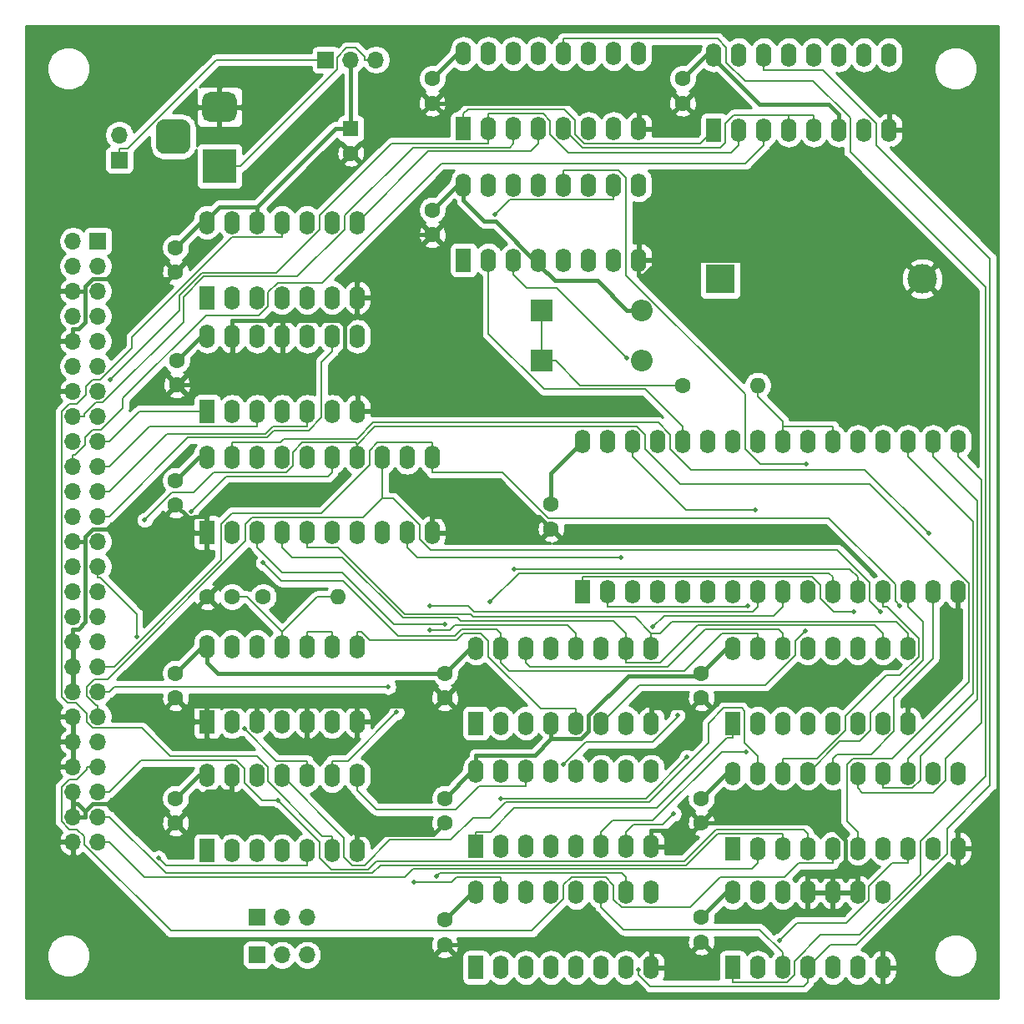
<source format=gtl>
G04 #@! TF.GenerationSoftware,KiCad,Pcbnew,(5.1.9)-1*
G04 #@! TF.CreationDate,2025-12-17T22:19:06+09:00*
G04 #@! TF.ProjectId,MZ700_EMM,4d5a3730-305f-4454-9d4d-2e6b69636164,rev?*
G04 #@! TF.SameCoordinates,PX53920b0PY93c3260*
G04 #@! TF.FileFunction,Copper,L1,Top*
G04 #@! TF.FilePolarity,Positive*
%FSLAX46Y46*%
G04 Gerber Fmt 4.6, Leading zero omitted, Abs format (unit mm)*
G04 Created by KiCad (PCBNEW (5.1.9)-1) date 2025-12-17 22:19:06*
%MOMM*%
%LPD*%
G01*
G04 APERTURE LIST*
G04 #@! TA.AperFunction,ComponentPad*
%ADD10R,1.700000X1.700000*%
G04 #@! TD*
G04 #@! TA.AperFunction,ComponentPad*
%ADD11O,1.700000X1.700000*%
G04 #@! TD*
G04 #@! TA.AperFunction,ComponentPad*
%ADD12R,3.500000X3.500000*%
G04 #@! TD*
G04 #@! TA.AperFunction,ComponentPad*
%ADD13R,1.600000X1.600000*%
G04 #@! TD*
G04 #@! TA.AperFunction,ComponentPad*
%ADD14C,1.600000*%
G04 #@! TD*
G04 #@! TA.AperFunction,ComponentPad*
%ADD15C,3.000000*%
G04 #@! TD*
G04 #@! TA.AperFunction,ComponentPad*
%ADD16R,3.000000X3.000000*%
G04 #@! TD*
G04 #@! TA.AperFunction,ComponentPad*
%ADD17O,2.200000X2.200000*%
G04 #@! TD*
G04 #@! TA.AperFunction,ComponentPad*
%ADD18R,2.200000X2.200000*%
G04 #@! TD*
G04 #@! TA.AperFunction,ComponentPad*
%ADD19O,1.600000X1.600000*%
G04 #@! TD*
G04 #@! TA.AperFunction,ComponentPad*
%ADD20R,1.600000X2.400000*%
G04 #@! TD*
G04 #@! TA.AperFunction,ComponentPad*
%ADD21O,1.600000X2.400000*%
G04 #@! TD*
G04 #@! TA.AperFunction,ViaPad*
%ADD22C,0.500000*%
G04 #@! TD*
G04 #@! TA.AperFunction,Conductor*
%ADD23C,0.400000*%
G04 #@! TD*
G04 #@! TA.AperFunction,Conductor*
%ADD24C,0.200000*%
G04 #@! TD*
G04 #@! TA.AperFunction,Conductor*
%ADD25C,0.254000*%
G04 #@! TD*
G04 #@! TA.AperFunction,Conductor*
%ADD26C,0.100000*%
G04 #@! TD*
G04 APERTURE END LIST*
D10*
X10160000Y85725000D03*
D11*
X10160000Y88265000D03*
D12*
X20320000Y85090000D03*
G04 #@! TA.AperFunction,ComponentPad*
G36*
G01*
X19320000Y92590000D02*
X21320000Y92590000D01*
G75*
G02*
X22070000Y91840000I0J-750000D01*
G01*
X22070000Y90340000D01*
G75*
G02*
X21320000Y89590000I-750000J0D01*
G01*
X19320000Y89590000D01*
G75*
G02*
X18570000Y90340000I0J750000D01*
G01*
X18570000Y91840000D01*
G75*
G02*
X19320000Y92590000I750000J0D01*
G01*
G37*
G04 #@! TD.AperFunction*
G04 #@! TA.AperFunction,ComponentPad*
G36*
G01*
X14745000Y89840000D02*
X16495000Y89840000D01*
G75*
G02*
X17370000Y88965000I0J-875000D01*
G01*
X17370000Y87215000D01*
G75*
G02*
X16495000Y86340000I-875000J0D01*
G01*
X14745000Y86340000D01*
G75*
G02*
X13870000Y87215000I0J875000D01*
G01*
X13870000Y88965000D01*
G75*
G02*
X14745000Y89840000I875000J0D01*
G01*
G37*
G04 #@! TD.AperFunction*
D10*
X8000000Y77500000D03*
D11*
X5460000Y77500000D03*
X8000000Y74960000D03*
X5460000Y74960000D03*
X8000000Y72420000D03*
X5460000Y72420000D03*
X8000000Y69880000D03*
X5460000Y69880000D03*
X8000000Y67340000D03*
X5460000Y67340000D03*
X8000000Y64800000D03*
X5460000Y64800000D03*
X8000000Y62260000D03*
X5460000Y62260000D03*
X8000000Y59720000D03*
X5460000Y59720000D03*
X8000000Y57180000D03*
X5460000Y57180000D03*
X8000000Y54640000D03*
X5460000Y54640000D03*
X8000000Y52100000D03*
X5460000Y52100000D03*
X8000000Y49560000D03*
X5460000Y49560000D03*
X8000000Y47020000D03*
X5460000Y47020000D03*
X8000000Y44480000D03*
X5460000Y44480000D03*
X8000000Y41940000D03*
X5460000Y41940000D03*
X8000000Y39400000D03*
X5460000Y39400000D03*
X8000000Y36860000D03*
X5460000Y36860000D03*
X8000000Y34320000D03*
X5460000Y34320000D03*
X8000000Y31780000D03*
X5460000Y31780000D03*
X8000000Y29240000D03*
X5460000Y29240000D03*
X8000000Y26700000D03*
X5460000Y26700000D03*
X8000000Y24160000D03*
X5460000Y24160000D03*
X8000000Y21620000D03*
X5460000Y21620000D03*
X8000000Y19080000D03*
X5460000Y19080000D03*
X8000000Y16540000D03*
X5460000Y16540000D03*
D10*
X31115000Y95885000D03*
D11*
X33655000Y95885000D03*
X36195000Y95885000D03*
D13*
X33655000Y88900000D03*
D14*
X33655000Y86400000D03*
D15*
X91610000Y73660000D03*
D16*
X71120000Y73660000D03*
D14*
X15875000Y20955000D03*
X15875000Y18455000D03*
X15875000Y33655000D03*
X15875000Y31155000D03*
X15875000Y74335000D03*
X15875000Y76835000D03*
X15875000Y50713000D03*
X15875000Y53213000D03*
X69215000Y8890000D03*
X69215000Y6390000D03*
X43180000Y33655000D03*
X43180000Y31155000D03*
X43180000Y6110000D03*
X43180000Y8610000D03*
X43180000Y20955000D03*
X43180000Y18455000D03*
X41910000Y78145000D03*
X41910000Y80645000D03*
X69215000Y33655000D03*
X69215000Y31155000D03*
X41910000Y93980000D03*
X41910000Y91480000D03*
X67310000Y91480000D03*
X67310000Y93980000D03*
X53975000Y48300000D03*
X53975000Y50800000D03*
X69215000Y20955000D03*
X69215000Y18455000D03*
X19090000Y41402000D03*
X21590000Y41402000D03*
D17*
X63175000Y65365000D03*
D18*
X53015000Y65365000D03*
X53015000Y70445000D03*
D17*
X63175000Y70445000D03*
D14*
X24765000Y41402000D03*
D19*
X32385000Y41402000D03*
D10*
X24130000Y5080000D03*
D11*
X26670000Y5080000D03*
X29210000Y5080000D03*
X29210000Y8890000D03*
X26670000Y8890000D03*
D10*
X24130000Y8890000D03*
D20*
X19050000Y15645000D03*
D21*
X34290000Y23265000D03*
X21590000Y15645000D03*
X31750000Y23265000D03*
X24130000Y15645000D03*
X29210000Y23265000D03*
X26670000Y15645000D03*
X26670000Y23265000D03*
X29210000Y15645000D03*
X24130000Y23265000D03*
X31750000Y15645000D03*
X21590000Y23265000D03*
X34290000Y15645000D03*
X19050000Y23265000D03*
X19050000Y36360000D03*
X34290000Y28740000D03*
X21590000Y36360000D03*
X31750000Y28740000D03*
X24130000Y36360000D03*
X29210000Y28740000D03*
X26670000Y36360000D03*
X26670000Y28740000D03*
X29210000Y36360000D03*
X24130000Y28740000D03*
X31750000Y36360000D03*
X21590000Y28740000D03*
X34290000Y36360000D03*
D20*
X19050000Y28740000D03*
X19050000Y47923000D03*
D21*
X41910000Y55543000D03*
X21590000Y47923000D03*
X39370000Y55543000D03*
X24130000Y47923000D03*
X36830000Y55543000D03*
X26670000Y47923000D03*
X34290000Y55543000D03*
X29210000Y47923000D03*
X31750000Y55543000D03*
X31750000Y47923000D03*
X29210000Y55543000D03*
X34290000Y47923000D03*
X26670000Y55543000D03*
X36830000Y47923000D03*
X24130000Y55543000D03*
X39370000Y47923000D03*
X21590000Y55543000D03*
X41910000Y47923000D03*
X19050000Y55543000D03*
X19050000Y79375000D03*
X34290000Y71755000D03*
X21590000Y79375000D03*
X31750000Y71755000D03*
X24130000Y79375000D03*
X29210000Y71755000D03*
X26670000Y79375000D03*
X26670000Y71755000D03*
X29210000Y79375000D03*
X24130000Y71755000D03*
X31750000Y79375000D03*
X21590000Y71755000D03*
X34290000Y79375000D03*
D20*
X19050000Y71755000D03*
D21*
X46355000Y36195000D03*
X64135000Y28575000D03*
X48895000Y36195000D03*
X61595000Y28575000D03*
X51435000Y36195000D03*
X59055000Y28575000D03*
X53975000Y36195000D03*
X56515000Y28575000D03*
X56515000Y36195000D03*
X53975000Y28575000D03*
X59055000Y36195000D03*
X51435000Y28575000D03*
X61595000Y36195000D03*
X48895000Y28575000D03*
X64135000Y36195000D03*
D20*
X46355000Y28575000D03*
X46355000Y3810000D03*
D21*
X64135000Y11430000D03*
X48895000Y3810000D03*
X61595000Y11430000D03*
X51435000Y3810000D03*
X59055000Y11430000D03*
X53975000Y3810000D03*
X56515000Y11430000D03*
X56515000Y3810000D03*
X53975000Y11430000D03*
X59055000Y3810000D03*
X51435000Y11430000D03*
X61595000Y3810000D03*
X48895000Y11430000D03*
X64135000Y3810000D03*
X46355000Y11430000D03*
X46355000Y23690000D03*
X64135000Y16070000D03*
X48895000Y23690000D03*
X61595000Y16070000D03*
X51435000Y23690000D03*
X59055000Y16070000D03*
X53975000Y23690000D03*
X56515000Y16070000D03*
X56515000Y23690000D03*
X53975000Y16070000D03*
X59055000Y23690000D03*
X51435000Y16070000D03*
X61595000Y23690000D03*
X48895000Y16070000D03*
X64135000Y23690000D03*
D20*
X46355000Y16070000D03*
X45085000Y75565000D03*
D21*
X62865000Y83185000D03*
X47625000Y75565000D03*
X60325000Y83185000D03*
X50165000Y75565000D03*
X57785000Y83185000D03*
X52705000Y75565000D03*
X55245000Y83185000D03*
X55245000Y75565000D03*
X52705000Y83185000D03*
X57785000Y75565000D03*
X50165000Y83185000D03*
X60325000Y75565000D03*
X47625000Y83185000D03*
X62865000Y75565000D03*
X45085000Y83185000D03*
D20*
X72390000Y28575000D03*
D21*
X90170000Y36195000D03*
X74930000Y28575000D03*
X87630000Y36195000D03*
X77470000Y28575000D03*
X85090000Y36195000D03*
X80010000Y28575000D03*
X82550000Y36195000D03*
X82550000Y28575000D03*
X80010000Y36195000D03*
X85090000Y28575000D03*
X77470000Y36195000D03*
X87630000Y28575000D03*
X74930000Y36195000D03*
X90170000Y28575000D03*
X72390000Y36195000D03*
D20*
X45085000Y88900000D03*
D21*
X62865000Y96520000D03*
X47625000Y88900000D03*
X60325000Y96520000D03*
X50165000Y88900000D03*
X57785000Y96520000D03*
X52705000Y88900000D03*
X55245000Y96520000D03*
X55245000Y88900000D03*
X52705000Y96520000D03*
X57785000Y88900000D03*
X50165000Y96520000D03*
X60325000Y88900000D03*
X47625000Y96520000D03*
X62865000Y88900000D03*
X45085000Y96520000D03*
X70485000Y96375000D03*
X88265000Y88755000D03*
X73025000Y96375000D03*
X85725000Y88755000D03*
X75565000Y96375000D03*
X83185000Y88755000D03*
X78105000Y96375000D03*
X80645000Y88755000D03*
X80645000Y96375000D03*
X78105000Y88755000D03*
X83185000Y96375000D03*
X75565000Y88755000D03*
X85725000Y96375000D03*
X73025000Y88755000D03*
X88265000Y96375000D03*
D20*
X70485000Y88755000D03*
X57150000Y41910000D03*
D21*
X95250000Y57150000D03*
X59690000Y41910000D03*
X92710000Y57150000D03*
X62230000Y41910000D03*
X90170000Y57150000D03*
X64770000Y41910000D03*
X87630000Y57150000D03*
X67310000Y41910000D03*
X85090000Y57150000D03*
X69850000Y41910000D03*
X82550000Y57150000D03*
X72390000Y41910000D03*
X80010000Y57150000D03*
X74930000Y41910000D03*
X77470000Y57150000D03*
X77470000Y41910000D03*
X74930000Y57150000D03*
X80010000Y41910000D03*
X72390000Y57150000D03*
X82550000Y41910000D03*
X69850000Y57150000D03*
X85090000Y41910000D03*
X67310000Y57150000D03*
X87630000Y41910000D03*
X64770000Y57150000D03*
X90170000Y41910000D03*
X62230000Y57150000D03*
X92710000Y41910000D03*
X59690000Y57150000D03*
X95250000Y41910000D03*
X57150000Y57150000D03*
D20*
X72390000Y3810000D03*
D21*
X87630000Y11430000D03*
X74930000Y3810000D03*
X85090000Y11430000D03*
X77470000Y3810000D03*
X82550000Y11430000D03*
X80010000Y3810000D03*
X80010000Y11430000D03*
X82550000Y3810000D03*
X77470000Y11430000D03*
X85090000Y3810000D03*
X74930000Y11430000D03*
X87630000Y3810000D03*
X72390000Y11430000D03*
X72390000Y23495000D03*
X95250000Y15875000D03*
X74930000Y23495000D03*
X92710000Y15875000D03*
X77470000Y23495000D03*
X90170000Y15875000D03*
X80010000Y23495000D03*
X87630000Y15875000D03*
X82550000Y23495000D03*
X85090000Y15875000D03*
X85090000Y23495000D03*
X82550000Y15875000D03*
X87630000Y23495000D03*
X80010000Y15875000D03*
X90170000Y23495000D03*
X77470000Y15875000D03*
X92710000Y23495000D03*
X74930000Y15875000D03*
X95250000Y23495000D03*
D20*
X72390000Y15875000D03*
D14*
X67310000Y62865000D03*
D19*
X74930000Y62865000D03*
D14*
X16002000Y65405000D03*
X16002000Y62905000D03*
D20*
X19081000Y60208000D03*
D21*
X34321000Y67828000D03*
X21621000Y60208000D03*
X31781000Y67828000D03*
X24161000Y60208000D03*
X29241000Y67828000D03*
X26701000Y60208000D03*
X26701000Y67828000D03*
X29241000Y60208000D03*
X24161000Y67828000D03*
X31781000Y60208000D03*
X21621000Y67828000D03*
X34321000Y60208000D03*
X19081000Y67828000D03*
D22*
X14121400Y14915400D03*
X11909500Y37373200D03*
X9207100Y63406500D03*
X89360700Y40487300D03*
X77126600Y6548900D03*
X37462600Y32256600D03*
X87414300Y39857400D03*
X12744500Y49202800D03*
X17440300Y50078700D03*
X26241300Y20771100D03*
X38283300Y29684200D03*
X48234600Y80151600D03*
X42363100Y13042200D03*
X92309900Y47803300D03*
X79889100Y54874000D03*
X62865000Y3598900D03*
X22860000Y28015100D03*
X24760700Y44841400D03*
X43217200Y38602700D03*
X40054500Y12446100D03*
X61040000Y45382300D03*
X64306100Y38335300D03*
X79766900Y37896000D03*
X41664600Y38028800D03*
X50221700Y44210900D03*
X47783800Y40865300D03*
X41703000Y40454400D03*
X66407400Y19357400D03*
X73731600Y25663500D03*
X66780300Y29351900D03*
X55245000Y24411200D03*
X67745900Y25135200D03*
X48895000Y20942700D03*
X61603100Y65641400D03*
X74712000Y50187100D03*
X73895100Y40448000D03*
X84680200Y39857600D03*
D23*
X53975000Y26974700D02*
X52290600Y25290300D01*
X52290600Y25290300D02*
X46355000Y25290300D01*
X53975000Y26974700D02*
X57023000Y26974700D01*
X57023000Y26974700D02*
X57785000Y27736700D01*
X57785000Y27736700D02*
X57785000Y29404500D01*
X57785000Y29404500D02*
X61774200Y33393700D01*
X61774200Y33393700D02*
X68953700Y33393700D01*
X68953700Y33393700D02*
X69215000Y33655000D01*
X45085000Y81584700D02*
X47168400Y79501300D01*
X47168400Y79501300D02*
X48335200Y79501300D01*
X48335200Y79501300D02*
X52705000Y75131500D01*
X19050000Y36360000D02*
X19050000Y34759700D01*
X43180000Y33655000D02*
X20154700Y33655000D01*
X20154700Y33655000D02*
X19050000Y34759700D01*
X43180000Y33655000D02*
X45720000Y36195000D01*
X45720000Y36195000D02*
X46355000Y36195000D01*
X46355000Y23690000D02*
X46355000Y25290300D01*
X43180000Y20955000D02*
X45915000Y23690000D01*
X45915000Y23690000D02*
X46355000Y23690000D01*
X53975000Y28575000D02*
X53975000Y26974700D01*
X69215000Y33655000D02*
X71755000Y36195000D01*
X71755000Y36195000D02*
X72390000Y36195000D01*
X63175000Y70445000D02*
X61674700Y70445000D01*
X52705000Y75131500D02*
X54381200Y73455300D01*
X54381200Y73455300D02*
X58664400Y73455300D01*
X58664400Y73455300D02*
X61674700Y70445000D01*
X45085000Y83185000D02*
X45085000Y81584700D01*
X52705000Y75565000D02*
X52705000Y75131500D01*
X83185000Y88755000D02*
X83185000Y90355300D01*
X70095000Y96375000D02*
X75103000Y91367000D01*
X75103000Y91367000D02*
X82173300Y91367000D01*
X82173300Y91367000D02*
X83185000Y90355300D01*
X70095000Y96375000D02*
X70485000Y96375000D01*
X67310000Y93980000D02*
X69705000Y96375000D01*
X69705000Y96375000D02*
X70095000Y96375000D01*
X41910000Y80645000D02*
X44450000Y83185000D01*
X44450000Y83185000D02*
X45085000Y83185000D01*
X15875000Y33655000D02*
X18580000Y36360000D01*
X18580000Y36360000D02*
X19050000Y36360000D01*
X33655000Y95885000D02*
X33655000Y88900000D01*
X24130000Y80975300D02*
X32054700Y88900000D01*
X32054700Y88900000D02*
X33655000Y88900000D01*
X24130000Y80825200D02*
X24130000Y80975300D01*
X24130000Y79375000D02*
X24130000Y80825200D01*
X69215000Y20955000D02*
X71755000Y23495000D01*
X71755000Y23495000D02*
X72390000Y23495000D01*
X18732500Y79375000D02*
X20332800Y80975300D01*
X20332800Y80975300D02*
X24130000Y80975300D01*
X18732500Y79375000D02*
X19050000Y79375000D01*
X15875000Y76835000D02*
X18415000Y79375000D01*
X18415000Y79375000D02*
X18732500Y79375000D01*
X69215000Y8890000D02*
X71755000Y11430000D01*
X71755000Y11430000D02*
X72390000Y11430000D01*
X43180000Y8610000D02*
X46000000Y11430000D01*
X46000000Y11430000D02*
X46355000Y11430000D01*
X15875000Y20955000D02*
X18185000Y23265000D01*
X18185000Y23265000D02*
X19050000Y23265000D01*
X15875000Y53213000D02*
X18205000Y55543000D01*
X18205000Y55543000D02*
X19050000Y55543000D01*
X16002000Y65405000D02*
X18425000Y67828000D01*
X18425000Y67828000D02*
X19081000Y67828000D01*
X41910000Y93980000D02*
X44450000Y96520000D01*
X44450000Y96520000D02*
X45085000Y96520000D01*
X62865000Y75565000D02*
X62865000Y73964700D01*
X62865000Y73964700D02*
X63362200Y73964700D01*
X63362200Y73964700D02*
X64962500Y75565000D01*
X64962500Y75565000D02*
X89705000Y75565000D01*
X89705000Y75565000D02*
X91610000Y73660000D01*
X83820000Y13030300D02*
X82550000Y13030300D01*
X85090000Y13030300D02*
X83820000Y13030300D01*
X69215000Y18455000D02*
X82088900Y18455000D01*
X82088900Y18455000D02*
X83820000Y16723900D01*
X83820000Y16723900D02*
X83820000Y13030300D01*
X64135000Y17670300D02*
X68430300Y17670300D01*
X68430300Y17670300D02*
X69215000Y18455000D01*
X85090000Y11430000D02*
X85090000Y13030300D01*
X64135000Y5410300D02*
X68235300Y5410300D01*
X68235300Y5410300D02*
X69215000Y6390000D01*
X34290000Y15645000D02*
X34290000Y17245300D01*
X34290000Y17245300D02*
X41970300Y17245300D01*
X41970300Y17245300D02*
X43180000Y18455000D01*
X64135000Y28575000D02*
X64135000Y30175300D01*
X64135000Y30175300D02*
X68235300Y30175300D01*
X68235300Y30175300D02*
X69215000Y31155000D01*
X6710300Y47020000D02*
X6710300Y47538100D01*
X6710300Y47538100D02*
X7461800Y48289600D01*
X7461800Y48289600D02*
X13451600Y48289600D01*
X13451600Y48289600D02*
X15875000Y50713000D01*
X15875000Y50713000D02*
X17159600Y49428400D01*
X17159600Y49428400D02*
X17709700Y49428400D01*
X17709700Y49428400D02*
X17804600Y49523300D01*
X17804600Y49523300D02*
X19050000Y49523300D01*
X41910000Y91480000D02*
X61885300Y91480000D01*
X61885300Y91480000D02*
X62865000Y90500300D01*
X62865000Y88900000D02*
X62865000Y90500300D01*
X62865000Y90500300D02*
X66330300Y90500300D01*
X66330300Y90500300D02*
X67310000Y91480000D01*
X26701000Y69428300D02*
X21621000Y69428300D01*
X26701000Y69278200D02*
X26701000Y69428300D01*
X26701000Y69428300D02*
X32538600Y69428300D01*
X32538600Y69428300D02*
X33051100Y68915800D01*
X33051100Y68915800D02*
X34290000Y70154700D01*
X34321000Y61808300D02*
X33051100Y63078200D01*
X33051100Y63078200D02*
X33051100Y68915800D01*
X34290000Y71755000D02*
X34290000Y70154700D01*
X34321000Y60208000D02*
X34321000Y61808300D01*
X5460000Y67340000D02*
X5460000Y68590300D01*
X5460000Y68590300D02*
X6007100Y68590300D01*
X6007100Y68590300D02*
X6710300Y69293500D01*
X6710300Y69293500D02*
X6710300Y72420000D01*
X5460000Y72420000D02*
X6710300Y72420000D01*
X15875000Y74335000D02*
X15230000Y73690000D01*
X15230000Y73690000D02*
X7462200Y73690000D01*
X7462200Y73690000D02*
X6710300Y72938100D01*
X6710300Y72938100D02*
X6710300Y72420000D01*
X6710300Y19622600D02*
X7457300Y20369600D01*
X7457300Y20369600D02*
X13960400Y20369600D01*
X13960400Y20369600D02*
X15875000Y18455000D01*
X6710300Y19080000D02*
X6710300Y19622600D01*
X5460000Y20369700D02*
X5963200Y20369700D01*
X5963200Y20369700D02*
X6710300Y19622600D01*
X5460000Y21620000D02*
X5460000Y20369700D01*
X5460000Y19080000D02*
X6710300Y19080000D01*
X5460000Y36860000D02*
X5460000Y38110300D01*
X6710300Y47020000D02*
X6710300Y38842500D01*
X6710300Y38842500D02*
X5978100Y38110300D01*
X5978100Y38110300D02*
X5460000Y38110300D01*
X64135000Y16070000D02*
X64135000Y17670300D01*
X82550000Y11430000D02*
X82550000Y13030300D01*
X95250000Y41910000D02*
X95250000Y40309700D01*
X90170000Y28575000D02*
X90170000Y30175300D01*
X90170000Y30175300D02*
X95250000Y35255300D01*
X95250000Y35255300D02*
X95250000Y40309700D01*
X43180000Y6110000D02*
X63435300Y6110000D01*
X63435300Y6110000D02*
X64135000Y5410300D01*
X34290000Y30340300D02*
X42365300Y30340300D01*
X42365300Y30340300D02*
X43180000Y31155000D01*
X21590000Y23265000D02*
X21590000Y21664700D01*
X21590000Y21664700D02*
X19084700Y21664700D01*
X19084700Y21664700D02*
X15875000Y18455000D01*
X19050000Y30340300D02*
X16689700Y30340300D01*
X16689700Y30340300D02*
X15875000Y31155000D01*
X5460000Y47020000D02*
X6710300Y47020000D01*
X34290000Y71755000D02*
X34290000Y73355300D01*
X41910000Y78145000D02*
X39079700Y78145000D01*
X39079700Y78145000D02*
X34290000Y73355300D01*
X19050000Y47923000D02*
X19050000Y49523300D01*
X80010000Y11430000D02*
X80010000Y13030300D01*
X80010000Y13030300D02*
X82550000Y13030300D01*
X34290000Y28740000D02*
X34290000Y30340300D01*
X34290000Y30340300D02*
X29210000Y30340300D01*
X29210000Y28740000D02*
X29210000Y30340300D01*
X29210000Y30340300D02*
X24130000Y30340300D01*
X24130000Y28740000D02*
X24130000Y30340300D01*
X24130000Y30340300D02*
X19050000Y30340300D01*
X19050000Y28740000D02*
X19050000Y30340300D01*
X41910000Y47923000D02*
X41910000Y49523300D01*
X41910000Y49523300D02*
X52751700Y49523300D01*
X52751700Y49523300D02*
X53975000Y48300000D01*
X64135000Y3810000D02*
X64135000Y5410300D01*
X21621000Y67828000D02*
X21621000Y66227700D01*
X16002000Y62905000D02*
X18298300Y62905000D01*
X18298300Y62905000D02*
X21621000Y66227700D01*
X26701000Y67828000D02*
X26701000Y69278200D01*
X21621000Y67828000D02*
X21621000Y69428300D01*
D24*
X29210000Y14144700D02*
X14892100Y14144700D01*
X14892100Y14144700D02*
X14121400Y14915400D01*
X29210000Y15645000D02*
X29210000Y14144700D01*
X50165000Y87399700D02*
X49764600Y86999300D01*
X49764600Y86999300D02*
X39952400Y86999300D01*
X39952400Y86999300D02*
X33020000Y80066900D01*
X33020000Y80066900D02*
X33020000Y78665600D01*
X33020000Y78665600D02*
X28236400Y73882000D01*
X28236400Y73882000D02*
X18752300Y73882000D01*
X18752300Y73882000D02*
X16656000Y71785700D01*
X16656000Y71785700D02*
X16656000Y69289000D01*
X16656000Y69289000D02*
X8476600Y61109600D01*
X8476600Y61109600D02*
X7761500Y61109600D01*
X7761500Y61109600D02*
X6610300Y59958400D01*
X6610300Y59958400D02*
X6610300Y59720000D01*
X5460000Y59720000D02*
X6610300Y59720000D01*
X50165000Y88900000D02*
X50165000Y87399700D01*
X8000000Y57180000D02*
X9150300Y57180000D01*
X19081000Y60208000D02*
X12178300Y60208000D01*
X12178300Y60208000D02*
X9150300Y57180000D01*
X9150300Y54640000D02*
X13218000Y58707700D01*
X13218000Y58707700D02*
X24161000Y58707700D01*
X8000000Y54640000D02*
X9150300Y54640000D01*
X24161000Y60208000D02*
X24161000Y58707700D01*
X75565000Y87254700D02*
X73695100Y85384800D01*
X73695100Y85384800D02*
X42823600Y85384800D01*
X42823600Y85384800D02*
X30720400Y73281600D01*
X30720400Y73281600D02*
X26240300Y73281600D01*
X26240300Y73281600D02*
X25237100Y72278400D01*
X25237100Y72278400D02*
X25237100Y70869000D01*
X25237100Y70869000D02*
X24339400Y69971300D01*
X24339400Y69971300D02*
X18968800Y69971300D01*
X18968800Y69971300D02*
X10522800Y61525300D01*
X10522800Y61525300D02*
X10522800Y60578600D01*
X10522800Y60578600D02*
X8274600Y58330400D01*
X8274600Y58330400D02*
X7461900Y58330400D01*
X7461900Y58330400D02*
X6730000Y57598500D01*
X6730000Y57598500D02*
X6730000Y56822000D01*
X6730000Y56822000D02*
X5698300Y55790300D01*
X5698300Y55790300D02*
X5460000Y55790300D01*
X5460000Y54640000D02*
X5460000Y55790300D01*
X75565000Y88755000D02*
X75565000Y87254700D01*
X29241000Y58707700D02*
X25735800Y58707700D01*
X25735800Y58707700D02*
X24986700Y57958600D01*
X24986700Y57958600D02*
X15008900Y57958600D01*
X15008900Y57958600D02*
X9150300Y52100000D01*
X8000000Y52100000D02*
X9150300Y52100000D01*
X29241000Y60208000D02*
X29241000Y58707700D01*
X31781000Y66327700D02*
X30680600Y65227300D01*
X30680600Y65227300D02*
X30680600Y59581100D01*
X30680600Y59581100D02*
X29343700Y58244200D01*
X29343700Y58244200D02*
X25838400Y58244200D01*
X25838400Y58244200D02*
X25152500Y57558300D01*
X25152500Y57558300D02*
X17148600Y57558300D01*
X17148600Y57558300D02*
X9150300Y49560000D01*
X8000000Y49560000D02*
X9150300Y49560000D01*
X31781000Y67828000D02*
X31781000Y66327700D01*
X8000000Y44480000D02*
X8000000Y43329700D01*
X11909500Y37373200D02*
X11909500Y39658500D01*
X11909500Y39658500D02*
X8238300Y43329700D01*
X8238300Y43329700D02*
X8000000Y43329700D01*
X47625000Y87399700D02*
X37795600Y87399700D01*
X37795600Y87399700D02*
X30480000Y80084100D01*
X30480000Y80084100D02*
X30480000Y78688900D01*
X30480000Y78688900D02*
X26073400Y74282300D01*
X26073400Y74282300D02*
X18586200Y74282300D01*
X18586200Y74282300D02*
X16255700Y71951800D01*
X16255700Y71951800D02*
X16255700Y70455100D01*
X16255700Y70455100D02*
X9207100Y63406500D01*
X73025000Y87254700D02*
X72260000Y86489700D01*
X72260000Y86489700D02*
X55676400Y86489700D01*
X55676400Y86489700D02*
X53888600Y88277500D01*
X53888600Y88277500D02*
X53888600Y89694800D01*
X53888600Y89694800D02*
X53183100Y90400300D01*
X53183100Y90400300D02*
X47625000Y90400300D01*
X47625000Y88900000D02*
X47625000Y87399700D01*
X47625000Y88900000D02*
X47625000Y90400300D01*
X73025000Y88755000D02*
X73025000Y87254700D01*
X45085000Y88900000D02*
X45085000Y90400300D01*
X45085000Y90400300D02*
X45529900Y90845200D01*
X45529900Y90845200D02*
X55315300Y90845200D01*
X55315300Y90845200D02*
X56373400Y89787100D01*
X56373400Y89787100D02*
X56373400Y88336300D01*
X56373400Y88336300D02*
X57316100Y87393600D01*
X57316100Y87393600D02*
X69123600Y87393600D01*
X69123600Y87393600D02*
X70485000Y88755000D01*
X41910000Y55543000D02*
X41910000Y54042700D01*
X89360700Y40487300D02*
X88900000Y40948000D01*
X88900000Y40948000D02*
X88900000Y42640900D01*
X88900000Y42640900D02*
X82132500Y49408400D01*
X82132500Y49408400D02*
X53692400Y49408400D01*
X53692400Y49408400D02*
X49058100Y54042700D01*
X49058100Y54042700D02*
X41910000Y54042700D01*
X41910000Y57043300D02*
X36359700Y57043300D01*
X36359700Y57043300D02*
X35560000Y56243600D01*
X35560000Y56243600D02*
X35560000Y54801500D01*
X35560000Y54801500D02*
X30669700Y49911200D01*
X30669700Y49911200D02*
X21582500Y49911200D01*
X21582500Y49911200D02*
X20485700Y48814400D01*
X20485700Y48814400D02*
X20485700Y45146800D01*
X20485700Y45146800D02*
X9658900Y34320000D01*
X9658900Y34320000D02*
X9150300Y34320000D01*
X8000000Y34320000D02*
X9150300Y34320000D01*
X41910000Y55543000D02*
X41910000Y57043300D01*
X90170000Y15875000D02*
X90170000Y14374700D01*
X90170000Y14374700D02*
X88580900Y14374700D01*
X88580900Y14374700D02*
X86195200Y11989000D01*
X86195200Y11989000D02*
X86195200Y10573100D01*
X86195200Y10573100D02*
X83927300Y8305200D01*
X83927300Y8305200D02*
X78882900Y8305200D01*
X78882900Y8305200D02*
X77126600Y6548900D01*
X9150300Y31780000D02*
X9626900Y32256600D01*
X9626900Y32256600D02*
X37462600Y32256600D01*
X8000000Y31780000D02*
X9150300Y31780000D01*
X36830000Y51383100D02*
X37926600Y51383100D01*
X37926600Y51383100D02*
X40640000Y48669700D01*
X40640000Y48669700D02*
X40640000Y47212400D01*
X40640000Y47212400D02*
X41721800Y46130600D01*
X41721800Y46130600D02*
X82990500Y46130600D01*
X82990500Y46130600D02*
X86273600Y42847500D01*
X86273600Y42847500D02*
X86273600Y40998100D01*
X86273600Y40998100D02*
X87414300Y39857400D01*
X36830000Y51383100D02*
X34909300Y49462400D01*
X34909300Y49462400D02*
X23670300Y49462400D01*
X23670300Y49462400D02*
X22946400Y48738500D01*
X22946400Y48738500D02*
X22946400Y47041200D01*
X22946400Y47041200D02*
X8955200Y33050000D01*
X8955200Y33050000D02*
X7614600Y33050000D01*
X7614600Y33050000D02*
X6830300Y32265700D01*
X6830300Y32265700D02*
X6830300Y31321600D01*
X6830300Y31321600D02*
X7761600Y30390300D01*
X7761600Y30390300D02*
X8000000Y30390300D01*
X36830000Y54042700D02*
X36830000Y51383100D01*
X8000000Y29240000D02*
X8000000Y30390300D01*
X36830000Y55543000D02*
X36830000Y54042700D01*
X85090000Y15875000D02*
X85090000Y17518700D01*
X85090000Y17518700D02*
X83982200Y18626500D01*
X83982200Y18626500D02*
X83982200Y24393200D01*
X83982200Y24393200D02*
X84584300Y24995300D01*
X84584300Y24995300D02*
X88547200Y24995300D01*
X88547200Y24995300D02*
X96363200Y32811300D01*
X96363200Y32811300D02*
X96363200Y42766000D01*
X96363200Y42766000D02*
X86257600Y52871600D01*
X86257600Y52871600D02*
X67049500Y52871600D01*
X67049500Y52871600D02*
X63500000Y56421100D01*
X63500000Y56421100D02*
X63500000Y57858000D01*
X63500000Y57858000D02*
X62695800Y58662200D01*
X62695800Y58662200D02*
X36109000Y58662200D01*
X36109000Y58662200D02*
X34290000Y56843200D01*
X12744500Y49202800D02*
X15504700Y51963000D01*
X15504700Y51963000D02*
X17670100Y51963000D01*
X17670100Y51963000D02*
X19749800Y54042700D01*
X19749800Y54042700D02*
X27125800Y54042700D01*
X27125800Y54042700D02*
X27770300Y54687200D01*
X27770300Y54687200D02*
X27770300Y56077600D01*
X27770300Y56077600D02*
X28736000Y57043300D01*
X28736000Y57043300D02*
X34089900Y57043300D01*
X34089900Y57043300D02*
X34290000Y56843200D01*
X34290000Y55543000D02*
X34290000Y56843200D01*
X17440300Y50078700D02*
X21004000Y53642400D01*
X21004000Y53642400D02*
X31349700Y53642400D01*
X31349700Y53642400D02*
X31750000Y54042700D01*
X31750000Y55543000D02*
X31750000Y54042700D01*
X6849700Y24160000D02*
X6849700Y23921700D01*
X6849700Y23921700D02*
X5818000Y22890000D01*
X5818000Y22890000D02*
X5063600Y22890000D01*
X5063600Y22890000D02*
X4293700Y22120100D01*
X4293700Y22120100D02*
X4293700Y18610300D01*
X4293700Y18610300D02*
X5094000Y17810000D01*
X5094000Y17810000D02*
X5878500Y17810000D01*
X5878500Y17810000D02*
X6610400Y17078100D01*
X6610400Y17078100D02*
X6610400Y16276600D01*
X6610400Y16276600D02*
X15385300Y7501700D01*
X15385300Y7501700D02*
X52024700Y7501700D01*
X52024700Y7501700D02*
X55245000Y10722000D01*
X55245000Y10722000D02*
X55245000Y12158900D01*
X55245000Y12158900D02*
X56016400Y12930300D01*
X56016400Y12930300D02*
X59522400Y12930300D01*
X59522400Y12930300D02*
X60325000Y12127700D01*
X60325000Y12127700D02*
X60325000Y10701100D01*
X60325000Y10701100D02*
X61096500Y9929600D01*
X61096500Y9929600D02*
X68114600Y9929600D01*
X68114600Y9929600D02*
X71115300Y12930300D01*
X71115300Y12930300D02*
X77615400Y12930300D01*
X77615400Y12930300D02*
X79059800Y14374700D01*
X79059800Y14374700D02*
X82550000Y14374700D01*
X8000000Y24160000D02*
X6849700Y24160000D01*
X82550000Y15875000D02*
X82550000Y14374700D01*
X26241300Y20771100D02*
X30480000Y16532400D01*
X30480000Y16532400D02*
X30480000Y14942800D01*
X30480000Y14942800D02*
X31678400Y13744400D01*
X31678400Y13744400D02*
X35392400Y13744400D01*
X35392400Y13744400D02*
X36217700Y14569700D01*
X36217700Y14569700D02*
X67492300Y14569700D01*
X67492300Y14569700D02*
X70698300Y17775700D01*
X70698300Y17775700D02*
X79609600Y17775700D01*
X79609600Y17775700D02*
X80010000Y17375300D01*
X26241300Y20771100D02*
X24646500Y20771100D01*
X24646500Y20771100D02*
X22860000Y22557600D01*
X22860000Y22557600D02*
X22860000Y23982800D01*
X22860000Y23982800D02*
X22042900Y24799900D01*
X22042900Y24799900D02*
X12330200Y24799900D01*
X12330200Y24799900D02*
X9150300Y21620000D01*
X8000000Y21620000D02*
X9150300Y21620000D01*
X80010000Y15875000D02*
X80010000Y17375300D01*
X9150300Y19080000D02*
X14886200Y13344100D01*
X14886200Y13344100D02*
X35841000Y13344100D01*
X35841000Y13344100D02*
X36666200Y14169300D01*
X36666200Y14169300D02*
X67658100Y14169300D01*
X67658100Y14169300D02*
X70864100Y17375300D01*
X70864100Y17375300D02*
X77470000Y17375300D01*
X8000000Y19080000D02*
X9150300Y19080000D01*
X77470000Y15875000D02*
X77470000Y17375300D01*
X9150300Y16540000D02*
X12746500Y12943800D01*
X12746500Y12943800D02*
X39104000Y12943800D01*
X39104000Y12943800D02*
X39929100Y13768900D01*
X39929100Y13768900D02*
X74324200Y13768900D01*
X74324200Y13768900D02*
X74930000Y14374700D01*
X8000000Y16540000D02*
X9150300Y16540000D01*
X74930000Y15875000D02*
X74930000Y14374700D01*
X10160000Y85725000D02*
X10160000Y86875300D01*
X31115000Y95885000D02*
X19985900Y95885000D01*
X19985900Y95885000D02*
X10976200Y86875300D01*
X10976200Y86875300D02*
X10160000Y86875300D01*
X36195000Y95885000D02*
X35044700Y95885000D01*
X35044700Y95885000D02*
X35044700Y96172600D01*
X35044700Y96172600D02*
X34133100Y97084200D01*
X34133100Y97084200D02*
X33224100Y97084200D01*
X33224100Y97084200D02*
X32265400Y96125500D01*
X32265400Y96125500D02*
X32265400Y94898000D01*
X32265400Y94898000D02*
X22457400Y85090000D01*
X22457400Y85090000D02*
X20320000Y85090000D01*
X31750000Y23265000D02*
X31750000Y24765300D01*
X38283300Y29684200D02*
X33364400Y24765300D01*
X33364400Y24765300D02*
X31750000Y24765300D01*
X60325000Y83185000D02*
X60325000Y81684700D01*
X60325000Y81684700D02*
X49767700Y81684700D01*
X49767700Y81684700D02*
X48234600Y80151600D01*
X61595000Y12930300D02*
X61156700Y13368600D01*
X61156700Y13368600D02*
X42689500Y13368600D01*
X42689500Y13368600D02*
X42363100Y13042200D01*
X61595000Y11430000D02*
X61595000Y12930300D01*
X77470000Y3810000D02*
X77470000Y5310300D01*
X59055000Y11430000D02*
X59055000Y9929700D01*
X59055000Y9929700D02*
X61344700Y7640000D01*
X61344700Y7640000D02*
X75140300Y7640000D01*
X75140300Y7640000D02*
X77470000Y5310300D01*
X92309900Y47803300D02*
X85798300Y54314900D01*
X85798300Y54314900D02*
X68157100Y54314900D01*
X68157100Y54314900D02*
X66040000Y56432000D01*
X66040000Y56432000D02*
X66040000Y57850600D01*
X66040000Y57850600D02*
X64828000Y59062600D01*
X64828000Y59062600D02*
X35943300Y59062600D01*
X35943300Y59062600D02*
X34324400Y57443700D01*
X34324400Y57443700D02*
X26886800Y57443700D01*
X26886800Y57443700D02*
X26486400Y57043300D01*
X26486400Y57043300D02*
X21590000Y57043300D01*
X21590000Y55543000D02*
X21590000Y57043300D01*
X55245000Y83185000D02*
X55245000Y84685300D01*
X79889100Y54874000D02*
X75207100Y54874000D01*
X75207100Y54874000D02*
X73660000Y56421100D01*
X73660000Y56421100D02*
X73660000Y61969500D01*
X73660000Y61969500D02*
X61595000Y74034500D01*
X61595000Y74034500D02*
X61595000Y83877300D01*
X61595000Y83877300D02*
X60787000Y84685300D01*
X60787000Y84685300D02*
X55245000Y84685300D01*
X80010000Y3810000D02*
X80010000Y2309700D01*
X80010000Y2309700D02*
X79609400Y1909100D01*
X79609400Y1909100D02*
X64035400Y1909100D01*
X64035400Y1909100D02*
X62865000Y3079500D01*
X62865000Y3079500D02*
X62865000Y3598900D01*
X75565000Y94874700D02*
X81575100Y94874700D01*
X81575100Y94874700D02*
X86995000Y89454800D01*
X86995000Y89454800D02*
X86995000Y87254600D01*
X86995000Y87254600D02*
X98513500Y75736100D01*
X98513500Y75736100D02*
X98513500Y22290600D01*
X98513500Y22290600D02*
X94122700Y17899800D01*
X94122700Y17899800D02*
X94122700Y15329400D01*
X94122700Y15329400D02*
X84914600Y6121300D01*
X84914600Y6121300D02*
X82321300Y6121300D01*
X82321300Y6121300D02*
X80010000Y3810000D01*
X75565000Y96375000D02*
X75565000Y94874700D01*
X72390000Y2309700D02*
X77942000Y2309700D01*
X77942000Y2309700D02*
X78653600Y3021300D01*
X78653600Y3021300D02*
X78653600Y4426100D01*
X78653600Y4426100D02*
X81305200Y7077700D01*
X81305200Y7077700D02*
X85304700Y7077700D01*
X85304700Y7077700D02*
X91440000Y13213000D01*
X91440000Y13213000D02*
X91440000Y16578500D01*
X91440000Y16578500D02*
X98044900Y23183400D01*
X98044900Y23183400D02*
X98044900Y72813400D01*
X98044900Y72813400D02*
X84296700Y86561600D01*
X84296700Y86561600D02*
X84296700Y90005200D01*
X84296700Y90005200D02*
X80551700Y93750200D01*
X80551700Y93750200D02*
X73631600Y93750200D01*
X73631600Y93750200D02*
X71755000Y95626800D01*
X71755000Y95626800D02*
X71755000Y97122900D01*
X71755000Y97122900D02*
X70857600Y98020300D01*
X70857600Y98020300D02*
X55245000Y98020300D01*
X55245000Y96520000D02*
X55245000Y98020300D01*
X72390000Y3810000D02*
X72390000Y2309700D01*
X53015000Y65365000D02*
X54415300Y65365000D01*
X54415300Y65365000D02*
X56915300Y62865000D01*
X56915300Y62865000D02*
X67310000Y62865000D01*
X53015000Y69044700D02*
X53015000Y65365000D01*
X53015000Y70445000D02*
X53015000Y69044700D01*
D23*
X53975000Y50800000D02*
X53975000Y53975000D01*
X53975000Y53975000D02*
X57150000Y57150000D01*
D24*
X26670000Y37860300D02*
X23128300Y41402000D01*
X23128300Y41402000D02*
X21590000Y41402000D01*
X32385000Y41402000D02*
X30211700Y41402000D01*
X30211700Y41402000D02*
X26670000Y37860300D01*
X26670000Y36360000D02*
X26670000Y37860300D01*
X34290000Y23265000D02*
X34290000Y21764700D01*
X51435000Y23690000D02*
X51435000Y22189700D01*
X51435000Y22189700D02*
X46617800Y22189700D01*
X46617800Y22189700D02*
X44257900Y19829800D01*
X44257900Y19829800D02*
X36224900Y19829800D01*
X36224900Y19829800D02*
X34290000Y21764700D01*
X77470000Y36195000D02*
X77470000Y37695300D01*
X51435000Y36195000D02*
X51435000Y34694700D01*
X51435000Y34694700D02*
X51835300Y34294400D01*
X51835300Y34294400D02*
X65800800Y34294400D01*
X65800800Y34294400D02*
X69602100Y38095700D01*
X69602100Y38095700D02*
X77069600Y38095700D01*
X77069600Y38095700D02*
X77470000Y37695300D01*
X29210000Y24765300D02*
X26109800Y24765300D01*
X26109800Y24765300D02*
X22860000Y28015100D01*
X29210000Y23265000D02*
X29210000Y24765300D01*
X74930000Y24995300D02*
X74930000Y25243400D01*
X74930000Y25243400D02*
X73606800Y26566600D01*
X73606800Y26566600D02*
X73606800Y29806100D01*
X73606800Y29806100D02*
X73300500Y30112400D01*
X73300500Y30112400D02*
X71474300Y30112400D01*
X71474300Y30112400D02*
X69940400Y28578500D01*
X69940400Y28578500D02*
X69940400Y26551200D01*
X69940400Y26551200D02*
X63931500Y20542300D01*
X63931500Y20542300D02*
X49327000Y20542300D01*
X49327000Y20542300D02*
X47785200Y19000500D01*
X47785200Y19000500D02*
X46030400Y19000500D01*
X46030400Y19000500D02*
X43774800Y16744900D01*
X43774800Y16744900D02*
X37626900Y16744900D01*
X37626900Y16744900D02*
X35026700Y14144700D01*
X35026700Y14144700D02*
X33829600Y14144700D01*
X33829600Y14144700D02*
X32973000Y15001300D01*
X32973000Y15001300D02*
X32973000Y16962000D01*
X32973000Y16962000D02*
X26670000Y23265000D01*
X74930000Y23495000D02*
X74930000Y24995300D01*
X26670000Y77874700D02*
X21589500Y77874700D01*
X21589500Y77874700D02*
X11467100Y67752300D01*
X11467100Y67752300D02*
X11467100Y66626700D01*
X11467100Y66626700D02*
X8250800Y63410400D01*
X8250800Y63410400D02*
X7495000Y63410400D01*
X7495000Y63410400D02*
X6799800Y62715200D01*
X6799800Y62715200D02*
X6799800Y61935600D01*
X6799800Y61935600D02*
X5854200Y60990000D01*
X5854200Y60990000D02*
X5081800Y60990000D01*
X5081800Y60990000D02*
X4308600Y60216800D01*
X4308600Y60216800D02*
X4308600Y31272700D01*
X4308600Y31272700D02*
X4951700Y30629600D01*
X4951700Y30629600D02*
X5734600Y30629600D01*
X5734600Y30629600D02*
X6849600Y29514600D01*
X6849600Y29514600D02*
X6849600Y28735000D01*
X6849600Y28735000D02*
X7495000Y28089600D01*
X7495000Y28089600D02*
X12422400Y28089600D01*
X12422400Y28089600D02*
X15311700Y25200300D01*
X15311700Y25200300D02*
X24166900Y25200300D01*
X24166900Y25200300D02*
X25230400Y24136800D01*
X25230400Y24136800D02*
X25230400Y22694800D01*
X25230400Y22694800D02*
X30779900Y17145300D01*
X30779900Y17145300D02*
X31750000Y17145300D01*
X31750000Y15645000D02*
X31750000Y17145300D01*
X26670000Y79375000D02*
X26670000Y77874700D01*
X29210000Y36360000D02*
X29210000Y37860300D01*
X31750000Y36360000D02*
X31750000Y37860300D01*
X31750000Y37860300D02*
X29210000Y37860300D01*
X34290000Y36360000D02*
X34290000Y37860300D01*
X56515000Y28575000D02*
X56515000Y30075300D01*
X56515000Y30075300D02*
X52883200Y30075300D01*
X52883200Y30075300D02*
X47625000Y35333500D01*
X47625000Y35333500D02*
X47625000Y36894800D01*
X47625000Y36894800D02*
X46805200Y37714600D01*
X46805200Y37714600D02*
X45068600Y37714600D01*
X45068600Y37714600D02*
X44355900Y37001900D01*
X44355900Y37001900D02*
X35604200Y37001900D01*
X35604200Y37001900D02*
X34745800Y37860300D01*
X34745800Y37860300D02*
X34290000Y37860300D01*
X48895000Y37695300D02*
X48475300Y38115000D01*
X48475300Y38115000D02*
X44902900Y38115000D01*
X44902900Y38115000D02*
X44240400Y37452500D01*
X44240400Y37452500D02*
X38436100Y37452500D01*
X38436100Y37452500D02*
X32861400Y43027200D01*
X32861400Y43027200D02*
X26574900Y43027200D01*
X26574900Y43027200D02*
X24760700Y44841400D01*
X48895000Y36195000D02*
X48895000Y37695300D01*
X48895000Y36051400D02*
X48895000Y36195000D01*
X48895000Y36051400D02*
X48895000Y34694700D01*
X48895000Y34694700D02*
X49695600Y33894100D01*
X49695600Y33894100D02*
X67518900Y33894100D01*
X67518900Y33894100D02*
X71320100Y37695300D01*
X71320100Y37695300D02*
X74930000Y37695300D01*
X74930000Y36195000D02*
X74930000Y37695300D01*
X72390000Y27074700D02*
X71824000Y27074700D01*
X71824000Y27074700D02*
X64711500Y19962200D01*
X64711500Y19962200D02*
X50247200Y19962200D01*
X50247200Y19962200D02*
X47855300Y17570300D01*
X47855300Y17570300D02*
X46355000Y17570300D01*
X46355000Y16070000D02*
X46355000Y17570300D01*
X72390000Y28575000D02*
X72390000Y27074700D01*
X24130000Y46422700D02*
X26717900Y43834800D01*
X26717900Y43834800D02*
X26717900Y43834700D01*
X26717900Y43834700D02*
X32765000Y43834700D01*
X32765000Y43834700D02*
X37997000Y38602700D01*
X37997000Y38602700D02*
X43217200Y38602700D01*
X24130000Y47923000D02*
X24130000Y46422700D01*
X61595000Y37695300D02*
X60330000Y38960300D01*
X60330000Y38960300D02*
X44771400Y38960300D01*
X44771400Y38960300D02*
X44472700Y39259000D01*
X44472700Y39259000D02*
X38919700Y39259000D01*
X38919700Y39259000D02*
X32751900Y45426800D01*
X32751900Y45426800D02*
X27665900Y45426800D01*
X27665900Y45426800D02*
X26670000Y46422700D01*
X87630000Y37695300D02*
X86820800Y38504500D01*
X86820800Y38504500D02*
X68858500Y38504500D01*
X68858500Y38504500D02*
X65048700Y34694700D01*
X65048700Y34694700D02*
X61595000Y34694700D01*
X61595000Y36195000D02*
X61595000Y34694700D01*
X87630000Y36195000D02*
X87630000Y37695300D01*
X61595000Y36195000D02*
X61595000Y37695300D01*
X26670000Y47923000D02*
X26670000Y46422700D01*
X64135000Y37695300D02*
X65042300Y37695300D01*
X65042300Y37695300D02*
X66251800Y38904800D01*
X66251800Y38904800D02*
X88960500Y38904800D01*
X88960500Y38904800D02*
X90170000Y37695300D01*
X64135000Y37695300D02*
X62469500Y39360800D01*
X62469500Y39360800D02*
X46087200Y39360800D01*
X46087200Y39360800D02*
X45788600Y39659400D01*
X45788600Y39659400D02*
X39085600Y39659400D01*
X39085600Y39659400D02*
X32322300Y46422700D01*
X32322300Y46422700D02*
X29210000Y46422700D01*
X29210000Y47923000D02*
X29210000Y46422700D01*
X64135000Y36195000D02*
X64135000Y37695300D01*
X90170000Y36195000D02*
X90170000Y37695300D01*
X48895000Y12930300D02*
X44358300Y12930300D01*
X44358300Y12930300D02*
X43874100Y12446100D01*
X43874100Y12446100D02*
X40054500Y12446100D01*
X48895000Y11430000D02*
X48895000Y12930300D01*
X39370000Y46422700D02*
X40410400Y45382300D01*
X40410400Y45382300D02*
X61040000Y45382300D01*
X39370000Y47923000D02*
X39370000Y46422700D01*
X77470000Y40409700D02*
X76556300Y39496000D01*
X76556300Y39496000D02*
X65466800Y39496000D01*
X65466800Y39496000D02*
X64306100Y38335300D01*
X77470000Y41910000D02*
X77470000Y40409700D01*
X79766900Y37896000D02*
X79754400Y37896000D01*
X79754400Y37896000D02*
X78740000Y36881600D01*
X78740000Y36881600D02*
X78740000Y35498600D01*
X78740000Y35498600D02*
X75695200Y32453800D01*
X75695200Y32453800D02*
X62933800Y32453800D01*
X62933800Y32453800D02*
X59055000Y28575000D01*
X56515000Y37695300D02*
X55658900Y38551400D01*
X55658900Y38551400D02*
X44208400Y38551400D01*
X44208400Y38551400D02*
X43685900Y38028900D01*
X43685900Y38028900D02*
X41664600Y38028900D01*
X41664600Y38028900D02*
X41664600Y38028800D01*
X56515000Y36195000D02*
X56515000Y37695300D01*
X50221700Y44210900D02*
X84289400Y44210900D01*
X84289400Y44210900D02*
X85090000Y43410300D01*
X85090000Y41910000D02*
X85090000Y43410300D01*
X82550000Y43410300D02*
X82149700Y43810600D01*
X82149700Y43810600D02*
X50729100Y43810600D01*
X50729100Y43810600D02*
X47783800Y40865300D01*
X82550000Y41910000D02*
X82550000Y43410300D01*
X74930000Y40409700D02*
X74416700Y39896400D01*
X74416700Y39896400D02*
X46117700Y39896400D01*
X46117700Y39896400D02*
X45559700Y40454400D01*
X45559700Y40454400D02*
X41703000Y40454400D01*
X74930000Y41910000D02*
X74930000Y40409700D01*
X61595000Y16070000D02*
X61595000Y17570300D01*
X66407400Y19357400D02*
X65320500Y18270500D01*
X65320500Y18270500D02*
X62295200Y18270500D01*
X62295200Y18270500D02*
X61595000Y17570300D01*
X59055000Y16070000D02*
X59055000Y17570300D01*
X73731600Y25663500D02*
X71261800Y25663500D01*
X71261800Y25663500D02*
X64306000Y18707700D01*
X64306000Y18707700D02*
X60192400Y18707700D01*
X60192400Y18707700D02*
X59055000Y17570300D01*
X55245000Y24411200D02*
X57492300Y26658500D01*
X57492300Y26658500D02*
X64251700Y26658500D01*
X64251700Y26658500D02*
X66780300Y29187100D01*
X66780300Y29187100D02*
X66780300Y29351900D01*
X67745900Y25135200D02*
X63553400Y20942700D01*
X63553400Y20942700D02*
X48895000Y20942700D01*
X67310000Y57150000D02*
X67310000Y58650300D01*
X67310000Y58650300D02*
X63496200Y62464100D01*
X63496200Y62464100D02*
X53226400Y62464100D01*
X53226400Y62464100D02*
X47625000Y68065500D01*
X47625000Y68065500D02*
X47625000Y75565000D01*
X50165000Y75565000D02*
X50165000Y74064700D01*
X61603100Y65641400D02*
X54501700Y72742800D01*
X54501700Y72742800D02*
X51486900Y72742800D01*
X51486900Y72742800D02*
X50165000Y74064700D01*
X62230000Y57150000D02*
X62230000Y55649700D01*
X62230000Y55649700D02*
X67692600Y50187100D01*
X67692600Y50187100D02*
X74712000Y50187100D01*
X73895100Y40448000D02*
X73856800Y40409700D01*
X73856800Y40409700D02*
X59690000Y40409700D01*
X59690000Y41910000D02*
X59690000Y40409700D01*
X57150000Y41910000D02*
X57150000Y43410300D01*
X57150000Y43410300D02*
X80482000Y43410300D01*
X80482000Y43410300D02*
X81280000Y42612300D01*
X81280000Y42612300D02*
X81280000Y41223300D01*
X81280000Y41223300D02*
X82645700Y39857600D01*
X82645700Y39857600D02*
X84680200Y39857600D01*
X95250000Y57150000D02*
X95250000Y55649700D01*
X85090000Y23495000D02*
X85090000Y21994700D01*
X85090000Y21994700D02*
X85543200Y21541500D01*
X85543200Y21541500D02*
X92715100Y21541500D01*
X92715100Y21541500D02*
X93980000Y22806400D01*
X93980000Y22806400D02*
X93980000Y24995400D01*
X93980000Y24995400D02*
X97620000Y28635400D01*
X97620000Y28635400D02*
X97620000Y53279700D01*
X97620000Y53279700D02*
X95250000Y55649700D01*
X92710000Y55649700D02*
X97201000Y51158700D01*
X97201000Y51158700D02*
X97201000Y30990700D01*
X97201000Y30990700D02*
X91440000Y25229700D01*
X91440000Y25229700D02*
X91440000Y22794800D01*
X91440000Y22794800D02*
X90639900Y21994700D01*
X90639900Y21994700D02*
X87630000Y21994700D01*
X92710000Y57150000D02*
X92710000Y55649700D01*
X87630000Y23495000D02*
X87630000Y21994700D01*
X90170000Y55649700D02*
X96774300Y49045400D01*
X96774300Y49045400D02*
X96774300Y31599600D01*
X96774300Y31599600D02*
X90170000Y24995300D01*
X90170000Y57150000D02*
X90170000Y55649700D01*
X90170000Y23495000D02*
X90170000Y24995300D01*
X87630000Y41910000D02*
X87630000Y40409700D01*
X77470000Y23495000D02*
X77470000Y24995300D01*
X77470000Y24995300D02*
X80926600Y24995300D01*
X80926600Y24995300D02*
X83820000Y27888700D01*
X83820000Y27888700D02*
X83820000Y29287300D01*
X83820000Y29287300D02*
X87952700Y33420000D01*
X87952700Y33420000D02*
X89367500Y33420000D01*
X89367500Y33420000D02*
X91280900Y35333400D01*
X91280900Y35333400D02*
X91280900Y37214800D01*
X91280900Y37214800D02*
X88086000Y40409700D01*
X88086000Y40409700D02*
X87630000Y40409700D01*
X80010000Y23495000D02*
X83273000Y26758000D01*
X83273000Y26758000D02*
X85231500Y26758000D01*
X85231500Y26758000D02*
X86360000Y27886500D01*
X86360000Y27886500D02*
X86360000Y29602000D01*
X86360000Y29602000D02*
X91705100Y34947100D01*
X91705100Y34947100D02*
X91705100Y38874600D01*
X91705100Y38874600D02*
X90170000Y40409700D01*
X90170000Y41910000D02*
X90170000Y40409700D01*
X92710000Y41910000D02*
X92710000Y35139600D01*
X92710000Y35139600D02*
X88770600Y31200200D01*
X88770600Y31200200D02*
X88770600Y27748400D01*
X88770600Y27748400D02*
X86417800Y25395600D01*
X86417800Y25395600D02*
X82950300Y25395600D01*
X82950300Y25395600D02*
X82550000Y24995300D01*
X82550000Y23495000D02*
X82550000Y24995300D01*
X52705000Y88900000D02*
X52705000Y87399700D01*
X52705000Y87399700D02*
X51904200Y86598900D01*
X51904200Y86598900D02*
X41513900Y86598900D01*
X41513900Y86598900D02*
X34290000Y79375000D01*
X74930000Y62865000D02*
X74930000Y61764700D01*
X77470000Y58650300D02*
X77470000Y59224700D01*
X77470000Y59224700D02*
X74930000Y61764700D01*
X77470000Y58565800D02*
X77470000Y58650300D01*
X77470000Y57150000D02*
X77470000Y58565800D01*
X82550000Y57150000D02*
X82550000Y58650300D01*
X77470000Y58650300D02*
X82550000Y58650300D01*
X55245000Y88900000D02*
X55245000Y88898400D01*
X55245000Y88898400D02*
X57168500Y86974900D01*
X57168500Y86974900D02*
X71145600Y86974900D01*
X71145600Y86974900D02*
X71613400Y87442700D01*
X71613400Y87442700D02*
X71613400Y89376500D01*
X71613400Y89376500D02*
X72492200Y90255300D01*
X72492200Y90255300D02*
X78105000Y90255300D01*
X78105000Y88755000D02*
X78105000Y90255300D01*
X80645000Y88755000D02*
X80645000Y90255300D01*
X80645000Y90255300D02*
X78105000Y90255300D01*
D25*
X99340000Y660000D02*
X660000Y660000D01*
X660000Y5220128D01*
X2765000Y5220128D01*
X2765000Y4779872D01*
X2850890Y4348075D01*
X3019369Y3941331D01*
X3263962Y3575271D01*
X3575271Y3263962D01*
X3941331Y3019369D01*
X4348075Y2850890D01*
X4779872Y2765000D01*
X5220128Y2765000D01*
X5651925Y2850890D01*
X6058669Y3019369D01*
X6424729Y3263962D01*
X6736038Y3575271D01*
X6980631Y3941331D01*
X7149110Y4348075D01*
X7235000Y4779872D01*
X7235000Y5220128D01*
X7149110Y5651925D01*
X7033928Y5930000D01*
X22641928Y5930000D01*
X22641928Y4230000D01*
X22654188Y4105518D01*
X22690498Y3985820D01*
X22749463Y3875506D01*
X22828815Y3778815D01*
X22925506Y3699463D01*
X23035820Y3640498D01*
X23155518Y3604188D01*
X23280000Y3591928D01*
X24980000Y3591928D01*
X25104482Y3604188D01*
X25224180Y3640498D01*
X25334494Y3699463D01*
X25431185Y3778815D01*
X25510537Y3875506D01*
X25569502Y3985820D01*
X25591513Y4058380D01*
X25723368Y3926525D01*
X25966589Y3764010D01*
X26236842Y3652068D01*
X26523740Y3595000D01*
X26816260Y3595000D01*
X27103158Y3652068D01*
X27373411Y3764010D01*
X27616632Y3926525D01*
X27823475Y4133368D01*
X27940000Y4307760D01*
X28056525Y4133368D01*
X28263368Y3926525D01*
X28506589Y3764010D01*
X28776842Y3652068D01*
X29063740Y3595000D01*
X29356260Y3595000D01*
X29643158Y3652068D01*
X29913411Y3764010D01*
X30156632Y3926525D01*
X30363475Y4133368D01*
X30525990Y4376589D01*
X30637932Y4646842D01*
X30695000Y4933740D01*
X30695000Y5117298D01*
X42366903Y5117298D01*
X42438486Y4873329D01*
X42693996Y4752429D01*
X42968184Y4683700D01*
X43250512Y4669783D01*
X43530130Y4711213D01*
X43796292Y4806397D01*
X43921514Y4873329D01*
X43993097Y5117298D01*
X43180000Y5930395D01*
X42366903Y5117298D01*
X30695000Y5117298D01*
X30695000Y5226260D01*
X30637932Y5513158D01*
X30525990Y5783411D01*
X30363475Y6026632D01*
X30156632Y6233475D01*
X29913411Y6395990D01*
X29643158Y6507932D01*
X29356260Y6565000D01*
X29063740Y6565000D01*
X28776842Y6507932D01*
X28506589Y6395990D01*
X28263368Y6233475D01*
X28056525Y6026632D01*
X27940000Y5852240D01*
X27823475Y6026632D01*
X27616632Y6233475D01*
X27373411Y6395990D01*
X27103158Y6507932D01*
X26816260Y6565000D01*
X26523740Y6565000D01*
X26236842Y6507932D01*
X25966589Y6395990D01*
X25723368Y6233475D01*
X25591513Y6101620D01*
X25569502Y6174180D01*
X25510537Y6284494D01*
X25431185Y6381185D01*
X25334494Y6460537D01*
X25224180Y6519502D01*
X25104482Y6555812D01*
X24980000Y6568072D01*
X23280000Y6568072D01*
X23155518Y6555812D01*
X23035820Y6519502D01*
X22925506Y6460537D01*
X22828815Y6381185D01*
X22749463Y6284494D01*
X22690498Y6174180D01*
X22654188Y6054482D01*
X22641928Y5930000D01*
X7033928Y5930000D01*
X6980631Y6058669D01*
X6736038Y6424729D01*
X6424729Y6736038D01*
X6058669Y6980631D01*
X5651925Y7149110D01*
X5220128Y7235000D01*
X4779872Y7235000D01*
X4348075Y7149110D01*
X3941331Y6980631D01*
X3575271Y6736038D01*
X3263962Y6424729D01*
X3019369Y6058669D01*
X2850890Y5651925D01*
X2765000Y5220128D01*
X660000Y5220128D01*
X660000Y16183110D01*
X4018524Y16183110D01*
X4063175Y16035901D01*
X4188359Y15773080D01*
X4362412Y15539731D01*
X4578645Y15344822D01*
X4828748Y15195843D01*
X5103109Y15098519D01*
X5333000Y15219186D01*
X5333000Y16413000D01*
X4139845Y16413000D01*
X4018524Y16183110D01*
X660000Y16183110D01*
X660000Y22120100D01*
X3555144Y22120100D01*
X3558700Y22083995D01*
X3558701Y18646415D01*
X3555144Y18610300D01*
X3569335Y18466215D01*
X3602880Y18355635D01*
X3611364Y18327667D01*
X3679614Y18199980D01*
X3771463Y18088062D01*
X3799508Y18065046D01*
X4346123Y17518430D01*
X4188359Y17306920D01*
X4063175Y17044099D01*
X4018524Y16896890D01*
X4139845Y16667000D01*
X5333000Y16667000D01*
X5333000Y16687000D01*
X5587000Y16687000D01*
X5587000Y16667000D01*
X5607000Y16667000D01*
X5607000Y16413000D01*
X5587000Y16413000D01*
X5587000Y15219186D01*
X5816891Y15098519D01*
X6091252Y15195843D01*
X6341355Y15344822D01*
X6426228Y15421326D01*
X14840046Y7007507D01*
X14863062Y6979462D01*
X14891106Y6956447D01*
X14974980Y6887613D01*
X15102666Y6819363D01*
X15241215Y6777335D01*
X15385300Y6763144D01*
X15421405Y6766700D01*
X41903197Y6766700D01*
X41822429Y6596004D01*
X41753700Y6321816D01*
X41739783Y6039488D01*
X41781213Y5759870D01*
X41876397Y5493708D01*
X41943329Y5368486D01*
X42187298Y5296903D01*
X43000395Y6110000D01*
X42986253Y6124142D01*
X43165858Y6303747D01*
X43180000Y6289605D01*
X43194143Y6303747D01*
X43373748Y6124142D01*
X43359605Y6110000D01*
X44172702Y5296903D01*
X44416671Y5368486D01*
X44537571Y5623996D01*
X44606300Y5898184D01*
X44620217Y6180512D01*
X44578787Y6460130D01*
X44483603Y6726292D01*
X44462005Y6766700D01*
X51988595Y6766700D01*
X52024700Y6763144D01*
X52060805Y6766700D01*
X52168785Y6777335D01*
X52307333Y6819363D01*
X52435020Y6887613D01*
X52546938Y6979462D01*
X52569959Y7007513D01*
X55537930Y9975483D01*
X55713900Y9831068D01*
X55963193Y9697818D01*
X56233692Y9615764D01*
X56515000Y9588057D01*
X56796309Y9615764D01*
X57066808Y9697818D01*
X57316101Y9831068D01*
X57534608Y10010392D01*
X57713932Y10228899D01*
X57785000Y10361858D01*
X57856068Y10228899D01*
X58035393Y10010392D01*
X58253900Y9831068D01*
X58330174Y9790299D01*
X58330635Y9785615D01*
X58372664Y9647067D01*
X58440914Y9519380D01*
X58532763Y9407462D01*
X58560808Y9384446D01*
X60799446Y7145807D01*
X60822462Y7117762D01*
X60934380Y7025913D01*
X61062067Y6957663D01*
X61176016Y6923097D01*
X61200615Y6915635D01*
X61344700Y6901444D01*
X61380805Y6905000D01*
X67871149Y6905000D01*
X67857429Y6876004D01*
X67788700Y6601816D01*
X67774783Y6319488D01*
X67816213Y6039870D01*
X67911397Y5773708D01*
X67978329Y5648486D01*
X68222298Y5576903D01*
X69035395Y6390000D01*
X69021253Y6404142D01*
X69200858Y6583747D01*
X69215000Y6569605D01*
X69229143Y6583747D01*
X69408748Y6404142D01*
X69394605Y6390000D01*
X70207702Y5576903D01*
X70451671Y5648486D01*
X70572571Y5903996D01*
X70641300Y6178184D01*
X70655217Y6460512D01*
X70613787Y6740130D01*
X70554827Y6905000D01*
X74835854Y6905000D01*
X76483816Y5257037D01*
X76450392Y5229607D01*
X76271068Y5011100D01*
X76200000Y4878142D01*
X76128932Y5011101D01*
X75949607Y5229608D01*
X75731100Y5408932D01*
X75481807Y5542182D01*
X75211308Y5624236D01*
X74930000Y5651943D01*
X74648691Y5624236D01*
X74378192Y5542182D01*
X74128899Y5408932D01*
X73910392Y5229607D01*
X73817581Y5116517D01*
X73815812Y5134482D01*
X73779502Y5254180D01*
X73720537Y5364494D01*
X73641185Y5461185D01*
X73544494Y5540537D01*
X73434180Y5599502D01*
X73314482Y5635812D01*
X73190000Y5648072D01*
X71590000Y5648072D01*
X71465518Y5635812D01*
X71345820Y5599502D01*
X71235506Y5540537D01*
X71138815Y5461185D01*
X71059463Y5364494D01*
X71000498Y5254180D01*
X70964188Y5134482D01*
X70951928Y5010000D01*
X70951928Y2644100D01*
X65347152Y2644100D01*
X65412166Y2743517D01*
X65517650Y3005486D01*
X65570000Y3283000D01*
X65570000Y3683000D01*
X64262000Y3683000D01*
X64262000Y3663000D01*
X64008000Y3663000D01*
X64008000Y3683000D01*
X63988000Y3683000D01*
X63988000Y3937000D01*
X64008000Y3937000D01*
X64008000Y5479915D01*
X64262000Y5479915D01*
X64262000Y3937000D01*
X65570000Y3937000D01*
X65570000Y4337000D01*
X65517650Y4614514D01*
X65412166Y4876483D01*
X65257601Y5112839D01*
X65059895Y5314500D01*
X64938597Y5397298D01*
X68401903Y5397298D01*
X68473486Y5153329D01*
X68728996Y5032429D01*
X69003184Y4963700D01*
X69285512Y4949783D01*
X69565130Y4991213D01*
X69831292Y5086397D01*
X69956514Y5153329D01*
X70028097Y5397298D01*
X69215000Y6210395D01*
X68401903Y5397298D01*
X64938597Y5397298D01*
X64826646Y5473715D01*
X64566818Y5584367D01*
X64484039Y5601904D01*
X64262000Y5479915D01*
X64008000Y5479915D01*
X63785961Y5601904D01*
X63703182Y5584367D01*
X63443354Y5473715D01*
X63210105Y5314500D01*
X63012399Y5112839D01*
X62862265Y4883259D01*
X62793932Y5011101D01*
X62614607Y5229608D01*
X62396100Y5408932D01*
X62146807Y5542182D01*
X61876308Y5624236D01*
X61595000Y5651943D01*
X61313691Y5624236D01*
X61043192Y5542182D01*
X60793899Y5408932D01*
X60575392Y5229607D01*
X60396068Y5011100D01*
X60325000Y4878142D01*
X60253932Y5011101D01*
X60074607Y5229608D01*
X59856100Y5408932D01*
X59606807Y5542182D01*
X59336308Y5624236D01*
X59055000Y5651943D01*
X58773691Y5624236D01*
X58503192Y5542182D01*
X58253899Y5408932D01*
X58035392Y5229607D01*
X57856068Y5011100D01*
X57785000Y4878142D01*
X57713932Y5011101D01*
X57534607Y5229608D01*
X57316100Y5408932D01*
X57066807Y5542182D01*
X56796308Y5624236D01*
X56515000Y5651943D01*
X56233691Y5624236D01*
X55963192Y5542182D01*
X55713899Y5408932D01*
X55495392Y5229607D01*
X55316068Y5011100D01*
X55245000Y4878142D01*
X55173932Y5011101D01*
X54994607Y5229608D01*
X54776100Y5408932D01*
X54526807Y5542182D01*
X54256308Y5624236D01*
X53975000Y5651943D01*
X53693691Y5624236D01*
X53423192Y5542182D01*
X53173899Y5408932D01*
X52955392Y5229607D01*
X52776068Y5011100D01*
X52705000Y4878142D01*
X52633932Y5011101D01*
X52454607Y5229608D01*
X52236100Y5408932D01*
X51986807Y5542182D01*
X51716308Y5624236D01*
X51435000Y5651943D01*
X51153691Y5624236D01*
X50883192Y5542182D01*
X50633899Y5408932D01*
X50415392Y5229607D01*
X50236068Y5011100D01*
X50165000Y4878142D01*
X50093932Y5011101D01*
X49914607Y5229608D01*
X49696100Y5408932D01*
X49446807Y5542182D01*
X49176308Y5624236D01*
X48895000Y5651943D01*
X48613691Y5624236D01*
X48343192Y5542182D01*
X48093899Y5408932D01*
X47875392Y5229607D01*
X47782581Y5116517D01*
X47780812Y5134482D01*
X47744502Y5254180D01*
X47685537Y5364494D01*
X47606185Y5461185D01*
X47509494Y5540537D01*
X47399180Y5599502D01*
X47279482Y5635812D01*
X47155000Y5648072D01*
X45555000Y5648072D01*
X45430518Y5635812D01*
X45310820Y5599502D01*
X45200506Y5540537D01*
X45103815Y5461185D01*
X45024463Y5364494D01*
X44965498Y5254180D01*
X44929188Y5134482D01*
X44916928Y5010000D01*
X44916928Y2610000D01*
X44929188Y2485518D01*
X44965498Y2365820D01*
X45024463Y2255506D01*
X45103815Y2158815D01*
X45200506Y2079463D01*
X45310820Y2020498D01*
X45430518Y1984188D01*
X45555000Y1971928D01*
X47155000Y1971928D01*
X47279482Y1984188D01*
X47399180Y2020498D01*
X47509494Y2079463D01*
X47606185Y2158815D01*
X47685537Y2255506D01*
X47744502Y2365820D01*
X47780812Y2485518D01*
X47782581Y2503483D01*
X47875393Y2390392D01*
X48093900Y2211068D01*
X48343193Y2077818D01*
X48613692Y1995764D01*
X48895000Y1968057D01*
X49176309Y1995764D01*
X49446808Y2077818D01*
X49696101Y2211068D01*
X49914608Y2390392D01*
X50093932Y2608899D01*
X50165000Y2741858D01*
X50236068Y2608899D01*
X50415393Y2390392D01*
X50633900Y2211068D01*
X50883193Y2077818D01*
X51153692Y1995764D01*
X51435000Y1968057D01*
X51716309Y1995764D01*
X51986808Y2077818D01*
X52236101Y2211068D01*
X52454608Y2390392D01*
X52633932Y2608899D01*
X52705000Y2741858D01*
X52776068Y2608899D01*
X52955393Y2390392D01*
X53173900Y2211068D01*
X53423193Y2077818D01*
X53693692Y1995764D01*
X53975000Y1968057D01*
X54256309Y1995764D01*
X54526808Y2077818D01*
X54776101Y2211068D01*
X54994608Y2390392D01*
X55173932Y2608899D01*
X55245000Y2741858D01*
X55316068Y2608899D01*
X55495393Y2390392D01*
X55713900Y2211068D01*
X55963193Y2077818D01*
X56233692Y1995764D01*
X56515000Y1968057D01*
X56796309Y1995764D01*
X57066808Y2077818D01*
X57316101Y2211068D01*
X57534608Y2390392D01*
X57713932Y2608899D01*
X57785000Y2741858D01*
X57856068Y2608899D01*
X58035393Y2390392D01*
X58253900Y2211068D01*
X58503193Y2077818D01*
X58773692Y1995764D01*
X59055000Y1968057D01*
X59336309Y1995764D01*
X59606808Y2077818D01*
X59856101Y2211068D01*
X60074608Y2390392D01*
X60253932Y2608899D01*
X60325000Y2741858D01*
X60396068Y2608899D01*
X60575393Y2390392D01*
X60793900Y2211068D01*
X61043193Y2077818D01*
X61313692Y1995764D01*
X61595000Y1968057D01*
X61876309Y1995764D01*
X62146808Y2077818D01*
X62396101Y2211068D01*
X62559713Y2345341D01*
X63490146Y1414907D01*
X63513162Y1386862D01*
X63541206Y1363847D01*
X63625080Y1295013D01*
X63752766Y1226763D01*
X63891315Y1184735D01*
X64035400Y1170544D01*
X64071505Y1174100D01*
X79573295Y1174100D01*
X79609400Y1170544D01*
X79645505Y1174100D01*
X79753485Y1184735D01*
X79892033Y1226763D01*
X80019720Y1295013D01*
X80131638Y1386862D01*
X80154659Y1414913D01*
X80504187Y1764441D01*
X80532238Y1787462D01*
X80624087Y1899380D01*
X80692337Y2027067D01*
X80734365Y2165615D01*
X80734826Y2170298D01*
X80811101Y2211068D01*
X81029608Y2390392D01*
X81208932Y2608899D01*
X81280000Y2741858D01*
X81351068Y2608899D01*
X81530393Y2390392D01*
X81748900Y2211068D01*
X81998193Y2077818D01*
X82268692Y1995764D01*
X82550000Y1968057D01*
X82831309Y1995764D01*
X83101808Y2077818D01*
X83351101Y2211068D01*
X83569608Y2390392D01*
X83748932Y2608899D01*
X83820000Y2741858D01*
X83891068Y2608899D01*
X84070393Y2390392D01*
X84288900Y2211068D01*
X84538193Y2077818D01*
X84808692Y1995764D01*
X85090000Y1968057D01*
X85371309Y1995764D01*
X85641808Y2077818D01*
X85891101Y2211068D01*
X86109608Y2390392D01*
X86288932Y2608899D01*
X86357265Y2736741D01*
X86507399Y2507161D01*
X86705105Y2305500D01*
X86938354Y2146285D01*
X87198182Y2035633D01*
X87280961Y2018096D01*
X87503000Y2140085D01*
X87503000Y3683000D01*
X87757000Y3683000D01*
X87757000Y2140085D01*
X87979039Y2018096D01*
X88061818Y2035633D01*
X88321646Y2146285D01*
X88554895Y2305500D01*
X88752601Y2507161D01*
X88907166Y2743517D01*
X89012650Y3005486D01*
X89065000Y3283000D01*
X89065000Y3683000D01*
X87757000Y3683000D01*
X87503000Y3683000D01*
X87483000Y3683000D01*
X87483000Y3937000D01*
X87503000Y3937000D01*
X87503000Y5479915D01*
X87757000Y5479915D01*
X87757000Y3937000D01*
X89065000Y3937000D01*
X89065000Y4337000D01*
X89012650Y4614514D01*
X88907166Y4876483D01*
X88752601Y5112839D01*
X88647417Y5220128D01*
X92765000Y5220128D01*
X92765000Y4779872D01*
X92850890Y4348075D01*
X93019369Y3941331D01*
X93263962Y3575271D01*
X93575271Y3263962D01*
X93941331Y3019369D01*
X94348075Y2850890D01*
X94779872Y2765000D01*
X95220128Y2765000D01*
X95651925Y2850890D01*
X96058669Y3019369D01*
X96424729Y3263962D01*
X96736038Y3575271D01*
X96980631Y3941331D01*
X97149110Y4348075D01*
X97235000Y4779872D01*
X97235000Y5220128D01*
X97149110Y5651925D01*
X96980631Y6058669D01*
X96736038Y6424729D01*
X96424729Y6736038D01*
X96058669Y6980631D01*
X95651925Y7149110D01*
X95220128Y7235000D01*
X94779872Y7235000D01*
X94348075Y7149110D01*
X93941331Y6980631D01*
X93575271Y6736038D01*
X93263962Y6424729D01*
X93019369Y6058669D01*
X92850890Y5651925D01*
X92765000Y5220128D01*
X88647417Y5220128D01*
X88554895Y5314500D01*
X88321646Y5473715D01*
X88061818Y5584367D01*
X87979039Y5601904D01*
X87757000Y5479915D01*
X87503000Y5479915D01*
X87280961Y5601904D01*
X87198182Y5584367D01*
X86938354Y5473715D01*
X86705105Y5314500D01*
X86507399Y5112839D01*
X86357265Y4883259D01*
X86288932Y5011101D01*
X86109607Y5229608D01*
X85891100Y5408932D01*
X85641807Y5542182D01*
X85440318Y5603302D01*
X85459859Y5627113D01*
X94264779Y14432032D01*
X94325105Y14370500D01*
X94558354Y14211285D01*
X94818182Y14100633D01*
X94900961Y14083096D01*
X95123000Y14205085D01*
X95123000Y15748000D01*
X95377000Y15748000D01*
X95377000Y14205085D01*
X95599039Y14083096D01*
X95681818Y14100633D01*
X95941646Y14211285D01*
X96174895Y14370500D01*
X96372601Y14572161D01*
X96527166Y14808517D01*
X96632650Y15070486D01*
X96685000Y15348000D01*
X96685000Y15748000D01*
X95377000Y15748000D01*
X95123000Y15748000D01*
X95103000Y15748000D01*
X95103000Y16002000D01*
X95123000Y16002000D01*
X95123000Y17544915D01*
X95377000Y17544915D01*
X95377000Y16002000D01*
X96685000Y16002000D01*
X96685000Y16402000D01*
X96632650Y16679514D01*
X96527166Y16941483D01*
X96372601Y17177839D01*
X96174895Y17379500D01*
X95941646Y17538715D01*
X95681818Y17649367D01*
X95599039Y17666904D01*
X95377000Y17544915D01*
X95123000Y17544915D01*
X94919219Y17656873D01*
X99007693Y21745346D01*
X99035738Y21768362D01*
X99127587Y21880280D01*
X99195837Y22007967D01*
X99237865Y22146515D01*
X99248500Y22254495D01*
X99252056Y22290600D01*
X99248500Y22326705D01*
X99248500Y75699995D01*
X99252056Y75736100D01*
X99237865Y75880185D01*
X99225714Y75920241D01*
X99195837Y76018733D01*
X99127587Y76146420D01*
X99070843Y76215562D01*
X99058753Y76230294D01*
X99058750Y76230297D01*
X99035737Y76258338D01*
X99007698Y76281349D01*
X88369046Y86920000D01*
X88392002Y86920000D01*
X88392002Y87085084D01*
X88614039Y86963096D01*
X88696818Y86980633D01*
X88956646Y87091285D01*
X89189895Y87250500D01*
X89387601Y87452161D01*
X89542166Y87688517D01*
X89647650Y87950486D01*
X89700000Y88228000D01*
X89700000Y88628000D01*
X88392000Y88628000D01*
X88392000Y88608000D01*
X88138000Y88608000D01*
X88138000Y88628000D01*
X88118000Y88628000D01*
X88118000Y88882000D01*
X88138000Y88882000D01*
X88138000Y90424915D01*
X88392000Y90424915D01*
X88392000Y88882000D01*
X89700000Y88882000D01*
X89700000Y89282000D01*
X89647650Y89559514D01*
X89542166Y89821483D01*
X89387601Y90057839D01*
X89189895Y90259500D01*
X88956646Y90418715D01*
X88696818Y90529367D01*
X88614039Y90546904D01*
X88392000Y90424915D01*
X88138000Y90424915D01*
X87915961Y90546904D01*
X87833182Y90529367D01*
X87573354Y90418715D01*
X87340105Y90259500D01*
X87285472Y90203775D01*
X82931191Y94558056D01*
X83185000Y94533057D01*
X83466309Y94560764D01*
X83736808Y94642818D01*
X83986101Y94776068D01*
X84204608Y94955392D01*
X84383932Y95173899D01*
X84455000Y95306858D01*
X84526068Y95173899D01*
X84705393Y94955392D01*
X84923900Y94776068D01*
X85173193Y94642818D01*
X85443692Y94560764D01*
X85725000Y94533057D01*
X86006309Y94560764D01*
X86276808Y94642818D01*
X86526101Y94776068D01*
X86744608Y94955392D01*
X86923932Y95173899D01*
X86995000Y95306858D01*
X87066068Y95173899D01*
X87245393Y94955392D01*
X87463900Y94776068D01*
X87713193Y94642818D01*
X87983692Y94560764D01*
X88265000Y94533057D01*
X88546309Y94560764D01*
X88816808Y94642818D01*
X89066101Y94776068D01*
X89284608Y94955392D01*
X89463932Y95173899D01*
X89488641Y95220128D01*
X92765000Y95220128D01*
X92765000Y94779872D01*
X92850890Y94348075D01*
X93019369Y93941331D01*
X93263962Y93575271D01*
X93575271Y93263962D01*
X93941331Y93019369D01*
X94348075Y92850890D01*
X94779872Y92765000D01*
X95220128Y92765000D01*
X95651925Y92850890D01*
X96058669Y93019369D01*
X96424729Y93263962D01*
X96736038Y93575271D01*
X96980631Y93941331D01*
X97149110Y94348075D01*
X97235000Y94779872D01*
X97235000Y95220128D01*
X97149110Y95651925D01*
X96980631Y96058669D01*
X96736038Y96424729D01*
X96424729Y96736038D01*
X96058669Y96980631D01*
X95651925Y97149110D01*
X95220128Y97235000D01*
X94779872Y97235000D01*
X94348075Y97149110D01*
X93941331Y96980631D01*
X93575271Y96736038D01*
X93263962Y96424729D01*
X93019369Y96058669D01*
X92850890Y95651925D01*
X92765000Y95220128D01*
X89488641Y95220128D01*
X89597182Y95423192D01*
X89679236Y95693691D01*
X89700000Y95904509D01*
X89700000Y96845492D01*
X89679236Y97056309D01*
X89597182Y97326808D01*
X89463932Y97576101D01*
X89284607Y97794608D01*
X89066100Y97973932D01*
X88816807Y98107182D01*
X88546308Y98189236D01*
X88265000Y98216943D01*
X87983691Y98189236D01*
X87713192Y98107182D01*
X87463899Y97973932D01*
X87245392Y97794607D01*
X87066068Y97576100D01*
X86995000Y97443142D01*
X86923932Y97576101D01*
X86744607Y97794608D01*
X86526100Y97973932D01*
X86276807Y98107182D01*
X86006308Y98189236D01*
X85725000Y98216943D01*
X85443691Y98189236D01*
X85173192Y98107182D01*
X84923899Y97973932D01*
X84705392Y97794607D01*
X84526068Y97576100D01*
X84455000Y97443142D01*
X84383932Y97576101D01*
X84204607Y97794608D01*
X83986100Y97973932D01*
X83736807Y98107182D01*
X83466308Y98189236D01*
X83185000Y98216943D01*
X82903691Y98189236D01*
X82633192Y98107182D01*
X82383899Y97973932D01*
X82165392Y97794607D01*
X81986068Y97576100D01*
X81915000Y97443142D01*
X81843932Y97576101D01*
X81664607Y97794608D01*
X81446100Y97973932D01*
X81196807Y98107182D01*
X80926308Y98189236D01*
X80645000Y98216943D01*
X80363691Y98189236D01*
X80093192Y98107182D01*
X79843899Y97973932D01*
X79625392Y97794607D01*
X79446068Y97576100D01*
X79375000Y97443142D01*
X79303932Y97576101D01*
X79124607Y97794608D01*
X78906100Y97973932D01*
X78656807Y98107182D01*
X78386308Y98189236D01*
X78105000Y98216943D01*
X77823691Y98189236D01*
X77553192Y98107182D01*
X77303899Y97973932D01*
X77085392Y97794607D01*
X76906068Y97576100D01*
X76835000Y97443142D01*
X76763932Y97576101D01*
X76584607Y97794608D01*
X76366100Y97973932D01*
X76116807Y98107182D01*
X75846308Y98189236D01*
X75565000Y98216943D01*
X75283691Y98189236D01*
X75013192Y98107182D01*
X74763899Y97973932D01*
X74545392Y97794607D01*
X74366068Y97576100D01*
X74295000Y97443142D01*
X74223932Y97576101D01*
X74044607Y97794608D01*
X73826100Y97973932D01*
X73576807Y98107182D01*
X73306308Y98189236D01*
X73025000Y98216943D01*
X72743691Y98189236D01*
X72473192Y98107182D01*
X72223899Y97973932D01*
X72069845Y97847502D01*
X71402858Y98514488D01*
X71379838Y98542538D01*
X71267920Y98634387D01*
X71140233Y98702637D01*
X71001685Y98744665D01*
X70893705Y98755300D01*
X70857600Y98758856D01*
X70821495Y98755300D01*
X55281105Y98755300D01*
X55245000Y98758856D01*
X55208895Y98755300D01*
X55100915Y98744665D01*
X54962367Y98702637D01*
X54834680Y98634387D01*
X54722762Y98542538D01*
X54630913Y98430620D01*
X54562663Y98302933D01*
X54520635Y98164385D01*
X54520174Y98159702D01*
X54443899Y98118932D01*
X54225392Y97939607D01*
X54046068Y97721100D01*
X53975000Y97588142D01*
X53903932Y97721101D01*
X53724607Y97939608D01*
X53506100Y98118932D01*
X53256807Y98252182D01*
X52986308Y98334236D01*
X52705000Y98361943D01*
X52423691Y98334236D01*
X52153192Y98252182D01*
X51903899Y98118932D01*
X51685392Y97939607D01*
X51506068Y97721100D01*
X51435000Y97588142D01*
X51363932Y97721101D01*
X51184607Y97939608D01*
X50966100Y98118932D01*
X50716807Y98252182D01*
X50446308Y98334236D01*
X50165000Y98361943D01*
X49883691Y98334236D01*
X49613192Y98252182D01*
X49363899Y98118932D01*
X49145392Y97939607D01*
X48966068Y97721100D01*
X48895000Y97588142D01*
X48823932Y97721101D01*
X48644607Y97939608D01*
X48426100Y98118932D01*
X48176807Y98252182D01*
X47906308Y98334236D01*
X47625000Y98361943D01*
X47343691Y98334236D01*
X47073192Y98252182D01*
X46823899Y98118932D01*
X46605392Y97939607D01*
X46426068Y97721100D01*
X46355000Y97588142D01*
X46283932Y97721101D01*
X46104607Y97939608D01*
X45886100Y98118932D01*
X45636807Y98252182D01*
X45366308Y98334236D01*
X45085000Y98361943D01*
X44803691Y98334236D01*
X44533192Y98252182D01*
X44283899Y98118932D01*
X44065392Y97939607D01*
X43886068Y97721100D01*
X43752818Y97471807D01*
X43670764Y97201308D01*
X43650000Y96990491D01*
X43650000Y96900868D01*
X42145418Y95396285D01*
X42051335Y95415000D01*
X41768665Y95415000D01*
X41491426Y95359853D01*
X41230273Y95251680D01*
X40995241Y95094637D01*
X40795363Y94894759D01*
X40638320Y94659727D01*
X40530147Y94398574D01*
X40475000Y94121335D01*
X40475000Y93838665D01*
X40530147Y93561426D01*
X40638320Y93300273D01*
X40795363Y93065241D01*
X40995241Y92865363D01*
X41195869Y92731308D01*
X41168486Y92716671D01*
X41096903Y92472702D01*
X41910000Y91659605D01*
X42723097Y92472702D01*
X42651514Y92716671D01*
X42622659Y92730324D01*
X42824759Y92865363D01*
X43024637Y93065241D01*
X43181680Y93300273D01*
X43289853Y93561426D01*
X43345000Y93838665D01*
X43345000Y94121335D01*
X43326285Y94215418D01*
X44145510Y95034642D01*
X44283900Y94921068D01*
X44533193Y94787818D01*
X44803692Y94705764D01*
X45085000Y94678057D01*
X45366309Y94705764D01*
X45636808Y94787818D01*
X45886101Y94921068D01*
X46104608Y95100392D01*
X46283932Y95318899D01*
X46355000Y95451858D01*
X46426068Y95318899D01*
X46605393Y95100392D01*
X46823900Y94921068D01*
X47073193Y94787818D01*
X47343692Y94705764D01*
X47625000Y94678057D01*
X47906309Y94705764D01*
X48176808Y94787818D01*
X48426101Y94921068D01*
X48644608Y95100392D01*
X48823932Y95318899D01*
X48895000Y95451858D01*
X48966068Y95318899D01*
X49145393Y95100392D01*
X49363900Y94921068D01*
X49613193Y94787818D01*
X49883692Y94705764D01*
X50165000Y94678057D01*
X50446309Y94705764D01*
X50716808Y94787818D01*
X50966101Y94921068D01*
X51184608Y95100392D01*
X51363932Y95318899D01*
X51435000Y95451858D01*
X51506068Y95318899D01*
X51685393Y95100392D01*
X51903900Y94921068D01*
X52153193Y94787818D01*
X52423692Y94705764D01*
X52705000Y94678057D01*
X52986309Y94705764D01*
X53256808Y94787818D01*
X53506101Y94921068D01*
X53724608Y95100392D01*
X53903932Y95318899D01*
X53975000Y95451858D01*
X54046068Y95318899D01*
X54225393Y95100392D01*
X54443900Y94921068D01*
X54693193Y94787818D01*
X54963692Y94705764D01*
X55245000Y94678057D01*
X55526309Y94705764D01*
X55796808Y94787818D01*
X56046101Y94921068D01*
X56264608Y95100392D01*
X56443932Y95318899D01*
X56515000Y95451858D01*
X56586068Y95318899D01*
X56765393Y95100392D01*
X56983900Y94921068D01*
X57233193Y94787818D01*
X57503692Y94705764D01*
X57785000Y94678057D01*
X58066309Y94705764D01*
X58336808Y94787818D01*
X58586101Y94921068D01*
X58804608Y95100392D01*
X58983932Y95318899D01*
X59055000Y95451858D01*
X59126068Y95318899D01*
X59305393Y95100392D01*
X59523900Y94921068D01*
X59773193Y94787818D01*
X60043692Y94705764D01*
X60325000Y94678057D01*
X60606309Y94705764D01*
X60876808Y94787818D01*
X61126101Y94921068D01*
X61344608Y95100392D01*
X61523932Y95318899D01*
X61595000Y95451858D01*
X61666068Y95318899D01*
X61845393Y95100392D01*
X62063900Y94921068D01*
X62313193Y94787818D01*
X62583692Y94705764D01*
X62865000Y94678057D01*
X63146309Y94705764D01*
X63416808Y94787818D01*
X63666101Y94921068D01*
X63884608Y95100392D01*
X64063932Y95318899D01*
X64197182Y95568192D01*
X64279236Y95838691D01*
X64300000Y96049509D01*
X64300000Y96990492D01*
X64279236Y97201309D01*
X64253758Y97285300D01*
X69140227Y97285300D01*
X69070764Y97056308D01*
X69056050Y96906918D01*
X67545418Y95396285D01*
X67451335Y95415000D01*
X67168665Y95415000D01*
X66891426Y95359853D01*
X66630273Y95251680D01*
X66395241Y95094637D01*
X66195363Y94894759D01*
X66038320Y94659727D01*
X65930147Y94398574D01*
X65875000Y94121335D01*
X65875000Y93838665D01*
X65930147Y93561426D01*
X66038320Y93300273D01*
X66195363Y93065241D01*
X66395241Y92865363D01*
X66595869Y92731308D01*
X66568486Y92716671D01*
X66496903Y92472702D01*
X67310000Y91659605D01*
X68123097Y92472702D01*
X68051514Y92716671D01*
X68022659Y92730324D01*
X68224759Y92865363D01*
X68424637Y93065241D01*
X68581680Y93300273D01*
X68689853Y93561426D01*
X68745000Y93838665D01*
X68745000Y94121335D01*
X68726285Y94215418D01*
X69465869Y94955001D01*
X69683900Y94776068D01*
X69933193Y94642818D01*
X70203692Y94560764D01*
X70485000Y94533057D01*
X70731770Y94557362D01*
X74298831Y90990300D01*
X72528305Y90990300D01*
X72492200Y90993856D01*
X72456095Y90990300D01*
X72348115Y90979665D01*
X72209567Y90937637D01*
X72081880Y90869387D01*
X71969962Y90777538D01*
X71946946Y90749493D01*
X71663384Y90465931D01*
X71639494Y90485537D01*
X71529180Y90544502D01*
X71409482Y90580812D01*
X71285000Y90593072D01*
X69685000Y90593072D01*
X69560518Y90580812D01*
X69440820Y90544502D01*
X69330506Y90485537D01*
X69233815Y90406185D01*
X69154463Y90309494D01*
X69095498Y90199180D01*
X69059188Y90079482D01*
X69046928Y89955000D01*
X69046928Y88356374D01*
X68819154Y88128600D01*
X64253897Y88128600D01*
X64300000Y88373000D01*
X64300000Y88773000D01*
X62992000Y88773000D01*
X62992000Y88753000D01*
X62738000Y88753000D01*
X62738000Y88773000D01*
X62718000Y88773000D01*
X62718000Y89027000D01*
X62738000Y89027000D01*
X62738000Y90569915D01*
X62992000Y90569915D01*
X62992000Y89027000D01*
X64300000Y89027000D01*
X64300000Y89427000D01*
X64247650Y89704514D01*
X64142166Y89966483D01*
X63987601Y90202839D01*
X63789895Y90404500D01*
X63668597Y90487298D01*
X66496903Y90487298D01*
X66568486Y90243329D01*
X66823996Y90122429D01*
X67098184Y90053700D01*
X67380512Y90039783D01*
X67660130Y90081213D01*
X67926292Y90176397D01*
X68051514Y90243329D01*
X68123097Y90487298D01*
X67310000Y91300395D01*
X66496903Y90487298D01*
X63668597Y90487298D01*
X63556646Y90563715D01*
X63296818Y90674367D01*
X63214039Y90691904D01*
X62992000Y90569915D01*
X62738000Y90569915D01*
X62515961Y90691904D01*
X62433182Y90674367D01*
X62173354Y90563715D01*
X61940105Y90404500D01*
X61742399Y90202839D01*
X61592265Y89973259D01*
X61523932Y90101101D01*
X61344607Y90319608D01*
X61126100Y90498932D01*
X60876807Y90632182D01*
X60606308Y90714236D01*
X60325000Y90741943D01*
X60043691Y90714236D01*
X59773192Y90632182D01*
X59523899Y90498932D01*
X59305392Y90319607D01*
X59126068Y90101100D01*
X59055000Y89968142D01*
X58983932Y90101101D01*
X58804607Y90319608D01*
X58586100Y90498932D01*
X58336807Y90632182D01*
X58066308Y90714236D01*
X57785000Y90741943D01*
X57503691Y90714236D01*
X57233192Y90632182D01*
X56983899Y90498932D01*
X56828527Y90371420D01*
X55860558Y91339388D01*
X55837538Y91367438D01*
X55786301Y91409488D01*
X65869783Y91409488D01*
X65911213Y91129870D01*
X66006397Y90863708D01*
X66073329Y90738486D01*
X66317298Y90666903D01*
X67130395Y91480000D01*
X67489605Y91480000D01*
X68302702Y90666903D01*
X68546671Y90738486D01*
X68667571Y90993996D01*
X68736300Y91268184D01*
X68750217Y91550512D01*
X68708787Y91830130D01*
X68613603Y92096292D01*
X68546671Y92221514D01*
X68302702Y92293097D01*
X67489605Y91480000D01*
X67130395Y91480000D01*
X66317298Y92293097D01*
X66073329Y92221514D01*
X65952429Y91966004D01*
X65883700Y91691816D01*
X65869783Y91409488D01*
X55786301Y91409488D01*
X55725620Y91459287D01*
X55597933Y91527537D01*
X55459385Y91569565D01*
X55351405Y91580200D01*
X55315300Y91583756D01*
X55279195Y91580200D01*
X45566005Y91580200D01*
X45529900Y91583756D01*
X45385815Y91569565D01*
X45247266Y91527537D01*
X45158331Y91480000D01*
X45119580Y91459287D01*
X45007662Y91367438D01*
X44984641Y91339387D01*
X44590808Y90945554D01*
X44562763Y90922538D01*
X44470914Y90810620D01*
X44432136Y90738072D01*
X44285000Y90738072D01*
X44160518Y90725812D01*
X44040820Y90689502D01*
X43930506Y90630537D01*
X43833815Y90551185D01*
X43754463Y90454494D01*
X43695498Y90344180D01*
X43659188Y90224482D01*
X43646928Y90100000D01*
X43646928Y88134700D01*
X37831705Y88134700D01*
X37795600Y88138256D01*
X37651515Y88124065D01*
X37512966Y88082037D01*
X37459890Y88053667D01*
X37385280Y88013787D01*
X37273362Y87921938D01*
X37250346Y87893893D01*
X30186466Y80830013D01*
X30011100Y80973932D01*
X29761807Y81107182D01*
X29491308Y81189236D01*
X29210000Y81216943D01*
X28928691Y81189236D01*
X28658192Y81107182D01*
X28408899Y80973932D01*
X28190392Y80794607D01*
X28011068Y80576100D01*
X27940000Y80443142D01*
X27868932Y80576101D01*
X27689607Y80794608D01*
X27471100Y80973932D01*
X27221807Y81107182D01*
X26951308Y81189236D01*
X26670000Y81216943D01*
X26388691Y81189236D01*
X26118192Y81107182D01*
X25868899Y80973932D01*
X25650392Y80794607D01*
X25471068Y80576100D01*
X25400000Y80443142D01*
X25328932Y80576101D01*
X25149607Y80794608D01*
X25138934Y80803367D01*
X29742865Y85407298D01*
X32841903Y85407298D01*
X32913486Y85163329D01*
X33168996Y85042429D01*
X33443184Y84973700D01*
X33725512Y84959783D01*
X34005130Y85001213D01*
X34271292Y85096397D01*
X34396514Y85163329D01*
X34468097Y85407298D01*
X33655000Y86220395D01*
X32841903Y85407298D01*
X29742865Y85407298D01*
X30665055Y86329488D01*
X32214783Y86329488D01*
X32256213Y86049870D01*
X32351397Y85783708D01*
X32418329Y85658486D01*
X32662298Y85586903D01*
X33475395Y86400000D01*
X33834605Y86400000D01*
X34647702Y85586903D01*
X34891671Y85658486D01*
X35012571Y85913996D01*
X35081300Y86188184D01*
X35095217Y86470512D01*
X35053787Y86750130D01*
X34958603Y87016292D01*
X34891671Y87141514D01*
X34647702Y87213097D01*
X33834605Y86400000D01*
X33475395Y86400000D01*
X32662298Y87213097D01*
X32418329Y87141514D01*
X32297429Y86886004D01*
X32228700Y86611816D01*
X32214783Y86329488D01*
X30665055Y86329488D01*
X32248249Y87912681D01*
X32265498Y87855820D01*
X32324463Y87745506D01*
X32403815Y87648815D01*
X32500506Y87569463D01*
X32610820Y87510498D01*
X32730518Y87474188D01*
X32855000Y87461928D01*
X32862215Y87461928D01*
X32841903Y87392702D01*
X33655000Y86579605D01*
X34468097Y87392702D01*
X34447785Y87461928D01*
X34455000Y87461928D01*
X34579482Y87474188D01*
X34699180Y87510498D01*
X34809494Y87569463D01*
X34906185Y87648815D01*
X34985537Y87745506D01*
X35044502Y87855820D01*
X35080812Y87975518D01*
X35093072Y88100000D01*
X35093072Y89700000D01*
X35080812Y89824482D01*
X35044502Y89944180D01*
X34985537Y90054494D01*
X34906185Y90151185D01*
X34809494Y90230537D01*
X34699180Y90289502D01*
X34579482Y90325812D01*
X34490000Y90334625D01*
X34490000Y90487298D01*
X41096903Y90487298D01*
X41168486Y90243329D01*
X41423996Y90122429D01*
X41698184Y90053700D01*
X41980512Y90039783D01*
X42260130Y90081213D01*
X42526292Y90176397D01*
X42651514Y90243329D01*
X42723097Y90487298D01*
X41910000Y91300395D01*
X41096903Y90487298D01*
X34490000Y90487298D01*
X34490000Y91409488D01*
X40469783Y91409488D01*
X40511213Y91129870D01*
X40606397Y90863708D01*
X40673329Y90738486D01*
X40917298Y90666903D01*
X41730395Y91480000D01*
X42089605Y91480000D01*
X42902702Y90666903D01*
X43146671Y90738486D01*
X43267571Y90993996D01*
X43336300Y91268184D01*
X43350217Y91550512D01*
X43308787Y91830130D01*
X43213603Y92096292D01*
X43146671Y92221514D01*
X42902702Y92293097D01*
X42089605Y91480000D01*
X41730395Y91480000D01*
X40917298Y92293097D01*
X40673329Y92221514D01*
X40552429Y91966004D01*
X40483700Y91691816D01*
X40469783Y91409488D01*
X34490000Y91409488D01*
X34490000Y94656935D01*
X34601632Y94731525D01*
X34808475Y94938368D01*
X34925000Y95112760D01*
X35041525Y94938368D01*
X35248368Y94731525D01*
X35491589Y94569010D01*
X35761842Y94457068D01*
X36048740Y94400000D01*
X36341260Y94400000D01*
X36628158Y94457068D01*
X36898411Y94569010D01*
X37141632Y94731525D01*
X37348475Y94938368D01*
X37510990Y95181589D01*
X37622932Y95451842D01*
X37680000Y95738740D01*
X37680000Y96031260D01*
X37622932Y96318158D01*
X37510990Y96588411D01*
X37348475Y96831632D01*
X37141632Y97038475D01*
X36898411Y97200990D01*
X36628158Y97312932D01*
X36341260Y97370000D01*
X36048740Y97370000D01*
X35761842Y97312932D01*
X35491589Y97200990D01*
X35248368Y97038475D01*
X35233320Y97023427D01*
X34678358Y97578388D01*
X34655338Y97606438D01*
X34543420Y97698287D01*
X34415733Y97766537D01*
X34277185Y97808565D01*
X34169205Y97819200D01*
X34133100Y97822756D01*
X34096995Y97819200D01*
X33260205Y97819200D01*
X33224100Y97822756D01*
X33080015Y97808565D01*
X32941466Y97766537D01*
X32856462Y97721101D01*
X32813780Y97698287D01*
X32701862Y97606438D01*
X32678846Y97578393D01*
X32345032Y97244579D01*
X32319494Y97265537D01*
X32209180Y97324502D01*
X32089482Y97360812D01*
X31965000Y97373072D01*
X30265000Y97373072D01*
X30140518Y97360812D01*
X30020820Y97324502D01*
X29910506Y97265537D01*
X29813815Y97186185D01*
X29734463Y97089494D01*
X29675498Y96979180D01*
X29639188Y96859482D01*
X29626928Y96735000D01*
X29626928Y96620000D01*
X20022005Y96620000D01*
X19985900Y96623556D01*
X19949795Y96620000D01*
X19841815Y96609365D01*
X19703267Y96567337D01*
X19575580Y96499087D01*
X19463662Y96407238D01*
X19440646Y96379193D01*
X11616416Y88554962D01*
X11587932Y88698158D01*
X11475990Y88968411D01*
X11313475Y89211632D01*
X11106632Y89418475D01*
X10863411Y89580990D01*
X10593158Y89692932D01*
X10306260Y89750000D01*
X10013740Y89750000D01*
X9726842Y89692932D01*
X9456589Y89580990D01*
X9213368Y89418475D01*
X9006525Y89211632D01*
X8844010Y88968411D01*
X8732068Y88698158D01*
X8675000Y88411260D01*
X8675000Y88118740D01*
X8732068Y87831842D01*
X8844010Y87561589D01*
X9006525Y87318368D01*
X9138380Y87186513D01*
X9065820Y87164502D01*
X8955506Y87105537D01*
X8858815Y87026185D01*
X8779463Y86929494D01*
X8720498Y86819180D01*
X8684188Y86699482D01*
X8671928Y86575000D01*
X8671928Y84875000D01*
X8684188Y84750518D01*
X8720498Y84630820D01*
X8779463Y84520506D01*
X8858815Y84423815D01*
X8955506Y84344463D01*
X9065820Y84285498D01*
X9185518Y84249188D01*
X9310000Y84236928D01*
X11010000Y84236928D01*
X11134482Y84249188D01*
X11254180Y84285498D01*
X11364494Y84344463D01*
X11461185Y84423815D01*
X11540537Y84520506D01*
X11599502Y84630820D01*
X11635812Y84750518D01*
X11648072Y84875000D01*
X11648072Y86507726D01*
X13231928Y88091582D01*
X13231928Y87215000D01*
X13261001Y86919814D01*
X13347104Y86635972D01*
X13486927Y86374382D01*
X13675097Y86145097D01*
X13904382Y85956927D01*
X14165972Y85817104D01*
X14449814Y85731001D01*
X14745000Y85701928D01*
X16495000Y85701928D01*
X16790186Y85731001D01*
X17074028Y85817104D01*
X17335618Y85956927D01*
X17564903Y86145097D01*
X17753073Y86374382D01*
X17892896Y86635972D01*
X17931928Y86764643D01*
X17931928Y83340000D01*
X17944188Y83215518D01*
X17980498Y83095820D01*
X18039463Y82985506D01*
X18118815Y82888815D01*
X18215506Y82809463D01*
X18325820Y82750498D01*
X18445518Y82714188D01*
X18570000Y82701928D01*
X22070000Y82701928D01*
X22194482Y82714188D01*
X22314180Y82750498D01*
X22424494Y82809463D01*
X22521185Y82888815D01*
X22600537Y82985506D01*
X22659502Y83095820D01*
X22695812Y83215518D01*
X22708072Y83340000D01*
X22708072Y84397968D01*
X22740033Y84407663D01*
X22867720Y84475913D01*
X22979638Y84567762D01*
X23002659Y84595813D01*
X32759593Y94352746D01*
X32787638Y94375762D01*
X32820000Y94415195D01*
X32820001Y90334625D01*
X32730518Y90325812D01*
X32610820Y90289502D01*
X32500506Y90230537D01*
X32403815Y90151185D01*
X32324463Y90054494D01*
X32265498Y89944180D01*
X32229188Y89824482D01*
X32220375Y89735000D01*
X32095715Y89735000D01*
X32054699Y89739040D01*
X32013683Y89735000D01*
X32013681Y89735000D01*
X31891011Y89722918D01*
X31733613Y89675172D01*
X31588554Y89597636D01*
X31461409Y89493291D01*
X31435259Y89461427D01*
X23784133Y81810300D01*
X20373818Y81810300D01*
X20332800Y81814340D01*
X20291781Y81810300D01*
X20169111Y81798218D01*
X20011713Y81750472D01*
X19866654Y81672936D01*
X19739509Y81568591D01*
X19713363Y81536732D01*
X19357824Y81181193D01*
X19331308Y81189236D01*
X19050000Y81216943D01*
X18768691Y81189236D01*
X18498192Y81107182D01*
X18248899Y80973932D01*
X18030392Y80794607D01*
X17851068Y80576100D01*
X17717818Y80326807D01*
X17635764Y80056308D01*
X17615000Y79845491D01*
X17615000Y79755868D01*
X16110418Y78251285D01*
X16016335Y78270000D01*
X15733665Y78270000D01*
X15456426Y78214853D01*
X15195273Y78106680D01*
X14960241Y77949637D01*
X14760363Y77749759D01*
X14603320Y77514727D01*
X14495147Y77253574D01*
X14440000Y76976335D01*
X14440000Y76693665D01*
X14495147Y76416426D01*
X14603320Y76155273D01*
X14760363Y75920241D01*
X14960241Y75720363D01*
X15160869Y75586308D01*
X15133486Y75571671D01*
X15061903Y75327702D01*
X15875000Y74514605D01*
X16688097Y75327702D01*
X16616514Y75571671D01*
X16587659Y75585324D01*
X16789759Y75720363D01*
X16989637Y75920241D01*
X17146680Y76155273D01*
X17254853Y76416426D01*
X17310000Y76693665D01*
X17310000Y76976335D01*
X17291285Y77070418D01*
X18110510Y77889642D01*
X18248900Y77776068D01*
X18498193Y77642818D01*
X18768692Y77560764D01*
X19050000Y77533057D01*
X19331309Y77560764D01*
X19601808Y77642818D01*
X19851101Y77776068D01*
X20069608Y77955392D01*
X20248932Y78173899D01*
X20320000Y78306858D01*
X20391068Y78173899D01*
X20570393Y77955392D01*
X20603541Y77928188D01*
X17284975Y74609621D01*
X17273787Y74685130D01*
X17178603Y74951292D01*
X17111671Y75076514D01*
X16867702Y75148097D01*
X16054605Y74335000D01*
X16068748Y74320857D01*
X15889143Y74141252D01*
X15875000Y74155395D01*
X15061903Y73342298D01*
X15133486Y73098329D01*
X15388996Y72977429D01*
X15599913Y72924560D01*
X10972908Y68297554D01*
X10944862Y68274537D01*
X10853013Y68162619D01*
X10784763Y68034932D01*
X10760516Y67955000D01*
X10742735Y67896385D01*
X10728544Y67752300D01*
X10732100Y67716194D01*
X10732101Y66931148D01*
X9311333Y65510380D01*
X9153475Y65746632D01*
X8946632Y65953475D01*
X8772240Y66070000D01*
X8946632Y66186525D01*
X9153475Y66393368D01*
X9315990Y66636589D01*
X9427932Y66906842D01*
X9485000Y67193740D01*
X9485000Y67486260D01*
X9427932Y67773158D01*
X9315990Y68043411D01*
X9153475Y68286632D01*
X8946632Y68493475D01*
X8772240Y68610000D01*
X8946632Y68726525D01*
X9153475Y68933368D01*
X9315990Y69176589D01*
X9427932Y69446842D01*
X9485000Y69733740D01*
X9485000Y70026260D01*
X9427932Y70313158D01*
X9315990Y70583411D01*
X9153475Y70826632D01*
X8946632Y71033475D01*
X8772240Y71150000D01*
X8946632Y71266525D01*
X9153475Y71473368D01*
X9315990Y71716589D01*
X9427932Y71986842D01*
X9485000Y72273740D01*
X9485000Y72566260D01*
X9427932Y72853158D01*
X9315990Y73123411D01*
X9153475Y73366632D01*
X8946632Y73573475D01*
X8772240Y73690000D01*
X8946632Y73806525D01*
X9153475Y74013368D01*
X9315990Y74256589D01*
X9319261Y74264488D01*
X14434783Y74264488D01*
X14476213Y73984870D01*
X14571397Y73718708D01*
X14638329Y73593486D01*
X14882298Y73521903D01*
X15695395Y74335000D01*
X14882298Y75148097D01*
X14638329Y75076514D01*
X14517429Y74821004D01*
X14448700Y74546816D01*
X14434783Y74264488D01*
X9319261Y74264488D01*
X9427932Y74526842D01*
X9485000Y74813740D01*
X9485000Y75106260D01*
X9427932Y75393158D01*
X9315990Y75663411D01*
X9153475Y75906632D01*
X9021620Y76038487D01*
X9094180Y76060498D01*
X9204494Y76119463D01*
X9301185Y76198815D01*
X9380537Y76295506D01*
X9439502Y76405820D01*
X9475812Y76525518D01*
X9488072Y76650000D01*
X9488072Y78350000D01*
X9475812Y78474482D01*
X9439502Y78594180D01*
X9380537Y78704494D01*
X9301185Y78801185D01*
X9204494Y78880537D01*
X9094180Y78939502D01*
X8974482Y78975812D01*
X8850000Y78988072D01*
X7150000Y78988072D01*
X7025518Y78975812D01*
X6905820Y78939502D01*
X6795506Y78880537D01*
X6698815Y78801185D01*
X6619463Y78704494D01*
X6560498Y78594180D01*
X6538487Y78521620D01*
X6406632Y78653475D01*
X6163411Y78815990D01*
X5893158Y78927932D01*
X5606260Y78985000D01*
X5313740Y78985000D01*
X5026842Y78927932D01*
X4756589Y78815990D01*
X4513368Y78653475D01*
X4306525Y78446632D01*
X4144010Y78203411D01*
X4032068Y77933158D01*
X3975000Y77646260D01*
X3975000Y77353740D01*
X4032068Y77066842D01*
X4144010Y76796589D01*
X4306525Y76553368D01*
X4513368Y76346525D01*
X4687760Y76230000D01*
X4513368Y76113475D01*
X4306525Y75906632D01*
X4144010Y75663411D01*
X4032068Y75393158D01*
X3975000Y75106260D01*
X3975000Y74813740D01*
X4032068Y74526842D01*
X4144010Y74256589D01*
X4306525Y74013368D01*
X4513368Y73806525D01*
X4695534Y73684805D01*
X4578645Y73615178D01*
X4362412Y73420269D01*
X4188359Y73186920D01*
X4063175Y72924099D01*
X4018524Y72776890D01*
X4139845Y72547000D01*
X5333000Y72547000D01*
X5333000Y72567000D01*
X5587000Y72567000D01*
X5587000Y72547000D01*
X5607000Y72547000D01*
X5607000Y72293000D01*
X5587000Y72293000D01*
X5587000Y72273000D01*
X5333000Y72273000D01*
X5333000Y72293000D01*
X4139845Y72293000D01*
X4018524Y72063110D01*
X4063175Y71915901D01*
X4188359Y71653080D01*
X4362412Y71419731D01*
X4578645Y71224822D01*
X4695534Y71155195D01*
X4513368Y71033475D01*
X4306525Y70826632D01*
X4144010Y70583411D01*
X4032068Y70313158D01*
X3975000Y70026260D01*
X3975000Y69733740D01*
X4032068Y69446842D01*
X4144010Y69176589D01*
X4306525Y68933368D01*
X4513368Y68726525D01*
X4695534Y68604805D01*
X4578645Y68535178D01*
X4362412Y68340269D01*
X4188359Y68106920D01*
X4063175Y67844099D01*
X4018524Y67696890D01*
X4139845Y67467000D01*
X5333000Y67467000D01*
X5333000Y67487000D01*
X5587000Y67487000D01*
X5587000Y67467000D01*
X5607000Y67467000D01*
X5607000Y67213000D01*
X5587000Y67213000D01*
X5587000Y67193000D01*
X5333000Y67193000D01*
X5333000Y67213000D01*
X4139845Y67213000D01*
X4018524Y66983110D01*
X4063175Y66835901D01*
X4188359Y66573080D01*
X4362412Y66339731D01*
X4578645Y66144822D01*
X4695534Y66075195D01*
X4513368Y65953475D01*
X4306525Y65746632D01*
X4144010Y65503411D01*
X4032068Y65233158D01*
X3975000Y64946260D01*
X3975000Y64653740D01*
X4032068Y64366842D01*
X4144010Y64096589D01*
X4306525Y63853368D01*
X4513368Y63646525D01*
X4695534Y63524805D01*
X4578645Y63455178D01*
X4362412Y63260269D01*
X4188359Y63026920D01*
X4063175Y62764099D01*
X4018524Y62616890D01*
X4139845Y62387000D01*
X5333000Y62387000D01*
X5333000Y62407000D01*
X5587000Y62407000D01*
X5587000Y62387000D01*
X5607000Y62387000D01*
X5607000Y62133000D01*
X5587000Y62133000D01*
X5587000Y62113000D01*
X5333000Y62113000D01*
X5333000Y62133000D01*
X4139845Y62133000D01*
X4018524Y61903110D01*
X4063175Y61755901D01*
X4188359Y61493080D01*
X4340911Y61288557D01*
X3814408Y60762054D01*
X3786362Y60739037D01*
X3694513Y60627119D01*
X3626263Y60499432D01*
X3616656Y60467762D01*
X3584235Y60360885D01*
X3570044Y60216800D01*
X3573600Y60180695D01*
X3573601Y31308815D01*
X3570044Y31272700D01*
X3584235Y31128615D01*
X3611430Y31038967D01*
X3626264Y30990067D01*
X3694514Y30862380D01*
X3786363Y30750462D01*
X3814408Y30727446D01*
X4336425Y30205428D01*
X4188359Y30006920D01*
X4063175Y29744099D01*
X4018524Y29596890D01*
X4139845Y29367000D01*
X5333000Y29367000D01*
X5333000Y29387000D01*
X5587000Y29387000D01*
X5587000Y29367000D01*
X5607000Y29367000D01*
X5607000Y29113000D01*
X5587000Y29113000D01*
X5587000Y26827000D01*
X5607000Y26827000D01*
X5607000Y26573000D01*
X5587000Y26573000D01*
X5587000Y24287000D01*
X5607000Y24287000D01*
X5607000Y24033000D01*
X5587000Y24033000D01*
X5587000Y24013000D01*
X5333000Y24013000D01*
X5333000Y24033000D01*
X4139845Y24033000D01*
X4018524Y23803110D01*
X4063175Y23655901D01*
X4188359Y23393080D01*
X4333135Y23198982D01*
X3799508Y22665354D01*
X3771462Y22642337D01*
X3679613Y22530419D01*
X3611363Y22402732D01*
X3593658Y22344365D01*
X3569335Y22264185D01*
X3555144Y22120100D01*
X660000Y22120100D01*
X660000Y26343110D01*
X4018524Y26343110D01*
X4063175Y26195901D01*
X4188359Y25933080D01*
X4362412Y25699731D01*
X4578645Y25504822D01*
X4704255Y25430000D01*
X4578645Y25355178D01*
X4362412Y25160269D01*
X4188359Y24926920D01*
X4063175Y24664099D01*
X4018524Y24516890D01*
X4139845Y24287000D01*
X5333000Y24287000D01*
X5333000Y26573000D01*
X4139845Y26573000D01*
X4018524Y26343110D01*
X660000Y26343110D01*
X660000Y28883110D01*
X4018524Y28883110D01*
X4063175Y28735901D01*
X4188359Y28473080D01*
X4362412Y28239731D01*
X4578645Y28044822D01*
X4704255Y27970000D01*
X4578645Y27895178D01*
X4362412Y27700269D01*
X4188359Y27466920D01*
X4063175Y27204099D01*
X4018524Y27056890D01*
X4139845Y26827000D01*
X5333000Y26827000D01*
X5333000Y29113000D01*
X4139845Y29113000D01*
X4018524Y28883110D01*
X660000Y28883110D01*
X660000Y95220128D01*
X2765000Y95220128D01*
X2765000Y94779872D01*
X2850890Y94348075D01*
X3019369Y93941331D01*
X3263962Y93575271D01*
X3575271Y93263962D01*
X3941331Y93019369D01*
X4348075Y92850890D01*
X4779872Y92765000D01*
X5220128Y92765000D01*
X5651925Y92850890D01*
X6058669Y93019369D01*
X6424729Y93263962D01*
X6736038Y93575271D01*
X6980631Y93941331D01*
X7149110Y94348075D01*
X7235000Y94779872D01*
X7235000Y95220128D01*
X7149110Y95651925D01*
X6980631Y96058669D01*
X6736038Y96424729D01*
X6424729Y96736038D01*
X6058669Y96980631D01*
X5651925Y97149110D01*
X5220128Y97235000D01*
X4779872Y97235000D01*
X4348075Y97149110D01*
X3941331Y96980631D01*
X3575271Y96736038D01*
X3263962Y96424729D01*
X3019369Y96058669D01*
X2850890Y95651925D01*
X2765000Y95220128D01*
X660000Y95220128D01*
X660000Y99340000D01*
X99340001Y99340000D01*
X99340000Y660000D01*
G04 #@! TA.AperFunction,Conductor*
D26*
G36*
X99340000Y660000D02*
G01*
X660000Y660000D01*
X660000Y5220128D01*
X2765000Y5220128D01*
X2765000Y4779872D01*
X2850890Y4348075D01*
X3019369Y3941331D01*
X3263962Y3575271D01*
X3575271Y3263962D01*
X3941331Y3019369D01*
X4348075Y2850890D01*
X4779872Y2765000D01*
X5220128Y2765000D01*
X5651925Y2850890D01*
X6058669Y3019369D01*
X6424729Y3263962D01*
X6736038Y3575271D01*
X6980631Y3941331D01*
X7149110Y4348075D01*
X7235000Y4779872D01*
X7235000Y5220128D01*
X7149110Y5651925D01*
X7033928Y5930000D01*
X22641928Y5930000D01*
X22641928Y4230000D01*
X22654188Y4105518D01*
X22690498Y3985820D01*
X22749463Y3875506D01*
X22828815Y3778815D01*
X22925506Y3699463D01*
X23035820Y3640498D01*
X23155518Y3604188D01*
X23280000Y3591928D01*
X24980000Y3591928D01*
X25104482Y3604188D01*
X25224180Y3640498D01*
X25334494Y3699463D01*
X25431185Y3778815D01*
X25510537Y3875506D01*
X25569502Y3985820D01*
X25591513Y4058380D01*
X25723368Y3926525D01*
X25966589Y3764010D01*
X26236842Y3652068D01*
X26523740Y3595000D01*
X26816260Y3595000D01*
X27103158Y3652068D01*
X27373411Y3764010D01*
X27616632Y3926525D01*
X27823475Y4133368D01*
X27940000Y4307760D01*
X28056525Y4133368D01*
X28263368Y3926525D01*
X28506589Y3764010D01*
X28776842Y3652068D01*
X29063740Y3595000D01*
X29356260Y3595000D01*
X29643158Y3652068D01*
X29913411Y3764010D01*
X30156632Y3926525D01*
X30363475Y4133368D01*
X30525990Y4376589D01*
X30637932Y4646842D01*
X30695000Y4933740D01*
X30695000Y5117298D01*
X42366903Y5117298D01*
X42438486Y4873329D01*
X42693996Y4752429D01*
X42968184Y4683700D01*
X43250512Y4669783D01*
X43530130Y4711213D01*
X43796292Y4806397D01*
X43921514Y4873329D01*
X43993097Y5117298D01*
X43180000Y5930395D01*
X42366903Y5117298D01*
X30695000Y5117298D01*
X30695000Y5226260D01*
X30637932Y5513158D01*
X30525990Y5783411D01*
X30363475Y6026632D01*
X30156632Y6233475D01*
X29913411Y6395990D01*
X29643158Y6507932D01*
X29356260Y6565000D01*
X29063740Y6565000D01*
X28776842Y6507932D01*
X28506589Y6395990D01*
X28263368Y6233475D01*
X28056525Y6026632D01*
X27940000Y5852240D01*
X27823475Y6026632D01*
X27616632Y6233475D01*
X27373411Y6395990D01*
X27103158Y6507932D01*
X26816260Y6565000D01*
X26523740Y6565000D01*
X26236842Y6507932D01*
X25966589Y6395990D01*
X25723368Y6233475D01*
X25591513Y6101620D01*
X25569502Y6174180D01*
X25510537Y6284494D01*
X25431185Y6381185D01*
X25334494Y6460537D01*
X25224180Y6519502D01*
X25104482Y6555812D01*
X24980000Y6568072D01*
X23280000Y6568072D01*
X23155518Y6555812D01*
X23035820Y6519502D01*
X22925506Y6460537D01*
X22828815Y6381185D01*
X22749463Y6284494D01*
X22690498Y6174180D01*
X22654188Y6054482D01*
X22641928Y5930000D01*
X7033928Y5930000D01*
X6980631Y6058669D01*
X6736038Y6424729D01*
X6424729Y6736038D01*
X6058669Y6980631D01*
X5651925Y7149110D01*
X5220128Y7235000D01*
X4779872Y7235000D01*
X4348075Y7149110D01*
X3941331Y6980631D01*
X3575271Y6736038D01*
X3263962Y6424729D01*
X3019369Y6058669D01*
X2850890Y5651925D01*
X2765000Y5220128D01*
X660000Y5220128D01*
X660000Y16183110D01*
X4018524Y16183110D01*
X4063175Y16035901D01*
X4188359Y15773080D01*
X4362412Y15539731D01*
X4578645Y15344822D01*
X4828748Y15195843D01*
X5103109Y15098519D01*
X5333000Y15219186D01*
X5333000Y16413000D01*
X4139845Y16413000D01*
X4018524Y16183110D01*
X660000Y16183110D01*
X660000Y22120100D01*
X3555144Y22120100D01*
X3558700Y22083995D01*
X3558701Y18646415D01*
X3555144Y18610300D01*
X3569335Y18466215D01*
X3602880Y18355635D01*
X3611364Y18327667D01*
X3679614Y18199980D01*
X3771463Y18088062D01*
X3799508Y18065046D01*
X4346123Y17518430D01*
X4188359Y17306920D01*
X4063175Y17044099D01*
X4018524Y16896890D01*
X4139845Y16667000D01*
X5333000Y16667000D01*
X5333000Y16687000D01*
X5587000Y16687000D01*
X5587000Y16667000D01*
X5607000Y16667000D01*
X5607000Y16413000D01*
X5587000Y16413000D01*
X5587000Y15219186D01*
X5816891Y15098519D01*
X6091252Y15195843D01*
X6341355Y15344822D01*
X6426228Y15421326D01*
X14840046Y7007507D01*
X14863062Y6979462D01*
X14891106Y6956447D01*
X14974980Y6887613D01*
X15102666Y6819363D01*
X15241215Y6777335D01*
X15385300Y6763144D01*
X15421405Y6766700D01*
X41903197Y6766700D01*
X41822429Y6596004D01*
X41753700Y6321816D01*
X41739783Y6039488D01*
X41781213Y5759870D01*
X41876397Y5493708D01*
X41943329Y5368486D01*
X42187298Y5296903D01*
X43000395Y6110000D01*
X42986253Y6124142D01*
X43165858Y6303747D01*
X43180000Y6289605D01*
X43194143Y6303747D01*
X43373748Y6124142D01*
X43359605Y6110000D01*
X44172702Y5296903D01*
X44416671Y5368486D01*
X44537571Y5623996D01*
X44606300Y5898184D01*
X44620217Y6180512D01*
X44578787Y6460130D01*
X44483603Y6726292D01*
X44462005Y6766700D01*
X51988595Y6766700D01*
X52024700Y6763144D01*
X52060805Y6766700D01*
X52168785Y6777335D01*
X52307333Y6819363D01*
X52435020Y6887613D01*
X52546938Y6979462D01*
X52569959Y7007513D01*
X55537930Y9975483D01*
X55713900Y9831068D01*
X55963193Y9697818D01*
X56233692Y9615764D01*
X56515000Y9588057D01*
X56796309Y9615764D01*
X57066808Y9697818D01*
X57316101Y9831068D01*
X57534608Y10010392D01*
X57713932Y10228899D01*
X57785000Y10361858D01*
X57856068Y10228899D01*
X58035393Y10010392D01*
X58253900Y9831068D01*
X58330174Y9790299D01*
X58330635Y9785615D01*
X58372664Y9647067D01*
X58440914Y9519380D01*
X58532763Y9407462D01*
X58560808Y9384446D01*
X60799446Y7145807D01*
X60822462Y7117762D01*
X60934380Y7025913D01*
X61062067Y6957663D01*
X61176016Y6923097D01*
X61200615Y6915635D01*
X61344700Y6901444D01*
X61380805Y6905000D01*
X67871149Y6905000D01*
X67857429Y6876004D01*
X67788700Y6601816D01*
X67774783Y6319488D01*
X67816213Y6039870D01*
X67911397Y5773708D01*
X67978329Y5648486D01*
X68222298Y5576903D01*
X69035395Y6390000D01*
X69021253Y6404142D01*
X69200858Y6583747D01*
X69215000Y6569605D01*
X69229143Y6583747D01*
X69408748Y6404142D01*
X69394605Y6390000D01*
X70207702Y5576903D01*
X70451671Y5648486D01*
X70572571Y5903996D01*
X70641300Y6178184D01*
X70655217Y6460512D01*
X70613787Y6740130D01*
X70554827Y6905000D01*
X74835854Y6905000D01*
X76483816Y5257037D01*
X76450392Y5229607D01*
X76271068Y5011100D01*
X76200000Y4878142D01*
X76128932Y5011101D01*
X75949607Y5229608D01*
X75731100Y5408932D01*
X75481807Y5542182D01*
X75211308Y5624236D01*
X74930000Y5651943D01*
X74648691Y5624236D01*
X74378192Y5542182D01*
X74128899Y5408932D01*
X73910392Y5229607D01*
X73817581Y5116517D01*
X73815812Y5134482D01*
X73779502Y5254180D01*
X73720537Y5364494D01*
X73641185Y5461185D01*
X73544494Y5540537D01*
X73434180Y5599502D01*
X73314482Y5635812D01*
X73190000Y5648072D01*
X71590000Y5648072D01*
X71465518Y5635812D01*
X71345820Y5599502D01*
X71235506Y5540537D01*
X71138815Y5461185D01*
X71059463Y5364494D01*
X71000498Y5254180D01*
X70964188Y5134482D01*
X70951928Y5010000D01*
X70951928Y2644100D01*
X65347152Y2644100D01*
X65412166Y2743517D01*
X65517650Y3005486D01*
X65570000Y3283000D01*
X65570000Y3683000D01*
X64262000Y3683000D01*
X64262000Y3663000D01*
X64008000Y3663000D01*
X64008000Y3683000D01*
X63988000Y3683000D01*
X63988000Y3937000D01*
X64008000Y3937000D01*
X64008000Y5479915D01*
X64262000Y5479915D01*
X64262000Y3937000D01*
X65570000Y3937000D01*
X65570000Y4337000D01*
X65517650Y4614514D01*
X65412166Y4876483D01*
X65257601Y5112839D01*
X65059895Y5314500D01*
X64938597Y5397298D01*
X68401903Y5397298D01*
X68473486Y5153329D01*
X68728996Y5032429D01*
X69003184Y4963700D01*
X69285512Y4949783D01*
X69565130Y4991213D01*
X69831292Y5086397D01*
X69956514Y5153329D01*
X70028097Y5397298D01*
X69215000Y6210395D01*
X68401903Y5397298D01*
X64938597Y5397298D01*
X64826646Y5473715D01*
X64566818Y5584367D01*
X64484039Y5601904D01*
X64262000Y5479915D01*
X64008000Y5479915D01*
X63785961Y5601904D01*
X63703182Y5584367D01*
X63443354Y5473715D01*
X63210105Y5314500D01*
X63012399Y5112839D01*
X62862265Y4883259D01*
X62793932Y5011101D01*
X62614607Y5229608D01*
X62396100Y5408932D01*
X62146807Y5542182D01*
X61876308Y5624236D01*
X61595000Y5651943D01*
X61313691Y5624236D01*
X61043192Y5542182D01*
X60793899Y5408932D01*
X60575392Y5229607D01*
X60396068Y5011100D01*
X60325000Y4878142D01*
X60253932Y5011101D01*
X60074607Y5229608D01*
X59856100Y5408932D01*
X59606807Y5542182D01*
X59336308Y5624236D01*
X59055000Y5651943D01*
X58773691Y5624236D01*
X58503192Y5542182D01*
X58253899Y5408932D01*
X58035392Y5229607D01*
X57856068Y5011100D01*
X57785000Y4878142D01*
X57713932Y5011101D01*
X57534607Y5229608D01*
X57316100Y5408932D01*
X57066807Y5542182D01*
X56796308Y5624236D01*
X56515000Y5651943D01*
X56233691Y5624236D01*
X55963192Y5542182D01*
X55713899Y5408932D01*
X55495392Y5229607D01*
X55316068Y5011100D01*
X55245000Y4878142D01*
X55173932Y5011101D01*
X54994607Y5229608D01*
X54776100Y5408932D01*
X54526807Y5542182D01*
X54256308Y5624236D01*
X53975000Y5651943D01*
X53693691Y5624236D01*
X53423192Y5542182D01*
X53173899Y5408932D01*
X52955392Y5229607D01*
X52776068Y5011100D01*
X52705000Y4878142D01*
X52633932Y5011101D01*
X52454607Y5229608D01*
X52236100Y5408932D01*
X51986807Y5542182D01*
X51716308Y5624236D01*
X51435000Y5651943D01*
X51153691Y5624236D01*
X50883192Y5542182D01*
X50633899Y5408932D01*
X50415392Y5229607D01*
X50236068Y5011100D01*
X50165000Y4878142D01*
X50093932Y5011101D01*
X49914607Y5229608D01*
X49696100Y5408932D01*
X49446807Y5542182D01*
X49176308Y5624236D01*
X48895000Y5651943D01*
X48613691Y5624236D01*
X48343192Y5542182D01*
X48093899Y5408932D01*
X47875392Y5229607D01*
X47782581Y5116517D01*
X47780812Y5134482D01*
X47744502Y5254180D01*
X47685537Y5364494D01*
X47606185Y5461185D01*
X47509494Y5540537D01*
X47399180Y5599502D01*
X47279482Y5635812D01*
X47155000Y5648072D01*
X45555000Y5648072D01*
X45430518Y5635812D01*
X45310820Y5599502D01*
X45200506Y5540537D01*
X45103815Y5461185D01*
X45024463Y5364494D01*
X44965498Y5254180D01*
X44929188Y5134482D01*
X44916928Y5010000D01*
X44916928Y2610000D01*
X44929188Y2485518D01*
X44965498Y2365820D01*
X45024463Y2255506D01*
X45103815Y2158815D01*
X45200506Y2079463D01*
X45310820Y2020498D01*
X45430518Y1984188D01*
X45555000Y1971928D01*
X47155000Y1971928D01*
X47279482Y1984188D01*
X47399180Y2020498D01*
X47509494Y2079463D01*
X47606185Y2158815D01*
X47685537Y2255506D01*
X47744502Y2365820D01*
X47780812Y2485518D01*
X47782581Y2503483D01*
X47875393Y2390392D01*
X48093900Y2211068D01*
X48343193Y2077818D01*
X48613692Y1995764D01*
X48895000Y1968057D01*
X49176309Y1995764D01*
X49446808Y2077818D01*
X49696101Y2211068D01*
X49914608Y2390392D01*
X50093932Y2608899D01*
X50165000Y2741858D01*
X50236068Y2608899D01*
X50415393Y2390392D01*
X50633900Y2211068D01*
X50883193Y2077818D01*
X51153692Y1995764D01*
X51435000Y1968057D01*
X51716309Y1995764D01*
X51986808Y2077818D01*
X52236101Y2211068D01*
X52454608Y2390392D01*
X52633932Y2608899D01*
X52705000Y2741858D01*
X52776068Y2608899D01*
X52955393Y2390392D01*
X53173900Y2211068D01*
X53423193Y2077818D01*
X53693692Y1995764D01*
X53975000Y1968057D01*
X54256309Y1995764D01*
X54526808Y2077818D01*
X54776101Y2211068D01*
X54994608Y2390392D01*
X55173932Y2608899D01*
X55245000Y2741858D01*
X55316068Y2608899D01*
X55495393Y2390392D01*
X55713900Y2211068D01*
X55963193Y2077818D01*
X56233692Y1995764D01*
X56515000Y1968057D01*
X56796309Y1995764D01*
X57066808Y2077818D01*
X57316101Y2211068D01*
X57534608Y2390392D01*
X57713932Y2608899D01*
X57785000Y2741858D01*
X57856068Y2608899D01*
X58035393Y2390392D01*
X58253900Y2211068D01*
X58503193Y2077818D01*
X58773692Y1995764D01*
X59055000Y1968057D01*
X59336309Y1995764D01*
X59606808Y2077818D01*
X59856101Y2211068D01*
X60074608Y2390392D01*
X60253932Y2608899D01*
X60325000Y2741858D01*
X60396068Y2608899D01*
X60575393Y2390392D01*
X60793900Y2211068D01*
X61043193Y2077818D01*
X61313692Y1995764D01*
X61595000Y1968057D01*
X61876309Y1995764D01*
X62146808Y2077818D01*
X62396101Y2211068D01*
X62559713Y2345341D01*
X63490146Y1414907D01*
X63513162Y1386862D01*
X63541206Y1363847D01*
X63625080Y1295013D01*
X63752766Y1226763D01*
X63891315Y1184735D01*
X64035400Y1170544D01*
X64071505Y1174100D01*
X79573295Y1174100D01*
X79609400Y1170544D01*
X79645505Y1174100D01*
X79753485Y1184735D01*
X79892033Y1226763D01*
X80019720Y1295013D01*
X80131638Y1386862D01*
X80154659Y1414913D01*
X80504187Y1764441D01*
X80532238Y1787462D01*
X80624087Y1899380D01*
X80692337Y2027067D01*
X80734365Y2165615D01*
X80734826Y2170298D01*
X80811101Y2211068D01*
X81029608Y2390392D01*
X81208932Y2608899D01*
X81280000Y2741858D01*
X81351068Y2608899D01*
X81530393Y2390392D01*
X81748900Y2211068D01*
X81998193Y2077818D01*
X82268692Y1995764D01*
X82550000Y1968057D01*
X82831309Y1995764D01*
X83101808Y2077818D01*
X83351101Y2211068D01*
X83569608Y2390392D01*
X83748932Y2608899D01*
X83820000Y2741858D01*
X83891068Y2608899D01*
X84070393Y2390392D01*
X84288900Y2211068D01*
X84538193Y2077818D01*
X84808692Y1995764D01*
X85090000Y1968057D01*
X85371309Y1995764D01*
X85641808Y2077818D01*
X85891101Y2211068D01*
X86109608Y2390392D01*
X86288932Y2608899D01*
X86357265Y2736741D01*
X86507399Y2507161D01*
X86705105Y2305500D01*
X86938354Y2146285D01*
X87198182Y2035633D01*
X87280961Y2018096D01*
X87503000Y2140085D01*
X87503000Y3683000D01*
X87757000Y3683000D01*
X87757000Y2140085D01*
X87979039Y2018096D01*
X88061818Y2035633D01*
X88321646Y2146285D01*
X88554895Y2305500D01*
X88752601Y2507161D01*
X88907166Y2743517D01*
X89012650Y3005486D01*
X89065000Y3283000D01*
X89065000Y3683000D01*
X87757000Y3683000D01*
X87503000Y3683000D01*
X87483000Y3683000D01*
X87483000Y3937000D01*
X87503000Y3937000D01*
X87503000Y5479915D01*
X87757000Y5479915D01*
X87757000Y3937000D01*
X89065000Y3937000D01*
X89065000Y4337000D01*
X89012650Y4614514D01*
X88907166Y4876483D01*
X88752601Y5112839D01*
X88647417Y5220128D01*
X92765000Y5220128D01*
X92765000Y4779872D01*
X92850890Y4348075D01*
X93019369Y3941331D01*
X93263962Y3575271D01*
X93575271Y3263962D01*
X93941331Y3019369D01*
X94348075Y2850890D01*
X94779872Y2765000D01*
X95220128Y2765000D01*
X95651925Y2850890D01*
X96058669Y3019369D01*
X96424729Y3263962D01*
X96736038Y3575271D01*
X96980631Y3941331D01*
X97149110Y4348075D01*
X97235000Y4779872D01*
X97235000Y5220128D01*
X97149110Y5651925D01*
X96980631Y6058669D01*
X96736038Y6424729D01*
X96424729Y6736038D01*
X96058669Y6980631D01*
X95651925Y7149110D01*
X95220128Y7235000D01*
X94779872Y7235000D01*
X94348075Y7149110D01*
X93941331Y6980631D01*
X93575271Y6736038D01*
X93263962Y6424729D01*
X93019369Y6058669D01*
X92850890Y5651925D01*
X92765000Y5220128D01*
X88647417Y5220128D01*
X88554895Y5314500D01*
X88321646Y5473715D01*
X88061818Y5584367D01*
X87979039Y5601904D01*
X87757000Y5479915D01*
X87503000Y5479915D01*
X87280961Y5601904D01*
X87198182Y5584367D01*
X86938354Y5473715D01*
X86705105Y5314500D01*
X86507399Y5112839D01*
X86357265Y4883259D01*
X86288932Y5011101D01*
X86109607Y5229608D01*
X85891100Y5408932D01*
X85641807Y5542182D01*
X85440318Y5603302D01*
X85459859Y5627113D01*
X94264779Y14432032D01*
X94325105Y14370500D01*
X94558354Y14211285D01*
X94818182Y14100633D01*
X94900961Y14083096D01*
X95123000Y14205085D01*
X95123000Y15748000D01*
X95377000Y15748000D01*
X95377000Y14205085D01*
X95599039Y14083096D01*
X95681818Y14100633D01*
X95941646Y14211285D01*
X96174895Y14370500D01*
X96372601Y14572161D01*
X96527166Y14808517D01*
X96632650Y15070486D01*
X96685000Y15348000D01*
X96685000Y15748000D01*
X95377000Y15748000D01*
X95123000Y15748000D01*
X95103000Y15748000D01*
X95103000Y16002000D01*
X95123000Y16002000D01*
X95123000Y17544915D01*
X95377000Y17544915D01*
X95377000Y16002000D01*
X96685000Y16002000D01*
X96685000Y16402000D01*
X96632650Y16679514D01*
X96527166Y16941483D01*
X96372601Y17177839D01*
X96174895Y17379500D01*
X95941646Y17538715D01*
X95681818Y17649367D01*
X95599039Y17666904D01*
X95377000Y17544915D01*
X95123000Y17544915D01*
X94919219Y17656873D01*
X99007693Y21745346D01*
X99035738Y21768362D01*
X99127587Y21880280D01*
X99195837Y22007967D01*
X99237865Y22146515D01*
X99248500Y22254495D01*
X99252056Y22290600D01*
X99248500Y22326705D01*
X99248500Y75699995D01*
X99252056Y75736100D01*
X99237865Y75880185D01*
X99225714Y75920241D01*
X99195837Y76018733D01*
X99127587Y76146420D01*
X99070843Y76215562D01*
X99058753Y76230294D01*
X99058750Y76230297D01*
X99035737Y76258338D01*
X99007698Y76281349D01*
X88369046Y86920000D01*
X88392002Y86920000D01*
X88392002Y87085084D01*
X88614039Y86963096D01*
X88696818Y86980633D01*
X88956646Y87091285D01*
X89189895Y87250500D01*
X89387601Y87452161D01*
X89542166Y87688517D01*
X89647650Y87950486D01*
X89700000Y88228000D01*
X89700000Y88628000D01*
X88392000Y88628000D01*
X88392000Y88608000D01*
X88138000Y88608000D01*
X88138000Y88628000D01*
X88118000Y88628000D01*
X88118000Y88882000D01*
X88138000Y88882000D01*
X88138000Y90424915D01*
X88392000Y90424915D01*
X88392000Y88882000D01*
X89700000Y88882000D01*
X89700000Y89282000D01*
X89647650Y89559514D01*
X89542166Y89821483D01*
X89387601Y90057839D01*
X89189895Y90259500D01*
X88956646Y90418715D01*
X88696818Y90529367D01*
X88614039Y90546904D01*
X88392000Y90424915D01*
X88138000Y90424915D01*
X87915961Y90546904D01*
X87833182Y90529367D01*
X87573354Y90418715D01*
X87340105Y90259500D01*
X87285472Y90203775D01*
X82931191Y94558056D01*
X83185000Y94533057D01*
X83466309Y94560764D01*
X83736808Y94642818D01*
X83986101Y94776068D01*
X84204608Y94955392D01*
X84383932Y95173899D01*
X84455000Y95306858D01*
X84526068Y95173899D01*
X84705393Y94955392D01*
X84923900Y94776068D01*
X85173193Y94642818D01*
X85443692Y94560764D01*
X85725000Y94533057D01*
X86006309Y94560764D01*
X86276808Y94642818D01*
X86526101Y94776068D01*
X86744608Y94955392D01*
X86923932Y95173899D01*
X86995000Y95306858D01*
X87066068Y95173899D01*
X87245393Y94955392D01*
X87463900Y94776068D01*
X87713193Y94642818D01*
X87983692Y94560764D01*
X88265000Y94533057D01*
X88546309Y94560764D01*
X88816808Y94642818D01*
X89066101Y94776068D01*
X89284608Y94955392D01*
X89463932Y95173899D01*
X89488641Y95220128D01*
X92765000Y95220128D01*
X92765000Y94779872D01*
X92850890Y94348075D01*
X93019369Y93941331D01*
X93263962Y93575271D01*
X93575271Y93263962D01*
X93941331Y93019369D01*
X94348075Y92850890D01*
X94779872Y92765000D01*
X95220128Y92765000D01*
X95651925Y92850890D01*
X96058669Y93019369D01*
X96424729Y93263962D01*
X96736038Y93575271D01*
X96980631Y93941331D01*
X97149110Y94348075D01*
X97235000Y94779872D01*
X97235000Y95220128D01*
X97149110Y95651925D01*
X96980631Y96058669D01*
X96736038Y96424729D01*
X96424729Y96736038D01*
X96058669Y96980631D01*
X95651925Y97149110D01*
X95220128Y97235000D01*
X94779872Y97235000D01*
X94348075Y97149110D01*
X93941331Y96980631D01*
X93575271Y96736038D01*
X93263962Y96424729D01*
X93019369Y96058669D01*
X92850890Y95651925D01*
X92765000Y95220128D01*
X89488641Y95220128D01*
X89597182Y95423192D01*
X89679236Y95693691D01*
X89700000Y95904509D01*
X89700000Y96845492D01*
X89679236Y97056309D01*
X89597182Y97326808D01*
X89463932Y97576101D01*
X89284607Y97794608D01*
X89066100Y97973932D01*
X88816807Y98107182D01*
X88546308Y98189236D01*
X88265000Y98216943D01*
X87983691Y98189236D01*
X87713192Y98107182D01*
X87463899Y97973932D01*
X87245392Y97794607D01*
X87066068Y97576100D01*
X86995000Y97443142D01*
X86923932Y97576101D01*
X86744607Y97794608D01*
X86526100Y97973932D01*
X86276807Y98107182D01*
X86006308Y98189236D01*
X85725000Y98216943D01*
X85443691Y98189236D01*
X85173192Y98107182D01*
X84923899Y97973932D01*
X84705392Y97794607D01*
X84526068Y97576100D01*
X84455000Y97443142D01*
X84383932Y97576101D01*
X84204607Y97794608D01*
X83986100Y97973932D01*
X83736807Y98107182D01*
X83466308Y98189236D01*
X83185000Y98216943D01*
X82903691Y98189236D01*
X82633192Y98107182D01*
X82383899Y97973932D01*
X82165392Y97794607D01*
X81986068Y97576100D01*
X81915000Y97443142D01*
X81843932Y97576101D01*
X81664607Y97794608D01*
X81446100Y97973932D01*
X81196807Y98107182D01*
X80926308Y98189236D01*
X80645000Y98216943D01*
X80363691Y98189236D01*
X80093192Y98107182D01*
X79843899Y97973932D01*
X79625392Y97794607D01*
X79446068Y97576100D01*
X79375000Y97443142D01*
X79303932Y97576101D01*
X79124607Y97794608D01*
X78906100Y97973932D01*
X78656807Y98107182D01*
X78386308Y98189236D01*
X78105000Y98216943D01*
X77823691Y98189236D01*
X77553192Y98107182D01*
X77303899Y97973932D01*
X77085392Y97794607D01*
X76906068Y97576100D01*
X76835000Y97443142D01*
X76763932Y97576101D01*
X76584607Y97794608D01*
X76366100Y97973932D01*
X76116807Y98107182D01*
X75846308Y98189236D01*
X75565000Y98216943D01*
X75283691Y98189236D01*
X75013192Y98107182D01*
X74763899Y97973932D01*
X74545392Y97794607D01*
X74366068Y97576100D01*
X74295000Y97443142D01*
X74223932Y97576101D01*
X74044607Y97794608D01*
X73826100Y97973932D01*
X73576807Y98107182D01*
X73306308Y98189236D01*
X73025000Y98216943D01*
X72743691Y98189236D01*
X72473192Y98107182D01*
X72223899Y97973932D01*
X72069845Y97847502D01*
X71402858Y98514488D01*
X71379838Y98542538D01*
X71267920Y98634387D01*
X71140233Y98702637D01*
X71001685Y98744665D01*
X70893705Y98755300D01*
X70857600Y98758856D01*
X70821495Y98755300D01*
X55281105Y98755300D01*
X55245000Y98758856D01*
X55208895Y98755300D01*
X55100915Y98744665D01*
X54962367Y98702637D01*
X54834680Y98634387D01*
X54722762Y98542538D01*
X54630913Y98430620D01*
X54562663Y98302933D01*
X54520635Y98164385D01*
X54520174Y98159702D01*
X54443899Y98118932D01*
X54225392Y97939607D01*
X54046068Y97721100D01*
X53975000Y97588142D01*
X53903932Y97721101D01*
X53724607Y97939608D01*
X53506100Y98118932D01*
X53256807Y98252182D01*
X52986308Y98334236D01*
X52705000Y98361943D01*
X52423691Y98334236D01*
X52153192Y98252182D01*
X51903899Y98118932D01*
X51685392Y97939607D01*
X51506068Y97721100D01*
X51435000Y97588142D01*
X51363932Y97721101D01*
X51184607Y97939608D01*
X50966100Y98118932D01*
X50716807Y98252182D01*
X50446308Y98334236D01*
X50165000Y98361943D01*
X49883691Y98334236D01*
X49613192Y98252182D01*
X49363899Y98118932D01*
X49145392Y97939607D01*
X48966068Y97721100D01*
X48895000Y97588142D01*
X48823932Y97721101D01*
X48644607Y97939608D01*
X48426100Y98118932D01*
X48176807Y98252182D01*
X47906308Y98334236D01*
X47625000Y98361943D01*
X47343691Y98334236D01*
X47073192Y98252182D01*
X46823899Y98118932D01*
X46605392Y97939607D01*
X46426068Y97721100D01*
X46355000Y97588142D01*
X46283932Y97721101D01*
X46104607Y97939608D01*
X45886100Y98118932D01*
X45636807Y98252182D01*
X45366308Y98334236D01*
X45085000Y98361943D01*
X44803691Y98334236D01*
X44533192Y98252182D01*
X44283899Y98118932D01*
X44065392Y97939607D01*
X43886068Y97721100D01*
X43752818Y97471807D01*
X43670764Y97201308D01*
X43650000Y96990491D01*
X43650000Y96900868D01*
X42145418Y95396285D01*
X42051335Y95415000D01*
X41768665Y95415000D01*
X41491426Y95359853D01*
X41230273Y95251680D01*
X40995241Y95094637D01*
X40795363Y94894759D01*
X40638320Y94659727D01*
X40530147Y94398574D01*
X40475000Y94121335D01*
X40475000Y93838665D01*
X40530147Y93561426D01*
X40638320Y93300273D01*
X40795363Y93065241D01*
X40995241Y92865363D01*
X41195869Y92731308D01*
X41168486Y92716671D01*
X41096903Y92472702D01*
X41910000Y91659605D01*
X42723097Y92472702D01*
X42651514Y92716671D01*
X42622659Y92730324D01*
X42824759Y92865363D01*
X43024637Y93065241D01*
X43181680Y93300273D01*
X43289853Y93561426D01*
X43345000Y93838665D01*
X43345000Y94121335D01*
X43326285Y94215418D01*
X44145510Y95034642D01*
X44283900Y94921068D01*
X44533193Y94787818D01*
X44803692Y94705764D01*
X45085000Y94678057D01*
X45366309Y94705764D01*
X45636808Y94787818D01*
X45886101Y94921068D01*
X46104608Y95100392D01*
X46283932Y95318899D01*
X46355000Y95451858D01*
X46426068Y95318899D01*
X46605393Y95100392D01*
X46823900Y94921068D01*
X47073193Y94787818D01*
X47343692Y94705764D01*
X47625000Y94678057D01*
X47906309Y94705764D01*
X48176808Y94787818D01*
X48426101Y94921068D01*
X48644608Y95100392D01*
X48823932Y95318899D01*
X48895000Y95451858D01*
X48966068Y95318899D01*
X49145393Y95100392D01*
X49363900Y94921068D01*
X49613193Y94787818D01*
X49883692Y94705764D01*
X50165000Y94678057D01*
X50446309Y94705764D01*
X50716808Y94787818D01*
X50966101Y94921068D01*
X51184608Y95100392D01*
X51363932Y95318899D01*
X51435000Y95451858D01*
X51506068Y95318899D01*
X51685393Y95100392D01*
X51903900Y94921068D01*
X52153193Y94787818D01*
X52423692Y94705764D01*
X52705000Y94678057D01*
X52986309Y94705764D01*
X53256808Y94787818D01*
X53506101Y94921068D01*
X53724608Y95100392D01*
X53903932Y95318899D01*
X53975000Y95451858D01*
X54046068Y95318899D01*
X54225393Y95100392D01*
X54443900Y94921068D01*
X54693193Y94787818D01*
X54963692Y94705764D01*
X55245000Y94678057D01*
X55526309Y94705764D01*
X55796808Y94787818D01*
X56046101Y94921068D01*
X56264608Y95100392D01*
X56443932Y95318899D01*
X56515000Y95451858D01*
X56586068Y95318899D01*
X56765393Y95100392D01*
X56983900Y94921068D01*
X57233193Y94787818D01*
X57503692Y94705764D01*
X57785000Y94678057D01*
X58066309Y94705764D01*
X58336808Y94787818D01*
X58586101Y94921068D01*
X58804608Y95100392D01*
X58983932Y95318899D01*
X59055000Y95451858D01*
X59126068Y95318899D01*
X59305393Y95100392D01*
X59523900Y94921068D01*
X59773193Y94787818D01*
X60043692Y94705764D01*
X60325000Y94678057D01*
X60606309Y94705764D01*
X60876808Y94787818D01*
X61126101Y94921068D01*
X61344608Y95100392D01*
X61523932Y95318899D01*
X61595000Y95451858D01*
X61666068Y95318899D01*
X61845393Y95100392D01*
X62063900Y94921068D01*
X62313193Y94787818D01*
X62583692Y94705764D01*
X62865000Y94678057D01*
X63146309Y94705764D01*
X63416808Y94787818D01*
X63666101Y94921068D01*
X63884608Y95100392D01*
X64063932Y95318899D01*
X64197182Y95568192D01*
X64279236Y95838691D01*
X64300000Y96049509D01*
X64300000Y96990492D01*
X64279236Y97201309D01*
X64253758Y97285300D01*
X69140227Y97285300D01*
X69070764Y97056308D01*
X69056050Y96906918D01*
X67545418Y95396285D01*
X67451335Y95415000D01*
X67168665Y95415000D01*
X66891426Y95359853D01*
X66630273Y95251680D01*
X66395241Y95094637D01*
X66195363Y94894759D01*
X66038320Y94659727D01*
X65930147Y94398574D01*
X65875000Y94121335D01*
X65875000Y93838665D01*
X65930147Y93561426D01*
X66038320Y93300273D01*
X66195363Y93065241D01*
X66395241Y92865363D01*
X66595869Y92731308D01*
X66568486Y92716671D01*
X66496903Y92472702D01*
X67310000Y91659605D01*
X68123097Y92472702D01*
X68051514Y92716671D01*
X68022659Y92730324D01*
X68224759Y92865363D01*
X68424637Y93065241D01*
X68581680Y93300273D01*
X68689853Y93561426D01*
X68745000Y93838665D01*
X68745000Y94121335D01*
X68726285Y94215418D01*
X69465869Y94955001D01*
X69683900Y94776068D01*
X69933193Y94642818D01*
X70203692Y94560764D01*
X70485000Y94533057D01*
X70731770Y94557362D01*
X74298831Y90990300D01*
X72528305Y90990300D01*
X72492200Y90993856D01*
X72456095Y90990300D01*
X72348115Y90979665D01*
X72209567Y90937637D01*
X72081880Y90869387D01*
X71969962Y90777538D01*
X71946946Y90749493D01*
X71663384Y90465931D01*
X71639494Y90485537D01*
X71529180Y90544502D01*
X71409482Y90580812D01*
X71285000Y90593072D01*
X69685000Y90593072D01*
X69560518Y90580812D01*
X69440820Y90544502D01*
X69330506Y90485537D01*
X69233815Y90406185D01*
X69154463Y90309494D01*
X69095498Y90199180D01*
X69059188Y90079482D01*
X69046928Y89955000D01*
X69046928Y88356374D01*
X68819154Y88128600D01*
X64253897Y88128600D01*
X64300000Y88373000D01*
X64300000Y88773000D01*
X62992000Y88773000D01*
X62992000Y88753000D01*
X62738000Y88753000D01*
X62738000Y88773000D01*
X62718000Y88773000D01*
X62718000Y89027000D01*
X62738000Y89027000D01*
X62738000Y90569915D01*
X62992000Y90569915D01*
X62992000Y89027000D01*
X64300000Y89027000D01*
X64300000Y89427000D01*
X64247650Y89704514D01*
X64142166Y89966483D01*
X63987601Y90202839D01*
X63789895Y90404500D01*
X63668597Y90487298D01*
X66496903Y90487298D01*
X66568486Y90243329D01*
X66823996Y90122429D01*
X67098184Y90053700D01*
X67380512Y90039783D01*
X67660130Y90081213D01*
X67926292Y90176397D01*
X68051514Y90243329D01*
X68123097Y90487298D01*
X67310000Y91300395D01*
X66496903Y90487298D01*
X63668597Y90487298D01*
X63556646Y90563715D01*
X63296818Y90674367D01*
X63214039Y90691904D01*
X62992000Y90569915D01*
X62738000Y90569915D01*
X62515961Y90691904D01*
X62433182Y90674367D01*
X62173354Y90563715D01*
X61940105Y90404500D01*
X61742399Y90202839D01*
X61592265Y89973259D01*
X61523932Y90101101D01*
X61344607Y90319608D01*
X61126100Y90498932D01*
X60876807Y90632182D01*
X60606308Y90714236D01*
X60325000Y90741943D01*
X60043691Y90714236D01*
X59773192Y90632182D01*
X59523899Y90498932D01*
X59305392Y90319607D01*
X59126068Y90101100D01*
X59055000Y89968142D01*
X58983932Y90101101D01*
X58804607Y90319608D01*
X58586100Y90498932D01*
X58336807Y90632182D01*
X58066308Y90714236D01*
X57785000Y90741943D01*
X57503691Y90714236D01*
X57233192Y90632182D01*
X56983899Y90498932D01*
X56828527Y90371420D01*
X55860558Y91339388D01*
X55837538Y91367438D01*
X55786301Y91409488D01*
X65869783Y91409488D01*
X65911213Y91129870D01*
X66006397Y90863708D01*
X66073329Y90738486D01*
X66317298Y90666903D01*
X67130395Y91480000D01*
X67489605Y91480000D01*
X68302702Y90666903D01*
X68546671Y90738486D01*
X68667571Y90993996D01*
X68736300Y91268184D01*
X68750217Y91550512D01*
X68708787Y91830130D01*
X68613603Y92096292D01*
X68546671Y92221514D01*
X68302702Y92293097D01*
X67489605Y91480000D01*
X67130395Y91480000D01*
X66317298Y92293097D01*
X66073329Y92221514D01*
X65952429Y91966004D01*
X65883700Y91691816D01*
X65869783Y91409488D01*
X55786301Y91409488D01*
X55725620Y91459287D01*
X55597933Y91527537D01*
X55459385Y91569565D01*
X55351405Y91580200D01*
X55315300Y91583756D01*
X55279195Y91580200D01*
X45566005Y91580200D01*
X45529900Y91583756D01*
X45385815Y91569565D01*
X45247266Y91527537D01*
X45158331Y91480000D01*
X45119580Y91459287D01*
X45007662Y91367438D01*
X44984641Y91339387D01*
X44590808Y90945554D01*
X44562763Y90922538D01*
X44470914Y90810620D01*
X44432136Y90738072D01*
X44285000Y90738072D01*
X44160518Y90725812D01*
X44040820Y90689502D01*
X43930506Y90630537D01*
X43833815Y90551185D01*
X43754463Y90454494D01*
X43695498Y90344180D01*
X43659188Y90224482D01*
X43646928Y90100000D01*
X43646928Y88134700D01*
X37831705Y88134700D01*
X37795600Y88138256D01*
X37651515Y88124065D01*
X37512966Y88082037D01*
X37459890Y88053667D01*
X37385280Y88013787D01*
X37273362Y87921938D01*
X37250346Y87893893D01*
X30186466Y80830013D01*
X30011100Y80973932D01*
X29761807Y81107182D01*
X29491308Y81189236D01*
X29210000Y81216943D01*
X28928691Y81189236D01*
X28658192Y81107182D01*
X28408899Y80973932D01*
X28190392Y80794607D01*
X28011068Y80576100D01*
X27940000Y80443142D01*
X27868932Y80576101D01*
X27689607Y80794608D01*
X27471100Y80973932D01*
X27221807Y81107182D01*
X26951308Y81189236D01*
X26670000Y81216943D01*
X26388691Y81189236D01*
X26118192Y81107182D01*
X25868899Y80973932D01*
X25650392Y80794607D01*
X25471068Y80576100D01*
X25400000Y80443142D01*
X25328932Y80576101D01*
X25149607Y80794608D01*
X25138934Y80803367D01*
X29742865Y85407298D01*
X32841903Y85407298D01*
X32913486Y85163329D01*
X33168996Y85042429D01*
X33443184Y84973700D01*
X33725512Y84959783D01*
X34005130Y85001213D01*
X34271292Y85096397D01*
X34396514Y85163329D01*
X34468097Y85407298D01*
X33655000Y86220395D01*
X32841903Y85407298D01*
X29742865Y85407298D01*
X30665055Y86329488D01*
X32214783Y86329488D01*
X32256213Y86049870D01*
X32351397Y85783708D01*
X32418329Y85658486D01*
X32662298Y85586903D01*
X33475395Y86400000D01*
X33834605Y86400000D01*
X34647702Y85586903D01*
X34891671Y85658486D01*
X35012571Y85913996D01*
X35081300Y86188184D01*
X35095217Y86470512D01*
X35053787Y86750130D01*
X34958603Y87016292D01*
X34891671Y87141514D01*
X34647702Y87213097D01*
X33834605Y86400000D01*
X33475395Y86400000D01*
X32662298Y87213097D01*
X32418329Y87141514D01*
X32297429Y86886004D01*
X32228700Y86611816D01*
X32214783Y86329488D01*
X30665055Y86329488D01*
X32248249Y87912681D01*
X32265498Y87855820D01*
X32324463Y87745506D01*
X32403815Y87648815D01*
X32500506Y87569463D01*
X32610820Y87510498D01*
X32730518Y87474188D01*
X32855000Y87461928D01*
X32862215Y87461928D01*
X32841903Y87392702D01*
X33655000Y86579605D01*
X34468097Y87392702D01*
X34447785Y87461928D01*
X34455000Y87461928D01*
X34579482Y87474188D01*
X34699180Y87510498D01*
X34809494Y87569463D01*
X34906185Y87648815D01*
X34985537Y87745506D01*
X35044502Y87855820D01*
X35080812Y87975518D01*
X35093072Y88100000D01*
X35093072Y89700000D01*
X35080812Y89824482D01*
X35044502Y89944180D01*
X34985537Y90054494D01*
X34906185Y90151185D01*
X34809494Y90230537D01*
X34699180Y90289502D01*
X34579482Y90325812D01*
X34490000Y90334625D01*
X34490000Y90487298D01*
X41096903Y90487298D01*
X41168486Y90243329D01*
X41423996Y90122429D01*
X41698184Y90053700D01*
X41980512Y90039783D01*
X42260130Y90081213D01*
X42526292Y90176397D01*
X42651514Y90243329D01*
X42723097Y90487298D01*
X41910000Y91300395D01*
X41096903Y90487298D01*
X34490000Y90487298D01*
X34490000Y91409488D01*
X40469783Y91409488D01*
X40511213Y91129870D01*
X40606397Y90863708D01*
X40673329Y90738486D01*
X40917298Y90666903D01*
X41730395Y91480000D01*
X42089605Y91480000D01*
X42902702Y90666903D01*
X43146671Y90738486D01*
X43267571Y90993996D01*
X43336300Y91268184D01*
X43350217Y91550512D01*
X43308787Y91830130D01*
X43213603Y92096292D01*
X43146671Y92221514D01*
X42902702Y92293097D01*
X42089605Y91480000D01*
X41730395Y91480000D01*
X40917298Y92293097D01*
X40673329Y92221514D01*
X40552429Y91966004D01*
X40483700Y91691816D01*
X40469783Y91409488D01*
X34490000Y91409488D01*
X34490000Y94656935D01*
X34601632Y94731525D01*
X34808475Y94938368D01*
X34925000Y95112760D01*
X35041525Y94938368D01*
X35248368Y94731525D01*
X35491589Y94569010D01*
X35761842Y94457068D01*
X36048740Y94400000D01*
X36341260Y94400000D01*
X36628158Y94457068D01*
X36898411Y94569010D01*
X37141632Y94731525D01*
X37348475Y94938368D01*
X37510990Y95181589D01*
X37622932Y95451842D01*
X37680000Y95738740D01*
X37680000Y96031260D01*
X37622932Y96318158D01*
X37510990Y96588411D01*
X37348475Y96831632D01*
X37141632Y97038475D01*
X36898411Y97200990D01*
X36628158Y97312932D01*
X36341260Y97370000D01*
X36048740Y97370000D01*
X35761842Y97312932D01*
X35491589Y97200990D01*
X35248368Y97038475D01*
X35233320Y97023427D01*
X34678358Y97578388D01*
X34655338Y97606438D01*
X34543420Y97698287D01*
X34415733Y97766537D01*
X34277185Y97808565D01*
X34169205Y97819200D01*
X34133100Y97822756D01*
X34096995Y97819200D01*
X33260205Y97819200D01*
X33224100Y97822756D01*
X33080015Y97808565D01*
X32941466Y97766537D01*
X32856462Y97721101D01*
X32813780Y97698287D01*
X32701862Y97606438D01*
X32678846Y97578393D01*
X32345032Y97244579D01*
X32319494Y97265537D01*
X32209180Y97324502D01*
X32089482Y97360812D01*
X31965000Y97373072D01*
X30265000Y97373072D01*
X30140518Y97360812D01*
X30020820Y97324502D01*
X29910506Y97265537D01*
X29813815Y97186185D01*
X29734463Y97089494D01*
X29675498Y96979180D01*
X29639188Y96859482D01*
X29626928Y96735000D01*
X29626928Y96620000D01*
X20022005Y96620000D01*
X19985900Y96623556D01*
X19949795Y96620000D01*
X19841815Y96609365D01*
X19703267Y96567337D01*
X19575580Y96499087D01*
X19463662Y96407238D01*
X19440646Y96379193D01*
X11616416Y88554962D01*
X11587932Y88698158D01*
X11475990Y88968411D01*
X11313475Y89211632D01*
X11106632Y89418475D01*
X10863411Y89580990D01*
X10593158Y89692932D01*
X10306260Y89750000D01*
X10013740Y89750000D01*
X9726842Y89692932D01*
X9456589Y89580990D01*
X9213368Y89418475D01*
X9006525Y89211632D01*
X8844010Y88968411D01*
X8732068Y88698158D01*
X8675000Y88411260D01*
X8675000Y88118740D01*
X8732068Y87831842D01*
X8844010Y87561589D01*
X9006525Y87318368D01*
X9138380Y87186513D01*
X9065820Y87164502D01*
X8955506Y87105537D01*
X8858815Y87026185D01*
X8779463Y86929494D01*
X8720498Y86819180D01*
X8684188Y86699482D01*
X8671928Y86575000D01*
X8671928Y84875000D01*
X8684188Y84750518D01*
X8720498Y84630820D01*
X8779463Y84520506D01*
X8858815Y84423815D01*
X8955506Y84344463D01*
X9065820Y84285498D01*
X9185518Y84249188D01*
X9310000Y84236928D01*
X11010000Y84236928D01*
X11134482Y84249188D01*
X11254180Y84285498D01*
X11364494Y84344463D01*
X11461185Y84423815D01*
X11540537Y84520506D01*
X11599502Y84630820D01*
X11635812Y84750518D01*
X11648072Y84875000D01*
X11648072Y86507726D01*
X13231928Y88091582D01*
X13231928Y87215000D01*
X13261001Y86919814D01*
X13347104Y86635972D01*
X13486927Y86374382D01*
X13675097Y86145097D01*
X13904382Y85956927D01*
X14165972Y85817104D01*
X14449814Y85731001D01*
X14745000Y85701928D01*
X16495000Y85701928D01*
X16790186Y85731001D01*
X17074028Y85817104D01*
X17335618Y85956927D01*
X17564903Y86145097D01*
X17753073Y86374382D01*
X17892896Y86635972D01*
X17931928Y86764643D01*
X17931928Y83340000D01*
X17944188Y83215518D01*
X17980498Y83095820D01*
X18039463Y82985506D01*
X18118815Y82888815D01*
X18215506Y82809463D01*
X18325820Y82750498D01*
X18445518Y82714188D01*
X18570000Y82701928D01*
X22070000Y82701928D01*
X22194482Y82714188D01*
X22314180Y82750498D01*
X22424494Y82809463D01*
X22521185Y82888815D01*
X22600537Y82985506D01*
X22659502Y83095820D01*
X22695812Y83215518D01*
X22708072Y83340000D01*
X22708072Y84397968D01*
X22740033Y84407663D01*
X22867720Y84475913D01*
X22979638Y84567762D01*
X23002659Y84595813D01*
X32759593Y94352746D01*
X32787638Y94375762D01*
X32820000Y94415195D01*
X32820001Y90334625D01*
X32730518Y90325812D01*
X32610820Y90289502D01*
X32500506Y90230537D01*
X32403815Y90151185D01*
X32324463Y90054494D01*
X32265498Y89944180D01*
X32229188Y89824482D01*
X32220375Y89735000D01*
X32095715Y89735000D01*
X32054699Y89739040D01*
X32013683Y89735000D01*
X32013681Y89735000D01*
X31891011Y89722918D01*
X31733613Y89675172D01*
X31588554Y89597636D01*
X31461409Y89493291D01*
X31435259Y89461427D01*
X23784133Y81810300D01*
X20373818Y81810300D01*
X20332800Y81814340D01*
X20291781Y81810300D01*
X20169111Y81798218D01*
X20011713Y81750472D01*
X19866654Y81672936D01*
X19739509Y81568591D01*
X19713363Y81536732D01*
X19357824Y81181193D01*
X19331308Y81189236D01*
X19050000Y81216943D01*
X18768691Y81189236D01*
X18498192Y81107182D01*
X18248899Y80973932D01*
X18030392Y80794607D01*
X17851068Y80576100D01*
X17717818Y80326807D01*
X17635764Y80056308D01*
X17615000Y79845491D01*
X17615000Y79755868D01*
X16110418Y78251285D01*
X16016335Y78270000D01*
X15733665Y78270000D01*
X15456426Y78214853D01*
X15195273Y78106680D01*
X14960241Y77949637D01*
X14760363Y77749759D01*
X14603320Y77514727D01*
X14495147Y77253574D01*
X14440000Y76976335D01*
X14440000Y76693665D01*
X14495147Y76416426D01*
X14603320Y76155273D01*
X14760363Y75920241D01*
X14960241Y75720363D01*
X15160869Y75586308D01*
X15133486Y75571671D01*
X15061903Y75327702D01*
X15875000Y74514605D01*
X16688097Y75327702D01*
X16616514Y75571671D01*
X16587659Y75585324D01*
X16789759Y75720363D01*
X16989637Y75920241D01*
X17146680Y76155273D01*
X17254853Y76416426D01*
X17310000Y76693665D01*
X17310000Y76976335D01*
X17291285Y77070418D01*
X18110510Y77889642D01*
X18248900Y77776068D01*
X18498193Y77642818D01*
X18768692Y77560764D01*
X19050000Y77533057D01*
X19331309Y77560764D01*
X19601808Y77642818D01*
X19851101Y77776068D01*
X20069608Y77955392D01*
X20248932Y78173899D01*
X20320000Y78306858D01*
X20391068Y78173899D01*
X20570393Y77955392D01*
X20603541Y77928188D01*
X17284975Y74609621D01*
X17273787Y74685130D01*
X17178603Y74951292D01*
X17111671Y75076514D01*
X16867702Y75148097D01*
X16054605Y74335000D01*
X16068748Y74320857D01*
X15889143Y74141252D01*
X15875000Y74155395D01*
X15061903Y73342298D01*
X15133486Y73098329D01*
X15388996Y72977429D01*
X15599913Y72924560D01*
X10972908Y68297554D01*
X10944862Y68274537D01*
X10853013Y68162619D01*
X10784763Y68034932D01*
X10760516Y67955000D01*
X10742735Y67896385D01*
X10728544Y67752300D01*
X10732100Y67716194D01*
X10732101Y66931148D01*
X9311333Y65510380D01*
X9153475Y65746632D01*
X8946632Y65953475D01*
X8772240Y66070000D01*
X8946632Y66186525D01*
X9153475Y66393368D01*
X9315990Y66636589D01*
X9427932Y66906842D01*
X9485000Y67193740D01*
X9485000Y67486260D01*
X9427932Y67773158D01*
X9315990Y68043411D01*
X9153475Y68286632D01*
X8946632Y68493475D01*
X8772240Y68610000D01*
X8946632Y68726525D01*
X9153475Y68933368D01*
X9315990Y69176589D01*
X9427932Y69446842D01*
X9485000Y69733740D01*
X9485000Y70026260D01*
X9427932Y70313158D01*
X9315990Y70583411D01*
X9153475Y70826632D01*
X8946632Y71033475D01*
X8772240Y71150000D01*
X8946632Y71266525D01*
X9153475Y71473368D01*
X9315990Y71716589D01*
X9427932Y71986842D01*
X9485000Y72273740D01*
X9485000Y72566260D01*
X9427932Y72853158D01*
X9315990Y73123411D01*
X9153475Y73366632D01*
X8946632Y73573475D01*
X8772240Y73690000D01*
X8946632Y73806525D01*
X9153475Y74013368D01*
X9315990Y74256589D01*
X9319261Y74264488D01*
X14434783Y74264488D01*
X14476213Y73984870D01*
X14571397Y73718708D01*
X14638329Y73593486D01*
X14882298Y73521903D01*
X15695395Y74335000D01*
X14882298Y75148097D01*
X14638329Y75076514D01*
X14517429Y74821004D01*
X14448700Y74546816D01*
X14434783Y74264488D01*
X9319261Y74264488D01*
X9427932Y74526842D01*
X9485000Y74813740D01*
X9485000Y75106260D01*
X9427932Y75393158D01*
X9315990Y75663411D01*
X9153475Y75906632D01*
X9021620Y76038487D01*
X9094180Y76060498D01*
X9204494Y76119463D01*
X9301185Y76198815D01*
X9380537Y76295506D01*
X9439502Y76405820D01*
X9475812Y76525518D01*
X9488072Y76650000D01*
X9488072Y78350000D01*
X9475812Y78474482D01*
X9439502Y78594180D01*
X9380537Y78704494D01*
X9301185Y78801185D01*
X9204494Y78880537D01*
X9094180Y78939502D01*
X8974482Y78975812D01*
X8850000Y78988072D01*
X7150000Y78988072D01*
X7025518Y78975812D01*
X6905820Y78939502D01*
X6795506Y78880537D01*
X6698815Y78801185D01*
X6619463Y78704494D01*
X6560498Y78594180D01*
X6538487Y78521620D01*
X6406632Y78653475D01*
X6163411Y78815990D01*
X5893158Y78927932D01*
X5606260Y78985000D01*
X5313740Y78985000D01*
X5026842Y78927932D01*
X4756589Y78815990D01*
X4513368Y78653475D01*
X4306525Y78446632D01*
X4144010Y78203411D01*
X4032068Y77933158D01*
X3975000Y77646260D01*
X3975000Y77353740D01*
X4032068Y77066842D01*
X4144010Y76796589D01*
X4306525Y76553368D01*
X4513368Y76346525D01*
X4687760Y76230000D01*
X4513368Y76113475D01*
X4306525Y75906632D01*
X4144010Y75663411D01*
X4032068Y75393158D01*
X3975000Y75106260D01*
X3975000Y74813740D01*
X4032068Y74526842D01*
X4144010Y74256589D01*
X4306525Y74013368D01*
X4513368Y73806525D01*
X4695534Y73684805D01*
X4578645Y73615178D01*
X4362412Y73420269D01*
X4188359Y73186920D01*
X4063175Y72924099D01*
X4018524Y72776890D01*
X4139845Y72547000D01*
X5333000Y72547000D01*
X5333000Y72567000D01*
X5587000Y72567000D01*
X5587000Y72547000D01*
X5607000Y72547000D01*
X5607000Y72293000D01*
X5587000Y72293000D01*
X5587000Y72273000D01*
X5333000Y72273000D01*
X5333000Y72293000D01*
X4139845Y72293000D01*
X4018524Y72063110D01*
X4063175Y71915901D01*
X4188359Y71653080D01*
X4362412Y71419731D01*
X4578645Y71224822D01*
X4695534Y71155195D01*
X4513368Y71033475D01*
X4306525Y70826632D01*
X4144010Y70583411D01*
X4032068Y70313158D01*
X3975000Y70026260D01*
X3975000Y69733740D01*
X4032068Y69446842D01*
X4144010Y69176589D01*
X4306525Y68933368D01*
X4513368Y68726525D01*
X4695534Y68604805D01*
X4578645Y68535178D01*
X4362412Y68340269D01*
X4188359Y68106920D01*
X4063175Y67844099D01*
X4018524Y67696890D01*
X4139845Y67467000D01*
X5333000Y67467000D01*
X5333000Y67487000D01*
X5587000Y67487000D01*
X5587000Y67467000D01*
X5607000Y67467000D01*
X5607000Y67213000D01*
X5587000Y67213000D01*
X5587000Y67193000D01*
X5333000Y67193000D01*
X5333000Y67213000D01*
X4139845Y67213000D01*
X4018524Y66983110D01*
X4063175Y66835901D01*
X4188359Y66573080D01*
X4362412Y66339731D01*
X4578645Y66144822D01*
X4695534Y66075195D01*
X4513368Y65953475D01*
X4306525Y65746632D01*
X4144010Y65503411D01*
X4032068Y65233158D01*
X3975000Y64946260D01*
X3975000Y64653740D01*
X4032068Y64366842D01*
X4144010Y64096589D01*
X4306525Y63853368D01*
X4513368Y63646525D01*
X4695534Y63524805D01*
X4578645Y63455178D01*
X4362412Y63260269D01*
X4188359Y63026920D01*
X4063175Y62764099D01*
X4018524Y62616890D01*
X4139845Y62387000D01*
X5333000Y62387000D01*
X5333000Y62407000D01*
X5587000Y62407000D01*
X5587000Y62387000D01*
X5607000Y62387000D01*
X5607000Y62133000D01*
X5587000Y62133000D01*
X5587000Y62113000D01*
X5333000Y62113000D01*
X5333000Y62133000D01*
X4139845Y62133000D01*
X4018524Y61903110D01*
X4063175Y61755901D01*
X4188359Y61493080D01*
X4340911Y61288557D01*
X3814408Y60762054D01*
X3786362Y60739037D01*
X3694513Y60627119D01*
X3626263Y60499432D01*
X3616656Y60467762D01*
X3584235Y60360885D01*
X3570044Y60216800D01*
X3573600Y60180695D01*
X3573601Y31308815D01*
X3570044Y31272700D01*
X3584235Y31128615D01*
X3611430Y31038967D01*
X3626264Y30990067D01*
X3694514Y30862380D01*
X3786363Y30750462D01*
X3814408Y30727446D01*
X4336425Y30205428D01*
X4188359Y30006920D01*
X4063175Y29744099D01*
X4018524Y29596890D01*
X4139845Y29367000D01*
X5333000Y29367000D01*
X5333000Y29387000D01*
X5587000Y29387000D01*
X5587000Y29367000D01*
X5607000Y29367000D01*
X5607000Y29113000D01*
X5587000Y29113000D01*
X5587000Y26827000D01*
X5607000Y26827000D01*
X5607000Y26573000D01*
X5587000Y26573000D01*
X5587000Y24287000D01*
X5607000Y24287000D01*
X5607000Y24033000D01*
X5587000Y24033000D01*
X5587000Y24013000D01*
X5333000Y24013000D01*
X5333000Y24033000D01*
X4139845Y24033000D01*
X4018524Y23803110D01*
X4063175Y23655901D01*
X4188359Y23393080D01*
X4333135Y23198982D01*
X3799508Y22665354D01*
X3771462Y22642337D01*
X3679613Y22530419D01*
X3611363Y22402732D01*
X3593658Y22344365D01*
X3569335Y22264185D01*
X3555144Y22120100D01*
X660000Y22120100D01*
X660000Y26343110D01*
X4018524Y26343110D01*
X4063175Y26195901D01*
X4188359Y25933080D01*
X4362412Y25699731D01*
X4578645Y25504822D01*
X4704255Y25430000D01*
X4578645Y25355178D01*
X4362412Y25160269D01*
X4188359Y24926920D01*
X4063175Y24664099D01*
X4018524Y24516890D01*
X4139845Y24287000D01*
X5333000Y24287000D01*
X5333000Y26573000D01*
X4139845Y26573000D01*
X4018524Y26343110D01*
X660000Y26343110D01*
X660000Y28883110D01*
X4018524Y28883110D01*
X4063175Y28735901D01*
X4188359Y28473080D01*
X4362412Y28239731D01*
X4578645Y28044822D01*
X4704255Y27970000D01*
X4578645Y27895178D01*
X4362412Y27700269D01*
X4188359Y27466920D01*
X4063175Y27204099D01*
X4018524Y27056890D01*
X4139845Y26827000D01*
X5333000Y26827000D01*
X5333000Y29113000D01*
X4139845Y29113000D01*
X4018524Y28883110D01*
X660000Y28883110D01*
X660000Y95220128D01*
X2765000Y95220128D01*
X2765000Y94779872D01*
X2850890Y94348075D01*
X3019369Y93941331D01*
X3263962Y93575271D01*
X3575271Y93263962D01*
X3941331Y93019369D01*
X4348075Y92850890D01*
X4779872Y92765000D01*
X5220128Y92765000D01*
X5651925Y92850890D01*
X6058669Y93019369D01*
X6424729Y93263962D01*
X6736038Y93575271D01*
X6980631Y93941331D01*
X7149110Y94348075D01*
X7235000Y94779872D01*
X7235000Y95220128D01*
X7149110Y95651925D01*
X6980631Y96058669D01*
X6736038Y96424729D01*
X6424729Y96736038D01*
X6058669Y96980631D01*
X5651925Y97149110D01*
X5220128Y97235000D01*
X4779872Y97235000D01*
X4348075Y97149110D01*
X3941331Y96980631D01*
X3575271Y96736038D01*
X3263962Y96424729D01*
X3019369Y96058669D01*
X2850890Y95651925D01*
X2765000Y95220128D01*
X660000Y95220128D01*
X660000Y99340000D01*
X99340001Y99340000D01*
X99340000Y660000D01*
G37*
G04 #@! TD.AperFunction*
D25*
X86431068Y14673899D02*
X86610393Y14455392D01*
X86828900Y14276068D01*
X87078193Y14142818D01*
X87255720Y14088966D01*
X86057647Y12890893D01*
X86014895Y12934500D01*
X85781646Y13093715D01*
X85521818Y13204367D01*
X85439039Y13221904D01*
X85217000Y13099915D01*
X85217000Y11557000D01*
X85237000Y11557000D01*
X85237000Y11303000D01*
X85217000Y11303000D01*
X85217000Y11283000D01*
X84963000Y11283000D01*
X84963000Y11303000D01*
X82677000Y11303000D01*
X82677000Y9760085D01*
X82899039Y9638096D01*
X82981818Y9655633D01*
X83241646Y9766285D01*
X83474895Y9925500D01*
X83672601Y10127161D01*
X83820000Y10352559D01*
X83967399Y10127161D01*
X84165105Y9925500D01*
X84368985Y9786332D01*
X83622854Y9040200D01*
X78918994Y9040200D01*
X78882899Y9043755D01*
X78846804Y9040200D01*
X78846795Y9040200D01*
X78738815Y9029565D01*
X78600267Y8987537D01*
X78472580Y8919287D01*
X78360662Y8827438D01*
X78337646Y8799393D01*
X76955448Y7417194D01*
X76868455Y7399890D01*
X76707395Y7333177D01*
X76575020Y7244726D01*
X75685559Y8134188D01*
X75662538Y8162238D01*
X75550620Y8254087D01*
X75422933Y8322337D01*
X75284385Y8364365D01*
X75176405Y8375000D01*
X75140300Y8378556D01*
X75104195Y8375000D01*
X70554912Y8375000D01*
X70594853Y8471426D01*
X70650000Y8748665D01*
X70650000Y9031335D01*
X70631285Y9125418D01*
X71450510Y9944642D01*
X71588900Y9831068D01*
X71838193Y9697818D01*
X72108692Y9615764D01*
X72390000Y9588057D01*
X72671309Y9615764D01*
X72941808Y9697818D01*
X73191101Y9831068D01*
X73409608Y10010392D01*
X73588932Y10228899D01*
X73660000Y10361858D01*
X73731068Y10228899D01*
X73910393Y10010392D01*
X74128900Y9831068D01*
X74378193Y9697818D01*
X74648692Y9615764D01*
X74930000Y9588057D01*
X75211309Y9615764D01*
X75481808Y9697818D01*
X75731101Y9831068D01*
X75949608Y10010392D01*
X76128932Y10228899D01*
X76200000Y10361858D01*
X76271068Y10228899D01*
X76450393Y10010392D01*
X76668900Y9831068D01*
X76918193Y9697818D01*
X77188692Y9615764D01*
X77470000Y9588057D01*
X77751309Y9615764D01*
X78021808Y9697818D01*
X78271101Y9831068D01*
X78489608Y10010392D01*
X78668932Y10228899D01*
X78737265Y10356741D01*
X78887399Y10127161D01*
X79085105Y9925500D01*
X79318354Y9766285D01*
X79578182Y9655633D01*
X79660961Y9638096D01*
X79883000Y9760085D01*
X79883000Y11303000D01*
X80137000Y11303000D01*
X80137000Y9760085D01*
X80359039Y9638096D01*
X80441818Y9655633D01*
X80701646Y9766285D01*
X80934895Y9925500D01*
X81132601Y10127161D01*
X81280000Y10352559D01*
X81427399Y10127161D01*
X81625105Y9925500D01*
X81858354Y9766285D01*
X82118182Y9655633D01*
X82200961Y9638096D01*
X82423000Y9760085D01*
X82423000Y11303000D01*
X80137000Y11303000D01*
X79883000Y11303000D01*
X79863000Y11303000D01*
X79863000Y11557000D01*
X79883000Y11557000D01*
X79883000Y13099915D01*
X80137000Y13099915D01*
X80137000Y11557000D01*
X82423000Y11557000D01*
X82423000Y13099915D01*
X82677000Y13099915D01*
X82677000Y11557000D01*
X84963000Y11557000D01*
X84963000Y13099915D01*
X84740961Y13221904D01*
X84658182Y13204367D01*
X84398354Y13093715D01*
X84165105Y12934500D01*
X83967399Y12732839D01*
X83820000Y12507441D01*
X83672601Y12732839D01*
X83474895Y12934500D01*
X83241646Y13093715D01*
X82981818Y13204367D01*
X82899039Y13221904D01*
X82677000Y13099915D01*
X82423000Y13099915D01*
X82200961Y13221904D01*
X82118182Y13204367D01*
X81858354Y13093715D01*
X81625105Y12934500D01*
X81427399Y12732839D01*
X81280000Y12507441D01*
X81132601Y12732839D01*
X80934895Y12934500D01*
X80701646Y13093715D01*
X80441818Y13204367D01*
X80359039Y13221904D01*
X80137000Y13099915D01*
X79883000Y13099915D01*
X79660961Y13221904D01*
X79578182Y13204367D01*
X79318354Y13093715D01*
X79085105Y12934500D01*
X78887399Y12732839D01*
X78737265Y12503259D01*
X78668932Y12631101D01*
X78527717Y12803171D01*
X79364247Y13639700D01*
X82513895Y13639700D01*
X82550000Y13636144D01*
X82586105Y13639700D01*
X82694085Y13650335D01*
X82832633Y13692363D01*
X82960320Y13760613D01*
X83072238Y13852462D01*
X83164087Y13964380D01*
X83232337Y14092067D01*
X83274365Y14230615D01*
X83274826Y14235298D01*
X83351101Y14276068D01*
X83569608Y14455392D01*
X83748932Y14673899D01*
X83820000Y14806858D01*
X83891068Y14673899D01*
X84070393Y14455392D01*
X84288900Y14276068D01*
X84538193Y14142818D01*
X84808692Y14060764D01*
X85090000Y14033057D01*
X85371309Y14060764D01*
X85641808Y14142818D01*
X85891101Y14276068D01*
X86109608Y14455392D01*
X86288932Y14673899D01*
X86360000Y14806858D01*
X86431068Y14673899D01*
G04 #@! TA.AperFunction,Conductor*
D26*
G36*
X86431068Y14673899D02*
G01*
X86610393Y14455392D01*
X86828900Y14276068D01*
X87078193Y14142818D01*
X87255720Y14088966D01*
X86057647Y12890893D01*
X86014895Y12934500D01*
X85781646Y13093715D01*
X85521818Y13204367D01*
X85439039Y13221904D01*
X85217000Y13099915D01*
X85217000Y11557000D01*
X85237000Y11557000D01*
X85237000Y11303000D01*
X85217000Y11303000D01*
X85217000Y11283000D01*
X84963000Y11283000D01*
X84963000Y11303000D01*
X82677000Y11303000D01*
X82677000Y9760085D01*
X82899039Y9638096D01*
X82981818Y9655633D01*
X83241646Y9766285D01*
X83474895Y9925500D01*
X83672601Y10127161D01*
X83820000Y10352559D01*
X83967399Y10127161D01*
X84165105Y9925500D01*
X84368985Y9786332D01*
X83622854Y9040200D01*
X78918994Y9040200D01*
X78882899Y9043755D01*
X78846804Y9040200D01*
X78846795Y9040200D01*
X78738815Y9029565D01*
X78600267Y8987537D01*
X78472580Y8919287D01*
X78360662Y8827438D01*
X78337646Y8799393D01*
X76955448Y7417194D01*
X76868455Y7399890D01*
X76707395Y7333177D01*
X76575020Y7244726D01*
X75685559Y8134188D01*
X75662538Y8162238D01*
X75550620Y8254087D01*
X75422933Y8322337D01*
X75284385Y8364365D01*
X75176405Y8375000D01*
X75140300Y8378556D01*
X75104195Y8375000D01*
X70554912Y8375000D01*
X70594853Y8471426D01*
X70650000Y8748665D01*
X70650000Y9031335D01*
X70631285Y9125418D01*
X71450510Y9944642D01*
X71588900Y9831068D01*
X71838193Y9697818D01*
X72108692Y9615764D01*
X72390000Y9588057D01*
X72671309Y9615764D01*
X72941808Y9697818D01*
X73191101Y9831068D01*
X73409608Y10010392D01*
X73588932Y10228899D01*
X73660000Y10361858D01*
X73731068Y10228899D01*
X73910393Y10010392D01*
X74128900Y9831068D01*
X74378193Y9697818D01*
X74648692Y9615764D01*
X74930000Y9588057D01*
X75211309Y9615764D01*
X75481808Y9697818D01*
X75731101Y9831068D01*
X75949608Y10010392D01*
X76128932Y10228899D01*
X76200000Y10361858D01*
X76271068Y10228899D01*
X76450393Y10010392D01*
X76668900Y9831068D01*
X76918193Y9697818D01*
X77188692Y9615764D01*
X77470000Y9588057D01*
X77751309Y9615764D01*
X78021808Y9697818D01*
X78271101Y9831068D01*
X78489608Y10010392D01*
X78668932Y10228899D01*
X78737265Y10356741D01*
X78887399Y10127161D01*
X79085105Y9925500D01*
X79318354Y9766285D01*
X79578182Y9655633D01*
X79660961Y9638096D01*
X79883000Y9760085D01*
X79883000Y11303000D01*
X80137000Y11303000D01*
X80137000Y9760085D01*
X80359039Y9638096D01*
X80441818Y9655633D01*
X80701646Y9766285D01*
X80934895Y9925500D01*
X81132601Y10127161D01*
X81280000Y10352559D01*
X81427399Y10127161D01*
X81625105Y9925500D01*
X81858354Y9766285D01*
X82118182Y9655633D01*
X82200961Y9638096D01*
X82423000Y9760085D01*
X82423000Y11303000D01*
X80137000Y11303000D01*
X79883000Y11303000D01*
X79863000Y11303000D01*
X79863000Y11557000D01*
X79883000Y11557000D01*
X79883000Y13099915D01*
X80137000Y13099915D01*
X80137000Y11557000D01*
X82423000Y11557000D01*
X82423000Y13099915D01*
X82677000Y13099915D01*
X82677000Y11557000D01*
X84963000Y11557000D01*
X84963000Y13099915D01*
X84740961Y13221904D01*
X84658182Y13204367D01*
X84398354Y13093715D01*
X84165105Y12934500D01*
X83967399Y12732839D01*
X83820000Y12507441D01*
X83672601Y12732839D01*
X83474895Y12934500D01*
X83241646Y13093715D01*
X82981818Y13204367D01*
X82899039Y13221904D01*
X82677000Y13099915D01*
X82423000Y13099915D01*
X82200961Y13221904D01*
X82118182Y13204367D01*
X81858354Y13093715D01*
X81625105Y12934500D01*
X81427399Y12732839D01*
X81280000Y12507441D01*
X81132601Y12732839D01*
X80934895Y12934500D01*
X80701646Y13093715D01*
X80441818Y13204367D01*
X80359039Y13221904D01*
X80137000Y13099915D01*
X79883000Y13099915D01*
X79660961Y13221904D01*
X79578182Y13204367D01*
X79318354Y13093715D01*
X79085105Y12934500D01*
X78887399Y12732839D01*
X78737265Y12503259D01*
X78668932Y12631101D01*
X78527717Y12803171D01*
X79364247Y13639700D01*
X82513895Y13639700D01*
X82550000Y13636144D01*
X82586105Y13639700D01*
X82694085Y13650335D01*
X82832633Y13692363D01*
X82960320Y13760613D01*
X83072238Y13852462D01*
X83164087Y13964380D01*
X83232337Y14092067D01*
X83274365Y14230615D01*
X83274826Y14235298D01*
X83351101Y14276068D01*
X83569608Y14455392D01*
X83748932Y14673899D01*
X83820000Y14806858D01*
X83891068Y14673899D01*
X84070393Y14455392D01*
X84288900Y14276068D01*
X84538193Y14142818D01*
X84808692Y14060764D01*
X85090000Y14033057D01*
X85371309Y14060764D01*
X85641808Y14142818D01*
X85891101Y14276068D01*
X86109608Y14455392D01*
X86288932Y14673899D01*
X86360000Y14806858D01*
X86431068Y14673899D01*
G37*
G04 #@! TD.AperFunction*
D25*
X17635764Y23946308D02*
X17630207Y23889885D01*
X17591709Y23858291D01*
X17565559Y23826427D01*
X16110418Y22371285D01*
X16016335Y22390000D01*
X15733665Y22390000D01*
X15456426Y22334853D01*
X15195273Y22226680D01*
X14960241Y22069637D01*
X14760363Y21869759D01*
X14603320Y21634727D01*
X14495147Y21373574D01*
X14440000Y21096335D01*
X14440000Y20813665D01*
X14495147Y20536426D01*
X14603320Y20275273D01*
X14760363Y20040241D01*
X14960241Y19840363D01*
X15160869Y19706308D01*
X15133486Y19691671D01*
X15061903Y19447702D01*
X15875000Y18634605D01*
X16688097Y19447702D01*
X16616514Y19691671D01*
X16587659Y19705324D01*
X16789759Y19840363D01*
X16989637Y20040241D01*
X17146680Y20275273D01*
X17254853Y20536426D01*
X17310000Y20813665D01*
X17310000Y21096335D01*
X17291285Y21190418D01*
X17992469Y21891602D01*
X18030393Y21845392D01*
X18248900Y21666068D01*
X18498193Y21532818D01*
X18768692Y21450764D01*
X19050000Y21423057D01*
X19331309Y21450764D01*
X19601808Y21532818D01*
X19851101Y21666068D01*
X20069608Y21845392D01*
X20248932Y22063899D01*
X20317265Y22191741D01*
X20467399Y21962161D01*
X20665105Y21760500D01*
X20898354Y21601285D01*
X21158182Y21490633D01*
X21240961Y21473096D01*
X21463000Y21595085D01*
X21463000Y23138000D01*
X21443000Y23138000D01*
X21443000Y23392000D01*
X21463000Y23392000D01*
X21463000Y23412000D01*
X21717000Y23412000D01*
X21717000Y23392000D01*
X21737000Y23392000D01*
X21737000Y23138000D01*
X21717000Y23138000D01*
X21717000Y21595085D01*
X21939039Y21473096D01*
X22021818Y21490633D01*
X22281646Y21601285D01*
X22514895Y21760500D01*
X22565766Y21812388D01*
X24101246Y20276907D01*
X24124262Y20248862D01*
X24208380Y20179828D01*
X24236180Y20157013D01*
X24363866Y20088763D01*
X24502415Y20046735D01*
X24646500Y20032544D01*
X24682605Y20036100D01*
X25748347Y20036100D01*
X25822095Y19986823D01*
X25983155Y19920110D01*
X26070148Y19902806D01*
X28617514Y17355439D01*
X28408899Y17243932D01*
X28190392Y17064607D01*
X28011068Y16846100D01*
X27940000Y16713142D01*
X27868932Y16846101D01*
X27689607Y17064608D01*
X27471100Y17243932D01*
X27221807Y17377182D01*
X26951308Y17459236D01*
X26670000Y17486943D01*
X26388691Y17459236D01*
X26118192Y17377182D01*
X25868899Y17243932D01*
X25650392Y17064607D01*
X25471068Y16846100D01*
X25400000Y16713142D01*
X25328932Y16846101D01*
X25149607Y17064608D01*
X24931100Y17243932D01*
X24681807Y17377182D01*
X24411308Y17459236D01*
X24130000Y17486943D01*
X23848691Y17459236D01*
X23578192Y17377182D01*
X23328899Y17243932D01*
X23110392Y17064607D01*
X22931068Y16846100D01*
X22860000Y16713142D01*
X22788932Y16846101D01*
X22609607Y17064608D01*
X22391100Y17243932D01*
X22141807Y17377182D01*
X21871308Y17459236D01*
X21590000Y17486943D01*
X21308691Y17459236D01*
X21038192Y17377182D01*
X20788899Y17243932D01*
X20570392Y17064607D01*
X20477581Y16951517D01*
X20475812Y16969482D01*
X20439502Y17089180D01*
X20380537Y17199494D01*
X20301185Y17296185D01*
X20204494Y17375537D01*
X20094180Y17434502D01*
X19974482Y17470812D01*
X19850000Y17483072D01*
X18250000Y17483072D01*
X18125518Y17470812D01*
X18005820Y17434502D01*
X17895506Y17375537D01*
X17798815Y17296185D01*
X17719463Y17199494D01*
X17660498Y17089180D01*
X17624188Y16969482D01*
X17611928Y16845000D01*
X17611928Y14879700D01*
X15196547Y14879700D01*
X14989694Y15086553D01*
X14972390Y15173545D01*
X14905677Y15334605D01*
X14808824Y15479555D01*
X14685555Y15602824D01*
X14540605Y15699677D01*
X14379545Y15766390D01*
X14208565Y15800400D01*
X14034235Y15800400D01*
X13863255Y15766390D01*
X13702195Y15699677D01*
X13622992Y15646755D01*
X11807449Y17462298D01*
X15061903Y17462298D01*
X15133486Y17218329D01*
X15388996Y17097429D01*
X15663184Y17028700D01*
X15945512Y17014783D01*
X16225130Y17056213D01*
X16491292Y17151397D01*
X16616514Y17218329D01*
X16688097Y17462298D01*
X15875000Y18275395D01*
X15061903Y17462298D01*
X11807449Y17462298D01*
X10885259Y18384488D01*
X14434783Y18384488D01*
X14476213Y18104870D01*
X14571397Y17838708D01*
X14638329Y17713486D01*
X14882298Y17641903D01*
X15695395Y18455000D01*
X16054605Y18455000D01*
X16867702Y17641903D01*
X17111671Y17713486D01*
X17232571Y17968996D01*
X17301300Y18243184D01*
X17315217Y18525512D01*
X17273787Y18805130D01*
X17178603Y19071292D01*
X17111671Y19196514D01*
X16867702Y19268097D01*
X16054605Y18455000D01*
X15695395Y18455000D01*
X14882298Y19268097D01*
X14638329Y19196514D01*
X14517429Y18941004D01*
X14448700Y18666816D01*
X14434783Y18384488D01*
X10885259Y18384488D01*
X9695559Y19574187D01*
X9672538Y19602238D01*
X9560620Y19694087D01*
X9432933Y19762337D01*
X9303922Y19801472D01*
X9153475Y20026632D01*
X8946632Y20233475D01*
X8772240Y20350000D01*
X8946632Y20466525D01*
X9153475Y20673368D01*
X9303922Y20898528D01*
X9432933Y20937663D01*
X9560620Y21005913D01*
X9672538Y21097762D01*
X9695559Y21125813D01*
X12634647Y24064900D01*
X17671738Y24064900D01*
X17635764Y23946308D01*
G04 #@! TA.AperFunction,Conductor*
D26*
G36*
X17635764Y23946308D02*
G01*
X17630207Y23889885D01*
X17591709Y23858291D01*
X17565559Y23826427D01*
X16110418Y22371285D01*
X16016335Y22390000D01*
X15733665Y22390000D01*
X15456426Y22334853D01*
X15195273Y22226680D01*
X14960241Y22069637D01*
X14760363Y21869759D01*
X14603320Y21634727D01*
X14495147Y21373574D01*
X14440000Y21096335D01*
X14440000Y20813665D01*
X14495147Y20536426D01*
X14603320Y20275273D01*
X14760363Y20040241D01*
X14960241Y19840363D01*
X15160869Y19706308D01*
X15133486Y19691671D01*
X15061903Y19447702D01*
X15875000Y18634605D01*
X16688097Y19447702D01*
X16616514Y19691671D01*
X16587659Y19705324D01*
X16789759Y19840363D01*
X16989637Y20040241D01*
X17146680Y20275273D01*
X17254853Y20536426D01*
X17310000Y20813665D01*
X17310000Y21096335D01*
X17291285Y21190418D01*
X17992469Y21891602D01*
X18030393Y21845392D01*
X18248900Y21666068D01*
X18498193Y21532818D01*
X18768692Y21450764D01*
X19050000Y21423057D01*
X19331309Y21450764D01*
X19601808Y21532818D01*
X19851101Y21666068D01*
X20069608Y21845392D01*
X20248932Y22063899D01*
X20317265Y22191741D01*
X20467399Y21962161D01*
X20665105Y21760500D01*
X20898354Y21601285D01*
X21158182Y21490633D01*
X21240961Y21473096D01*
X21463000Y21595085D01*
X21463000Y23138000D01*
X21443000Y23138000D01*
X21443000Y23392000D01*
X21463000Y23392000D01*
X21463000Y23412000D01*
X21717000Y23412000D01*
X21717000Y23392000D01*
X21737000Y23392000D01*
X21737000Y23138000D01*
X21717000Y23138000D01*
X21717000Y21595085D01*
X21939039Y21473096D01*
X22021818Y21490633D01*
X22281646Y21601285D01*
X22514895Y21760500D01*
X22565766Y21812388D01*
X24101246Y20276907D01*
X24124262Y20248862D01*
X24208380Y20179828D01*
X24236180Y20157013D01*
X24363866Y20088763D01*
X24502415Y20046735D01*
X24646500Y20032544D01*
X24682605Y20036100D01*
X25748347Y20036100D01*
X25822095Y19986823D01*
X25983155Y19920110D01*
X26070148Y19902806D01*
X28617514Y17355439D01*
X28408899Y17243932D01*
X28190392Y17064607D01*
X28011068Y16846100D01*
X27940000Y16713142D01*
X27868932Y16846101D01*
X27689607Y17064608D01*
X27471100Y17243932D01*
X27221807Y17377182D01*
X26951308Y17459236D01*
X26670000Y17486943D01*
X26388691Y17459236D01*
X26118192Y17377182D01*
X25868899Y17243932D01*
X25650392Y17064607D01*
X25471068Y16846100D01*
X25400000Y16713142D01*
X25328932Y16846101D01*
X25149607Y17064608D01*
X24931100Y17243932D01*
X24681807Y17377182D01*
X24411308Y17459236D01*
X24130000Y17486943D01*
X23848691Y17459236D01*
X23578192Y17377182D01*
X23328899Y17243932D01*
X23110392Y17064607D01*
X22931068Y16846100D01*
X22860000Y16713142D01*
X22788932Y16846101D01*
X22609607Y17064608D01*
X22391100Y17243932D01*
X22141807Y17377182D01*
X21871308Y17459236D01*
X21590000Y17486943D01*
X21308691Y17459236D01*
X21038192Y17377182D01*
X20788899Y17243932D01*
X20570392Y17064607D01*
X20477581Y16951517D01*
X20475812Y16969482D01*
X20439502Y17089180D01*
X20380537Y17199494D01*
X20301185Y17296185D01*
X20204494Y17375537D01*
X20094180Y17434502D01*
X19974482Y17470812D01*
X19850000Y17483072D01*
X18250000Y17483072D01*
X18125518Y17470812D01*
X18005820Y17434502D01*
X17895506Y17375537D01*
X17798815Y17296185D01*
X17719463Y17199494D01*
X17660498Y17089180D01*
X17624188Y16969482D01*
X17611928Y16845000D01*
X17611928Y14879700D01*
X15196547Y14879700D01*
X14989694Y15086553D01*
X14972390Y15173545D01*
X14905677Y15334605D01*
X14808824Y15479555D01*
X14685555Y15602824D01*
X14540605Y15699677D01*
X14379545Y15766390D01*
X14208565Y15800400D01*
X14034235Y15800400D01*
X13863255Y15766390D01*
X13702195Y15699677D01*
X13622992Y15646755D01*
X11807449Y17462298D01*
X15061903Y17462298D01*
X15133486Y17218329D01*
X15388996Y17097429D01*
X15663184Y17028700D01*
X15945512Y17014783D01*
X16225130Y17056213D01*
X16491292Y17151397D01*
X16616514Y17218329D01*
X16688097Y17462298D01*
X15875000Y18275395D01*
X15061903Y17462298D01*
X11807449Y17462298D01*
X10885259Y18384488D01*
X14434783Y18384488D01*
X14476213Y18104870D01*
X14571397Y17838708D01*
X14638329Y17713486D01*
X14882298Y17641903D01*
X15695395Y18455000D01*
X16054605Y18455000D01*
X16867702Y17641903D01*
X17111671Y17713486D01*
X17232571Y17968996D01*
X17301300Y18243184D01*
X17315217Y18525512D01*
X17273787Y18805130D01*
X17178603Y19071292D01*
X17111671Y19196514D01*
X16867702Y19268097D01*
X16054605Y18455000D01*
X15695395Y18455000D01*
X14882298Y19268097D01*
X14638329Y19196514D01*
X14517429Y18941004D01*
X14448700Y18666816D01*
X14434783Y18384488D01*
X10885259Y18384488D01*
X9695559Y19574187D01*
X9672538Y19602238D01*
X9560620Y19694087D01*
X9432933Y19762337D01*
X9303922Y19801472D01*
X9153475Y20026632D01*
X8946632Y20233475D01*
X8772240Y20350000D01*
X8946632Y20466525D01*
X9153475Y20673368D01*
X9303922Y20898528D01*
X9432933Y20937663D01*
X9560620Y21005913D01*
X9672538Y21097762D01*
X9695559Y21125813D01*
X12634647Y24064900D01*
X17671738Y24064900D01*
X17635764Y23946308D01*
G37*
G04 #@! TD.AperFunction*
D25*
X81351068Y22293899D02*
X81530393Y22075392D01*
X81748900Y21896068D01*
X81998193Y21762818D01*
X82268692Y21680764D01*
X82550000Y21653057D01*
X82831309Y21680764D01*
X83101808Y21762818D01*
X83247201Y21840532D01*
X83247200Y18662605D01*
X83243644Y18626500D01*
X83257835Y18482415D01*
X83270584Y18440387D01*
X83299863Y18343868D01*
X83368113Y18216181D01*
X83459962Y18104263D01*
X83488008Y18081246D01*
X84182578Y17386676D01*
X84070392Y17294607D01*
X83891068Y17076100D01*
X83820000Y16943142D01*
X83748932Y17076101D01*
X83569607Y17294608D01*
X83351100Y17473932D01*
X83101807Y17607182D01*
X82831308Y17689236D01*
X82550000Y17716943D01*
X82268691Y17689236D01*
X81998192Y17607182D01*
X81748899Y17473932D01*
X81530392Y17294607D01*
X81351068Y17076100D01*
X81280000Y16943142D01*
X81208932Y17076101D01*
X81029607Y17294608D01*
X80811100Y17473932D01*
X80734826Y17514701D01*
X80734365Y17519386D01*
X80711427Y17595000D01*
X80692337Y17657933D01*
X80624087Y17785620D01*
X80532238Y17897538D01*
X80504187Y17920559D01*
X80154859Y18269887D01*
X80131838Y18297938D01*
X80019920Y18389787D01*
X79892233Y18458037D01*
X79753685Y18500065D01*
X79645705Y18510700D01*
X79609600Y18514256D01*
X79573495Y18510700D01*
X70734405Y18510700D01*
X70698300Y18514256D01*
X70654449Y18509937D01*
X70655217Y18525512D01*
X70613787Y18805130D01*
X70518603Y19071292D01*
X70451671Y19196514D01*
X70207702Y19268097D01*
X69394605Y18455000D01*
X69408748Y18440857D01*
X69229143Y18261252D01*
X69215000Y18275395D01*
X68401903Y17462298D01*
X68473486Y17218329D01*
X68728996Y17097429D01*
X68930158Y17047005D01*
X67187854Y15304700D01*
X65525047Y15304700D01*
X65570000Y15543000D01*
X65570000Y15943000D01*
X64262000Y15943000D01*
X64262000Y15923000D01*
X64008000Y15923000D01*
X64008000Y15943000D01*
X63988000Y15943000D01*
X63988000Y16197000D01*
X64008000Y16197000D01*
X64008000Y16217000D01*
X64262000Y16217000D01*
X64262000Y16197000D01*
X65570000Y16197000D01*
X65570000Y16597000D01*
X65517650Y16874514D01*
X65412166Y17136483D01*
X65257601Y17372839D01*
X65098130Y17535500D01*
X65284395Y17535500D01*
X65320500Y17531944D01*
X65356605Y17535500D01*
X65464585Y17546135D01*
X65603133Y17588163D01*
X65730820Y17656413D01*
X65842738Y17748262D01*
X65865758Y17776312D01*
X66473934Y18384488D01*
X67774783Y18384488D01*
X67816213Y18104870D01*
X67911397Y17838708D01*
X67978329Y17713486D01*
X68222298Y17641903D01*
X69035395Y18455000D01*
X68222298Y19268097D01*
X67978329Y19196514D01*
X67857429Y18941004D01*
X67788700Y18666816D01*
X67774783Y18384488D01*
X66473934Y18384488D01*
X66578553Y18489106D01*
X66665545Y18506410D01*
X66826605Y18573123D01*
X66971555Y18669976D01*
X67094824Y18793245D01*
X67191677Y18938195D01*
X67258390Y19099255D01*
X67292400Y19270235D01*
X67292400Y19444565D01*
X67258390Y19615545D01*
X67191677Y19776605D01*
X67094824Y19921555D01*
X66971555Y20044824D01*
X66826605Y20141677D01*
X66793242Y20155496D01*
X67791402Y21153655D01*
X67780000Y21096335D01*
X67780000Y20813665D01*
X67835147Y20536426D01*
X67943320Y20275273D01*
X68100363Y20040241D01*
X68300241Y19840363D01*
X68500869Y19706308D01*
X68473486Y19691671D01*
X68401903Y19447702D01*
X69215000Y18634605D01*
X70028097Y19447702D01*
X69956514Y19691671D01*
X69927659Y19705324D01*
X70129759Y19840363D01*
X70329637Y20040241D01*
X70486680Y20275273D01*
X70594853Y20536426D01*
X70650000Y20813665D01*
X70650000Y21096335D01*
X70631285Y21190418D01*
X71450510Y22009642D01*
X71588900Y21896068D01*
X71838193Y21762818D01*
X72108692Y21680764D01*
X72390000Y21653057D01*
X72671309Y21680764D01*
X72941808Y21762818D01*
X73191101Y21896068D01*
X73409608Y22075392D01*
X73588932Y22293899D01*
X73660000Y22426858D01*
X73731068Y22293899D01*
X73910393Y22075392D01*
X74128900Y21896068D01*
X74378193Y21762818D01*
X74648692Y21680764D01*
X74930000Y21653057D01*
X75211309Y21680764D01*
X75481808Y21762818D01*
X75731101Y21896068D01*
X75949608Y22075392D01*
X76128932Y22293899D01*
X76200000Y22426858D01*
X76271068Y22293899D01*
X76450393Y22075392D01*
X76668900Y21896068D01*
X76918193Y21762818D01*
X77188692Y21680764D01*
X77470000Y21653057D01*
X77751309Y21680764D01*
X78021808Y21762818D01*
X78271101Y21896068D01*
X78489608Y22075392D01*
X78668932Y22293899D01*
X78740000Y22426858D01*
X78811068Y22293899D01*
X78990393Y22075392D01*
X79208900Y21896068D01*
X79458193Y21762818D01*
X79728692Y21680764D01*
X80010000Y21653057D01*
X80291309Y21680764D01*
X80561808Y21762818D01*
X80811101Y21896068D01*
X81029608Y22075392D01*
X81208932Y22293899D01*
X81280000Y22426858D01*
X81351068Y22293899D01*
G04 #@! TA.AperFunction,Conductor*
D26*
G36*
X81351068Y22293899D02*
G01*
X81530393Y22075392D01*
X81748900Y21896068D01*
X81998193Y21762818D01*
X82268692Y21680764D01*
X82550000Y21653057D01*
X82831309Y21680764D01*
X83101808Y21762818D01*
X83247201Y21840532D01*
X83247200Y18662605D01*
X83243644Y18626500D01*
X83257835Y18482415D01*
X83270584Y18440387D01*
X83299863Y18343868D01*
X83368113Y18216181D01*
X83459962Y18104263D01*
X83488008Y18081246D01*
X84182578Y17386676D01*
X84070392Y17294607D01*
X83891068Y17076100D01*
X83820000Y16943142D01*
X83748932Y17076101D01*
X83569607Y17294608D01*
X83351100Y17473932D01*
X83101807Y17607182D01*
X82831308Y17689236D01*
X82550000Y17716943D01*
X82268691Y17689236D01*
X81998192Y17607182D01*
X81748899Y17473932D01*
X81530392Y17294607D01*
X81351068Y17076100D01*
X81280000Y16943142D01*
X81208932Y17076101D01*
X81029607Y17294608D01*
X80811100Y17473932D01*
X80734826Y17514701D01*
X80734365Y17519386D01*
X80711427Y17595000D01*
X80692337Y17657933D01*
X80624087Y17785620D01*
X80532238Y17897538D01*
X80504187Y17920559D01*
X80154859Y18269887D01*
X80131838Y18297938D01*
X80019920Y18389787D01*
X79892233Y18458037D01*
X79753685Y18500065D01*
X79645705Y18510700D01*
X79609600Y18514256D01*
X79573495Y18510700D01*
X70734405Y18510700D01*
X70698300Y18514256D01*
X70654449Y18509937D01*
X70655217Y18525512D01*
X70613787Y18805130D01*
X70518603Y19071292D01*
X70451671Y19196514D01*
X70207702Y19268097D01*
X69394605Y18455000D01*
X69408748Y18440857D01*
X69229143Y18261252D01*
X69215000Y18275395D01*
X68401903Y17462298D01*
X68473486Y17218329D01*
X68728996Y17097429D01*
X68930158Y17047005D01*
X67187854Y15304700D01*
X65525047Y15304700D01*
X65570000Y15543000D01*
X65570000Y15943000D01*
X64262000Y15943000D01*
X64262000Y15923000D01*
X64008000Y15923000D01*
X64008000Y15943000D01*
X63988000Y15943000D01*
X63988000Y16197000D01*
X64008000Y16197000D01*
X64008000Y16217000D01*
X64262000Y16217000D01*
X64262000Y16197000D01*
X65570000Y16197000D01*
X65570000Y16597000D01*
X65517650Y16874514D01*
X65412166Y17136483D01*
X65257601Y17372839D01*
X65098130Y17535500D01*
X65284395Y17535500D01*
X65320500Y17531944D01*
X65356605Y17535500D01*
X65464585Y17546135D01*
X65603133Y17588163D01*
X65730820Y17656413D01*
X65842738Y17748262D01*
X65865758Y17776312D01*
X66473934Y18384488D01*
X67774783Y18384488D01*
X67816213Y18104870D01*
X67911397Y17838708D01*
X67978329Y17713486D01*
X68222298Y17641903D01*
X69035395Y18455000D01*
X68222298Y19268097D01*
X67978329Y19196514D01*
X67857429Y18941004D01*
X67788700Y18666816D01*
X67774783Y18384488D01*
X66473934Y18384488D01*
X66578553Y18489106D01*
X66665545Y18506410D01*
X66826605Y18573123D01*
X66971555Y18669976D01*
X67094824Y18793245D01*
X67191677Y18938195D01*
X67258390Y19099255D01*
X67292400Y19270235D01*
X67292400Y19444565D01*
X67258390Y19615545D01*
X67191677Y19776605D01*
X67094824Y19921555D01*
X66971555Y20044824D01*
X66826605Y20141677D01*
X66793242Y20155496D01*
X67791402Y21153655D01*
X67780000Y21096335D01*
X67780000Y20813665D01*
X67835147Y20536426D01*
X67943320Y20275273D01*
X68100363Y20040241D01*
X68300241Y19840363D01*
X68500869Y19706308D01*
X68473486Y19691671D01*
X68401903Y19447702D01*
X69215000Y18634605D01*
X70028097Y19447702D01*
X69956514Y19691671D01*
X69927659Y19705324D01*
X70129759Y19840363D01*
X70329637Y20040241D01*
X70486680Y20275273D01*
X70594853Y20536426D01*
X70650000Y20813665D01*
X70650000Y21096335D01*
X70631285Y21190418D01*
X71450510Y22009642D01*
X71588900Y21896068D01*
X71838193Y21762818D01*
X72108692Y21680764D01*
X72390000Y21653057D01*
X72671309Y21680764D01*
X72941808Y21762818D01*
X73191101Y21896068D01*
X73409608Y22075392D01*
X73588932Y22293899D01*
X73660000Y22426858D01*
X73731068Y22293899D01*
X73910393Y22075392D01*
X74128900Y21896068D01*
X74378193Y21762818D01*
X74648692Y21680764D01*
X74930000Y21653057D01*
X75211309Y21680764D01*
X75481808Y21762818D01*
X75731101Y21896068D01*
X75949608Y22075392D01*
X76128932Y22293899D01*
X76200000Y22426858D01*
X76271068Y22293899D01*
X76450393Y22075392D01*
X76668900Y21896068D01*
X76918193Y21762818D01*
X77188692Y21680764D01*
X77470000Y21653057D01*
X77751309Y21680764D01*
X78021808Y21762818D01*
X78271101Y21896068D01*
X78489608Y22075392D01*
X78668932Y22293899D01*
X78740000Y22426858D01*
X78811068Y22293899D01*
X78990393Y22075392D01*
X79208900Y21896068D01*
X79458193Y21762818D01*
X79728692Y21680764D01*
X80010000Y21653057D01*
X80291309Y21680764D01*
X80561808Y21762818D01*
X80811101Y21896068D01*
X81029608Y22075392D01*
X81208932Y22293899D01*
X81280000Y22426858D01*
X81351068Y22293899D01*
G37*
G04 #@! TD.AperFunction*
D25*
X33091068Y22063899D02*
X33270393Y21845392D01*
X33488900Y21666068D01*
X33565174Y21625299D01*
X33565635Y21620615D01*
X33607664Y21482067D01*
X33675914Y21354380D01*
X33767763Y21242462D01*
X33795808Y21219446D01*
X35679646Y19335607D01*
X35702662Y19307562D01*
X35814580Y19215713D01*
X35942267Y19147463D01*
X36080815Y19105435D01*
X36224900Y19091244D01*
X36261005Y19094800D01*
X41895201Y19094800D01*
X41822429Y18941004D01*
X41753700Y18666816D01*
X41739783Y18384488D01*
X41781213Y18104870D01*
X41876397Y17838708D01*
X41943329Y17713486D01*
X42187296Y17641903D01*
X42071023Y17525630D01*
X42116753Y17479900D01*
X37662996Y17479900D01*
X37626899Y17483455D01*
X37590802Y17479900D01*
X37590795Y17479900D01*
X37498522Y17470812D01*
X37482814Y17469265D01*
X37449754Y17459236D01*
X37344267Y17427237D01*
X37216580Y17358987D01*
X37104662Y17267138D01*
X37081646Y17239093D01*
X35725000Y15882446D01*
X35725000Y16172000D01*
X35672650Y16449514D01*
X35567166Y16711483D01*
X35412601Y16947839D01*
X35214895Y17149500D01*
X34981646Y17308715D01*
X34721818Y17419367D01*
X34639039Y17436904D01*
X34417000Y17314915D01*
X34417000Y15772000D01*
X34437000Y15772000D01*
X34437000Y15518000D01*
X34417000Y15518000D01*
X34417000Y15498000D01*
X34163000Y15498000D01*
X34163000Y15518000D01*
X34143000Y15518000D01*
X34143000Y15772000D01*
X34163000Y15772000D01*
X34163000Y17314915D01*
X33940961Y17436904D01*
X33858182Y17419367D01*
X33616870Y17316600D01*
X33587087Y17372320D01*
X33495238Y17484238D01*
X33467193Y17507254D01*
X29516148Y21458299D01*
X29761808Y21532818D01*
X30011101Y21666068D01*
X30229608Y21845392D01*
X30408932Y22063899D01*
X30480000Y22196858D01*
X30551068Y22063899D01*
X30730393Y21845392D01*
X30948900Y21666068D01*
X31198193Y21532818D01*
X31468692Y21450764D01*
X31750000Y21423057D01*
X32031309Y21450764D01*
X32301808Y21532818D01*
X32551101Y21666068D01*
X32769608Y21845392D01*
X32948932Y22063899D01*
X33020000Y22196858D01*
X33091068Y22063899D01*
G04 #@! TA.AperFunction,Conductor*
D26*
G36*
X33091068Y22063899D02*
G01*
X33270393Y21845392D01*
X33488900Y21666068D01*
X33565174Y21625299D01*
X33565635Y21620615D01*
X33607664Y21482067D01*
X33675914Y21354380D01*
X33767763Y21242462D01*
X33795808Y21219446D01*
X35679646Y19335607D01*
X35702662Y19307562D01*
X35814580Y19215713D01*
X35942267Y19147463D01*
X36080815Y19105435D01*
X36224900Y19091244D01*
X36261005Y19094800D01*
X41895201Y19094800D01*
X41822429Y18941004D01*
X41753700Y18666816D01*
X41739783Y18384488D01*
X41781213Y18104870D01*
X41876397Y17838708D01*
X41943329Y17713486D01*
X42187296Y17641903D01*
X42071023Y17525630D01*
X42116753Y17479900D01*
X37662996Y17479900D01*
X37626899Y17483455D01*
X37590802Y17479900D01*
X37590795Y17479900D01*
X37498522Y17470812D01*
X37482814Y17469265D01*
X37449754Y17459236D01*
X37344267Y17427237D01*
X37216580Y17358987D01*
X37104662Y17267138D01*
X37081646Y17239093D01*
X35725000Y15882446D01*
X35725000Y16172000D01*
X35672650Y16449514D01*
X35567166Y16711483D01*
X35412601Y16947839D01*
X35214895Y17149500D01*
X34981646Y17308715D01*
X34721818Y17419367D01*
X34639039Y17436904D01*
X34417000Y17314915D01*
X34417000Y15772000D01*
X34437000Y15772000D01*
X34437000Y15518000D01*
X34417000Y15518000D01*
X34417000Y15498000D01*
X34163000Y15498000D01*
X34163000Y15518000D01*
X34143000Y15518000D01*
X34143000Y15772000D01*
X34163000Y15772000D01*
X34163000Y17314915D01*
X33940961Y17436904D01*
X33858182Y17419367D01*
X33616870Y17316600D01*
X33587087Y17372320D01*
X33495238Y17484238D01*
X33467193Y17507254D01*
X29516148Y21458299D01*
X29761808Y21532818D01*
X30011101Y21666068D01*
X30229608Y21845392D01*
X30408932Y22063899D01*
X30480000Y22196858D01*
X30551068Y22063899D01*
X30730393Y21845392D01*
X30948900Y21666068D01*
X31198193Y21532818D01*
X31468692Y21450764D01*
X31750000Y21423057D01*
X32031309Y21450764D01*
X32301808Y21532818D01*
X32551101Y21666068D01*
X32769608Y21845392D01*
X32948932Y22063899D01*
X33020000Y22196858D01*
X33091068Y22063899D01*
G37*
G04 #@! TD.AperFunction*
D25*
X43373748Y18469142D02*
X43359605Y18455000D01*
X43373748Y18440857D01*
X43194143Y18261252D01*
X43180000Y18275395D01*
X43165858Y18261252D01*
X42986253Y18440857D01*
X43000395Y18455000D01*
X42986253Y18469142D01*
X43165858Y18648747D01*
X43180000Y18634605D01*
X43194143Y18648747D01*
X43373748Y18469142D01*
G04 #@! TA.AperFunction,Conductor*
D26*
G36*
X43373748Y18469142D02*
G01*
X43359605Y18455000D01*
X43373748Y18440857D01*
X43194143Y18261252D01*
X43180000Y18275395D01*
X43165858Y18261252D01*
X42986253Y18440857D01*
X43000395Y18455000D01*
X42986253Y18469142D01*
X43165858Y18648747D01*
X43180000Y18634605D01*
X43194143Y18648747D01*
X43373748Y18469142D01*
G37*
G04 #@! TD.AperFunction*
D25*
X5587000Y21747000D02*
X5607000Y21747000D01*
X5607000Y21493000D01*
X5587000Y21493000D01*
X5587000Y19207000D01*
X5607000Y19207000D01*
X5607000Y18953000D01*
X5587000Y18953000D01*
X5587000Y18933000D01*
X5333000Y18933000D01*
X5333000Y18953000D01*
X5313000Y18953000D01*
X5313000Y19207000D01*
X5333000Y19207000D01*
X5333000Y21493000D01*
X5313000Y21493000D01*
X5313000Y21747000D01*
X5333000Y21747000D01*
X5333000Y21767000D01*
X5587000Y21767000D01*
X5587000Y21747000D01*
G04 #@! TA.AperFunction,Conductor*
D26*
G36*
X5587000Y21747000D02*
G01*
X5607000Y21747000D01*
X5607000Y21493000D01*
X5587000Y21493000D01*
X5587000Y19207000D01*
X5607000Y19207000D01*
X5607000Y18953000D01*
X5587000Y18953000D01*
X5587000Y18933000D01*
X5333000Y18933000D01*
X5333000Y18953000D01*
X5313000Y18953000D01*
X5313000Y19207000D01*
X5333000Y19207000D01*
X5333000Y21493000D01*
X5313000Y21493000D01*
X5313000Y21747000D01*
X5333000Y21747000D01*
X5333000Y21767000D01*
X5587000Y21767000D01*
X5587000Y21747000D01*
G37*
G04 #@! TD.AperFunction*
D25*
X45553900Y34596068D02*
X45803193Y34462818D01*
X46073692Y34380764D01*
X46355000Y34353057D01*
X46636309Y34380764D01*
X46906808Y34462818D01*
X47156101Y34596068D01*
X47247762Y34671292D01*
X51509442Y30409611D01*
X51435000Y30416943D01*
X51153691Y30389236D01*
X50883192Y30307182D01*
X50633899Y30173932D01*
X50415392Y29994607D01*
X50236068Y29776100D01*
X50165000Y29643142D01*
X50093932Y29776101D01*
X49914607Y29994608D01*
X49696100Y30173932D01*
X49446807Y30307182D01*
X49176308Y30389236D01*
X48895000Y30416943D01*
X48613691Y30389236D01*
X48343192Y30307182D01*
X48093899Y30173932D01*
X47875392Y29994607D01*
X47782581Y29881517D01*
X47780812Y29899482D01*
X47744502Y30019180D01*
X47685537Y30129494D01*
X47606185Y30226185D01*
X47509494Y30305537D01*
X47399180Y30364502D01*
X47279482Y30400812D01*
X47155000Y30413072D01*
X45555000Y30413072D01*
X45430518Y30400812D01*
X45310820Y30364502D01*
X45200506Y30305537D01*
X45103815Y30226185D01*
X45024463Y30129494D01*
X44965498Y30019180D01*
X44929188Y29899482D01*
X44916928Y29775000D01*
X44916928Y27375000D01*
X44929188Y27250518D01*
X44965498Y27130820D01*
X45024463Y27020506D01*
X45103815Y26923815D01*
X45200506Y26844463D01*
X45310820Y26785498D01*
X45430518Y26749188D01*
X45555000Y26736928D01*
X47155000Y26736928D01*
X47279482Y26749188D01*
X47399180Y26785498D01*
X47509494Y26844463D01*
X47606185Y26923815D01*
X47685537Y27020506D01*
X47744502Y27130820D01*
X47780812Y27250518D01*
X47782581Y27268483D01*
X47875393Y27155392D01*
X48093900Y26976068D01*
X48343193Y26842818D01*
X48613692Y26760764D01*
X48895000Y26733057D01*
X49176309Y26760764D01*
X49446808Y26842818D01*
X49696101Y26976068D01*
X49914608Y27155392D01*
X50093932Y27373899D01*
X50165000Y27506858D01*
X50236068Y27373899D01*
X50415393Y27155392D01*
X50633900Y26976068D01*
X50883193Y26842818D01*
X51153692Y26760764D01*
X51435000Y26733057D01*
X51716309Y26760764D01*
X51986808Y26842818D01*
X52236101Y26976068D01*
X52454608Y27155392D01*
X52633932Y27373899D01*
X52705000Y27506858D01*
X52776068Y27373899D01*
X52955393Y27155392D01*
X52966066Y27146633D01*
X51944733Y26125300D01*
X46396019Y26125300D01*
X46355000Y26129340D01*
X46313982Y26125300D01*
X46313981Y26125300D01*
X46191311Y26113218D01*
X46033913Y26065472D01*
X45888854Y25987936D01*
X45761709Y25883591D01*
X45657364Y25756446D01*
X45579828Y25611387D01*
X45532082Y25453989D01*
X45515960Y25290300D01*
X45518922Y25260227D01*
X45335392Y25109607D01*
X45156068Y24891100D01*
X45022818Y24641807D01*
X44940764Y24371308D01*
X44920000Y24160491D01*
X44920000Y23875868D01*
X43415418Y22371285D01*
X43321335Y22390000D01*
X43038665Y22390000D01*
X42761426Y22334853D01*
X42500273Y22226680D01*
X42265241Y22069637D01*
X42065363Y21869759D01*
X41908320Y21634727D01*
X41800147Y21373574D01*
X41745000Y21096335D01*
X41745000Y20813665D01*
X41794503Y20564800D01*
X36529347Y20564800D01*
X35276184Y21817962D01*
X35309608Y21845392D01*
X35488932Y22063899D01*
X35622182Y22313192D01*
X35704236Y22583691D01*
X35725000Y22794509D01*
X35725000Y23735492D01*
X35704236Y23946309D01*
X35622182Y24216808D01*
X35488932Y24466101D01*
X35309607Y24684608D01*
X35091100Y24863932D01*
X34841807Y24997182D01*
X34683691Y25045145D01*
X38454453Y28815906D01*
X38541445Y28833210D01*
X38702505Y28899923D01*
X38847455Y28996776D01*
X38970724Y29120045D01*
X39067577Y29264995D01*
X39134290Y29426055D01*
X39168300Y29597035D01*
X39168300Y29771365D01*
X39134290Y29942345D01*
X39067577Y30103405D01*
X39028226Y30162298D01*
X42366903Y30162298D01*
X42438486Y29918329D01*
X42693996Y29797429D01*
X42968184Y29728700D01*
X43250512Y29714783D01*
X43530130Y29756213D01*
X43796292Y29851397D01*
X43921514Y29918329D01*
X43993097Y30162298D01*
X43180000Y30975395D01*
X42366903Y30162298D01*
X39028226Y30162298D01*
X38970724Y30248355D01*
X38847455Y30371624D01*
X38702505Y30468477D01*
X38541445Y30535190D01*
X38370465Y30569200D01*
X38196135Y30569200D01*
X38025155Y30535190D01*
X37864095Y30468477D01*
X37719145Y30371624D01*
X37595876Y30248355D01*
X37499023Y30103405D01*
X37432310Y29942345D01*
X37415006Y29855353D01*
X35713921Y28154267D01*
X35725000Y28213000D01*
X35725000Y28613000D01*
X34417000Y28613000D01*
X34417000Y27070085D01*
X34554304Y26994650D01*
X33059954Y25500300D01*
X31786105Y25500300D01*
X31750000Y25503856D01*
X31713895Y25500300D01*
X31605915Y25489665D01*
X31467367Y25447637D01*
X31339680Y25379387D01*
X31227762Y25287538D01*
X31135913Y25175620D01*
X31067663Y25047933D01*
X31025635Y24909385D01*
X31025174Y24904702D01*
X30948899Y24863932D01*
X30730392Y24684607D01*
X30551068Y24466100D01*
X30480000Y24333142D01*
X30408932Y24466101D01*
X30229607Y24684608D01*
X30011100Y24863932D01*
X29934826Y24904701D01*
X29934365Y24909385D01*
X29892337Y25047933D01*
X29824087Y25175620D01*
X29732238Y25287538D01*
X29620320Y25379387D01*
X29492633Y25447637D01*
X29354085Y25489665D01*
X29246105Y25500300D01*
X29210000Y25503856D01*
X29173895Y25500300D01*
X26414247Y25500300D01*
X24831521Y27083026D01*
X25054895Y27235500D01*
X25252601Y27437161D01*
X25402735Y27666741D01*
X25471068Y27538899D01*
X25650393Y27320392D01*
X25868900Y27141068D01*
X26118193Y27007818D01*
X26388692Y26925764D01*
X26670000Y26898057D01*
X26951309Y26925764D01*
X27221808Y27007818D01*
X27471101Y27141068D01*
X27689608Y27320392D01*
X27868932Y27538899D01*
X27937265Y27666741D01*
X28087399Y27437161D01*
X28285105Y27235500D01*
X28518354Y27076285D01*
X28778182Y26965633D01*
X28860961Y26948096D01*
X29083000Y27070085D01*
X29083000Y28613000D01*
X29063000Y28613000D01*
X29063000Y28867000D01*
X29083000Y28867000D01*
X29083000Y30409915D01*
X29337000Y30409915D01*
X29337000Y28867000D01*
X29357000Y28867000D01*
X29357000Y28613000D01*
X29337000Y28613000D01*
X29337000Y27070085D01*
X29559039Y26948096D01*
X29641818Y26965633D01*
X29901646Y27076285D01*
X30134895Y27235500D01*
X30332601Y27437161D01*
X30482735Y27666741D01*
X30551068Y27538899D01*
X30730393Y27320392D01*
X30948900Y27141068D01*
X31198193Y27007818D01*
X31468692Y26925764D01*
X31750000Y26898057D01*
X32031309Y26925764D01*
X32301808Y27007818D01*
X32551101Y27141068D01*
X32769608Y27320392D01*
X32948932Y27538899D01*
X33017265Y27666741D01*
X33167399Y27437161D01*
X33365105Y27235500D01*
X33598354Y27076285D01*
X33858182Y26965633D01*
X33940961Y26948096D01*
X34163000Y27070085D01*
X34163000Y28613000D01*
X34143000Y28613000D01*
X34143000Y28867000D01*
X34163000Y28867000D01*
X34163000Y30409915D01*
X34417000Y30409915D01*
X34417000Y28867000D01*
X35725000Y28867000D01*
X35725000Y29267000D01*
X35672650Y29544514D01*
X35567166Y29806483D01*
X35412601Y30042839D01*
X35214895Y30244500D01*
X34981646Y30403715D01*
X34721818Y30514367D01*
X34639039Y30531904D01*
X34417000Y30409915D01*
X34163000Y30409915D01*
X33940961Y30531904D01*
X33858182Y30514367D01*
X33598354Y30403715D01*
X33365105Y30244500D01*
X33167399Y30042839D01*
X33017265Y29813259D01*
X32948932Y29941101D01*
X32769607Y30159608D01*
X32551100Y30338932D01*
X32301807Y30472182D01*
X32031308Y30554236D01*
X31750000Y30581943D01*
X31468691Y30554236D01*
X31198192Y30472182D01*
X30948899Y30338932D01*
X30730392Y30159607D01*
X30551068Y29941100D01*
X30482735Y29813258D01*
X30332601Y30042839D01*
X30134895Y30244500D01*
X29901646Y30403715D01*
X29641818Y30514367D01*
X29559039Y30531904D01*
X29337000Y30409915D01*
X29083000Y30409915D01*
X28860961Y30531904D01*
X28778182Y30514367D01*
X28518354Y30403715D01*
X28285105Y30244500D01*
X28087399Y30042839D01*
X27937265Y29813259D01*
X27868932Y29941101D01*
X27689607Y30159608D01*
X27471100Y30338932D01*
X27221807Y30472182D01*
X26951308Y30554236D01*
X26670000Y30581943D01*
X26388691Y30554236D01*
X26118192Y30472182D01*
X25868899Y30338932D01*
X25650392Y30159607D01*
X25471068Y29941100D01*
X25402735Y29813258D01*
X25252601Y30042839D01*
X25054895Y30244500D01*
X24821646Y30403715D01*
X24561818Y30514367D01*
X24479039Y30531904D01*
X24257000Y30409915D01*
X24257000Y28867000D01*
X24277000Y28867000D01*
X24277000Y28613000D01*
X24257000Y28613000D01*
X24257000Y28593000D01*
X24003000Y28593000D01*
X24003000Y28613000D01*
X23983000Y28613000D01*
X23983000Y28867000D01*
X24003000Y28867000D01*
X24003000Y30409915D01*
X23780961Y30531904D01*
X23698182Y30514367D01*
X23438354Y30403715D01*
X23205105Y30244500D01*
X23007399Y30042839D01*
X22857265Y29813259D01*
X22788932Y29941101D01*
X22609607Y30159608D01*
X22391100Y30338932D01*
X22141807Y30472182D01*
X21871308Y30554236D01*
X21590000Y30581943D01*
X21308691Y30554236D01*
X21038192Y30472182D01*
X20788899Y30338932D01*
X20570392Y30159607D01*
X20477581Y30046517D01*
X20475812Y30064482D01*
X20439502Y30184180D01*
X20380537Y30294494D01*
X20301185Y30391185D01*
X20204494Y30470537D01*
X20094180Y30529502D01*
X19974482Y30565812D01*
X19850000Y30578072D01*
X19335750Y30575000D01*
X19177000Y30416250D01*
X19177000Y28867000D01*
X19197000Y28867000D01*
X19197000Y28613000D01*
X19177000Y28613000D01*
X19177000Y27063750D01*
X19335750Y26905000D01*
X19850000Y26901928D01*
X19974482Y26914188D01*
X20094180Y26950498D01*
X20204494Y27009463D01*
X20301185Y27088815D01*
X20380537Y27185506D01*
X20439502Y27295820D01*
X20475812Y27415518D01*
X20477581Y27433483D01*
X20570393Y27320392D01*
X20788900Y27141068D01*
X21038193Y27007818D01*
X21308692Y26925764D01*
X21590000Y26898057D01*
X21871309Y26925764D01*
X22141808Y27007818D01*
X22391101Y27141068D01*
X22480452Y27214397D01*
X22601855Y27164110D01*
X22688848Y27146806D01*
X23900354Y25935300D01*
X15616147Y25935300D01*
X14011447Y27540000D01*
X17611928Y27540000D01*
X17624188Y27415518D01*
X17660498Y27295820D01*
X17719463Y27185506D01*
X17798815Y27088815D01*
X17895506Y27009463D01*
X18005820Y26950498D01*
X18125518Y26914188D01*
X18250000Y26901928D01*
X18764250Y26905000D01*
X18923000Y27063750D01*
X18923000Y28613000D01*
X17773750Y28613000D01*
X17615000Y28454250D01*
X17611928Y27540000D01*
X14011447Y27540000D01*
X12967659Y28583787D01*
X12944638Y28611838D01*
X12832720Y28703687D01*
X12705033Y28771937D01*
X12566485Y28813965D01*
X12458505Y28824600D01*
X12422400Y28828156D01*
X12386295Y28824600D01*
X9431464Y28824600D01*
X9485000Y29093740D01*
X9485000Y29386260D01*
X9427932Y29673158D01*
X9315990Y29943411D01*
X9169735Y30162298D01*
X15061903Y30162298D01*
X15133486Y29918329D01*
X15388996Y29797429D01*
X15663184Y29728700D01*
X15945512Y29714783D01*
X16225130Y29756213D01*
X16491292Y29851397D01*
X16616514Y29918329D01*
X16622872Y29940000D01*
X17611928Y29940000D01*
X17615000Y29025750D01*
X17773750Y28867000D01*
X18923000Y28867000D01*
X18923000Y30416250D01*
X18764250Y30575000D01*
X18250000Y30578072D01*
X18125518Y30565812D01*
X18005820Y30529502D01*
X17895506Y30470537D01*
X17798815Y30391185D01*
X17719463Y30294494D01*
X17660498Y30184180D01*
X17624188Y30064482D01*
X17611928Y29940000D01*
X16622872Y29940000D01*
X16688097Y30162298D01*
X15875000Y30975395D01*
X15061903Y30162298D01*
X9169735Y30162298D01*
X9153475Y30186632D01*
X8946632Y30393475D01*
X8772240Y30510000D01*
X8946632Y30626525D01*
X9153475Y30833368D01*
X9303922Y31058528D01*
X9432933Y31097663D01*
X9560620Y31165913D01*
X9672538Y31257762D01*
X9695559Y31285813D01*
X9931346Y31521600D01*
X14487499Y31521600D01*
X14448700Y31366816D01*
X14434783Y31084488D01*
X14476213Y30804870D01*
X14571397Y30538708D01*
X14638329Y30413486D01*
X14882298Y30341903D01*
X15695395Y31155000D01*
X15681253Y31169142D01*
X15860858Y31348747D01*
X15875000Y31334605D01*
X15889143Y31348747D01*
X16068748Y31169142D01*
X16054605Y31155000D01*
X16867702Y30341903D01*
X17111671Y30413486D01*
X17232571Y30668996D01*
X17301300Y30943184D01*
X17308265Y31084488D01*
X41739783Y31084488D01*
X41781213Y30804870D01*
X41876397Y30538708D01*
X41943329Y30413486D01*
X42187298Y30341903D01*
X43000395Y31155000D01*
X43359605Y31155000D01*
X44172702Y30341903D01*
X44416671Y30413486D01*
X44537571Y30668996D01*
X44606300Y30943184D01*
X44620217Y31225512D01*
X44578787Y31505130D01*
X44483603Y31771292D01*
X44416671Y31896514D01*
X44172702Y31968097D01*
X43359605Y31155000D01*
X43000395Y31155000D01*
X42187298Y31968097D01*
X41943329Y31896514D01*
X41822429Y31641004D01*
X41753700Y31366816D01*
X41739783Y31084488D01*
X17308265Y31084488D01*
X17315217Y31225512D01*
X17273787Y31505130D01*
X17267897Y31521600D01*
X36969647Y31521600D01*
X37043395Y31472323D01*
X37204455Y31405610D01*
X37375435Y31371600D01*
X37549765Y31371600D01*
X37720745Y31405610D01*
X37881805Y31472323D01*
X38026755Y31569176D01*
X38150024Y31692445D01*
X38246877Y31837395D01*
X38313590Y31998455D01*
X38347600Y32169435D01*
X38347600Y32343765D01*
X38313590Y32514745D01*
X38246877Y32675805D01*
X38150528Y32820000D01*
X42012070Y32820000D01*
X42065363Y32740241D01*
X42265241Y32540363D01*
X42465869Y32406308D01*
X42438486Y32391671D01*
X42366903Y32147702D01*
X43180000Y31334605D01*
X43993097Y32147702D01*
X43921514Y32391671D01*
X43892659Y32405324D01*
X44094759Y32540363D01*
X44294637Y32740241D01*
X44451680Y32975273D01*
X44559853Y33236426D01*
X44615000Y33513665D01*
X44615000Y33796335D01*
X44596285Y33890418D01*
X45415510Y34709642D01*
X45553900Y34596068D01*
G04 #@! TA.AperFunction,Conductor*
D26*
G36*
X45553900Y34596068D02*
G01*
X45803193Y34462818D01*
X46073692Y34380764D01*
X46355000Y34353057D01*
X46636309Y34380764D01*
X46906808Y34462818D01*
X47156101Y34596068D01*
X47247762Y34671292D01*
X51509442Y30409611D01*
X51435000Y30416943D01*
X51153691Y30389236D01*
X50883192Y30307182D01*
X50633899Y30173932D01*
X50415392Y29994607D01*
X50236068Y29776100D01*
X50165000Y29643142D01*
X50093932Y29776101D01*
X49914607Y29994608D01*
X49696100Y30173932D01*
X49446807Y30307182D01*
X49176308Y30389236D01*
X48895000Y30416943D01*
X48613691Y30389236D01*
X48343192Y30307182D01*
X48093899Y30173932D01*
X47875392Y29994607D01*
X47782581Y29881517D01*
X47780812Y29899482D01*
X47744502Y30019180D01*
X47685537Y30129494D01*
X47606185Y30226185D01*
X47509494Y30305537D01*
X47399180Y30364502D01*
X47279482Y30400812D01*
X47155000Y30413072D01*
X45555000Y30413072D01*
X45430518Y30400812D01*
X45310820Y30364502D01*
X45200506Y30305537D01*
X45103815Y30226185D01*
X45024463Y30129494D01*
X44965498Y30019180D01*
X44929188Y29899482D01*
X44916928Y29775000D01*
X44916928Y27375000D01*
X44929188Y27250518D01*
X44965498Y27130820D01*
X45024463Y27020506D01*
X45103815Y26923815D01*
X45200506Y26844463D01*
X45310820Y26785498D01*
X45430518Y26749188D01*
X45555000Y26736928D01*
X47155000Y26736928D01*
X47279482Y26749188D01*
X47399180Y26785498D01*
X47509494Y26844463D01*
X47606185Y26923815D01*
X47685537Y27020506D01*
X47744502Y27130820D01*
X47780812Y27250518D01*
X47782581Y27268483D01*
X47875393Y27155392D01*
X48093900Y26976068D01*
X48343193Y26842818D01*
X48613692Y26760764D01*
X48895000Y26733057D01*
X49176309Y26760764D01*
X49446808Y26842818D01*
X49696101Y26976068D01*
X49914608Y27155392D01*
X50093932Y27373899D01*
X50165000Y27506858D01*
X50236068Y27373899D01*
X50415393Y27155392D01*
X50633900Y26976068D01*
X50883193Y26842818D01*
X51153692Y26760764D01*
X51435000Y26733057D01*
X51716309Y26760764D01*
X51986808Y26842818D01*
X52236101Y26976068D01*
X52454608Y27155392D01*
X52633932Y27373899D01*
X52705000Y27506858D01*
X52776068Y27373899D01*
X52955393Y27155392D01*
X52966066Y27146633D01*
X51944733Y26125300D01*
X46396019Y26125300D01*
X46355000Y26129340D01*
X46313982Y26125300D01*
X46313981Y26125300D01*
X46191311Y26113218D01*
X46033913Y26065472D01*
X45888854Y25987936D01*
X45761709Y25883591D01*
X45657364Y25756446D01*
X45579828Y25611387D01*
X45532082Y25453989D01*
X45515960Y25290300D01*
X45518922Y25260227D01*
X45335392Y25109607D01*
X45156068Y24891100D01*
X45022818Y24641807D01*
X44940764Y24371308D01*
X44920000Y24160491D01*
X44920000Y23875868D01*
X43415418Y22371285D01*
X43321335Y22390000D01*
X43038665Y22390000D01*
X42761426Y22334853D01*
X42500273Y22226680D01*
X42265241Y22069637D01*
X42065363Y21869759D01*
X41908320Y21634727D01*
X41800147Y21373574D01*
X41745000Y21096335D01*
X41745000Y20813665D01*
X41794503Y20564800D01*
X36529347Y20564800D01*
X35276184Y21817962D01*
X35309608Y21845392D01*
X35488932Y22063899D01*
X35622182Y22313192D01*
X35704236Y22583691D01*
X35725000Y22794509D01*
X35725000Y23735492D01*
X35704236Y23946309D01*
X35622182Y24216808D01*
X35488932Y24466101D01*
X35309607Y24684608D01*
X35091100Y24863932D01*
X34841807Y24997182D01*
X34683691Y25045145D01*
X38454453Y28815906D01*
X38541445Y28833210D01*
X38702505Y28899923D01*
X38847455Y28996776D01*
X38970724Y29120045D01*
X39067577Y29264995D01*
X39134290Y29426055D01*
X39168300Y29597035D01*
X39168300Y29771365D01*
X39134290Y29942345D01*
X39067577Y30103405D01*
X39028226Y30162298D01*
X42366903Y30162298D01*
X42438486Y29918329D01*
X42693996Y29797429D01*
X42968184Y29728700D01*
X43250512Y29714783D01*
X43530130Y29756213D01*
X43796292Y29851397D01*
X43921514Y29918329D01*
X43993097Y30162298D01*
X43180000Y30975395D01*
X42366903Y30162298D01*
X39028226Y30162298D01*
X38970724Y30248355D01*
X38847455Y30371624D01*
X38702505Y30468477D01*
X38541445Y30535190D01*
X38370465Y30569200D01*
X38196135Y30569200D01*
X38025155Y30535190D01*
X37864095Y30468477D01*
X37719145Y30371624D01*
X37595876Y30248355D01*
X37499023Y30103405D01*
X37432310Y29942345D01*
X37415006Y29855353D01*
X35713921Y28154267D01*
X35725000Y28213000D01*
X35725000Y28613000D01*
X34417000Y28613000D01*
X34417000Y27070085D01*
X34554304Y26994650D01*
X33059954Y25500300D01*
X31786105Y25500300D01*
X31750000Y25503856D01*
X31713895Y25500300D01*
X31605915Y25489665D01*
X31467367Y25447637D01*
X31339680Y25379387D01*
X31227762Y25287538D01*
X31135913Y25175620D01*
X31067663Y25047933D01*
X31025635Y24909385D01*
X31025174Y24904702D01*
X30948899Y24863932D01*
X30730392Y24684607D01*
X30551068Y24466100D01*
X30480000Y24333142D01*
X30408932Y24466101D01*
X30229607Y24684608D01*
X30011100Y24863932D01*
X29934826Y24904701D01*
X29934365Y24909385D01*
X29892337Y25047933D01*
X29824087Y25175620D01*
X29732238Y25287538D01*
X29620320Y25379387D01*
X29492633Y25447637D01*
X29354085Y25489665D01*
X29246105Y25500300D01*
X29210000Y25503856D01*
X29173895Y25500300D01*
X26414247Y25500300D01*
X24831521Y27083026D01*
X25054895Y27235500D01*
X25252601Y27437161D01*
X25402735Y27666741D01*
X25471068Y27538899D01*
X25650393Y27320392D01*
X25868900Y27141068D01*
X26118193Y27007818D01*
X26388692Y26925764D01*
X26670000Y26898057D01*
X26951309Y26925764D01*
X27221808Y27007818D01*
X27471101Y27141068D01*
X27689608Y27320392D01*
X27868932Y27538899D01*
X27937265Y27666741D01*
X28087399Y27437161D01*
X28285105Y27235500D01*
X28518354Y27076285D01*
X28778182Y26965633D01*
X28860961Y26948096D01*
X29083000Y27070085D01*
X29083000Y28613000D01*
X29063000Y28613000D01*
X29063000Y28867000D01*
X29083000Y28867000D01*
X29083000Y30409915D01*
X29337000Y30409915D01*
X29337000Y28867000D01*
X29357000Y28867000D01*
X29357000Y28613000D01*
X29337000Y28613000D01*
X29337000Y27070085D01*
X29559039Y26948096D01*
X29641818Y26965633D01*
X29901646Y27076285D01*
X30134895Y27235500D01*
X30332601Y27437161D01*
X30482735Y27666741D01*
X30551068Y27538899D01*
X30730393Y27320392D01*
X30948900Y27141068D01*
X31198193Y27007818D01*
X31468692Y26925764D01*
X31750000Y26898057D01*
X32031309Y26925764D01*
X32301808Y27007818D01*
X32551101Y27141068D01*
X32769608Y27320392D01*
X32948932Y27538899D01*
X33017265Y27666741D01*
X33167399Y27437161D01*
X33365105Y27235500D01*
X33598354Y27076285D01*
X33858182Y26965633D01*
X33940961Y26948096D01*
X34163000Y27070085D01*
X34163000Y28613000D01*
X34143000Y28613000D01*
X34143000Y28867000D01*
X34163000Y28867000D01*
X34163000Y30409915D01*
X34417000Y30409915D01*
X34417000Y28867000D01*
X35725000Y28867000D01*
X35725000Y29267000D01*
X35672650Y29544514D01*
X35567166Y29806483D01*
X35412601Y30042839D01*
X35214895Y30244500D01*
X34981646Y30403715D01*
X34721818Y30514367D01*
X34639039Y30531904D01*
X34417000Y30409915D01*
X34163000Y30409915D01*
X33940961Y30531904D01*
X33858182Y30514367D01*
X33598354Y30403715D01*
X33365105Y30244500D01*
X33167399Y30042839D01*
X33017265Y29813259D01*
X32948932Y29941101D01*
X32769607Y30159608D01*
X32551100Y30338932D01*
X32301807Y30472182D01*
X32031308Y30554236D01*
X31750000Y30581943D01*
X31468691Y30554236D01*
X31198192Y30472182D01*
X30948899Y30338932D01*
X30730392Y30159607D01*
X30551068Y29941100D01*
X30482735Y29813258D01*
X30332601Y30042839D01*
X30134895Y30244500D01*
X29901646Y30403715D01*
X29641818Y30514367D01*
X29559039Y30531904D01*
X29337000Y30409915D01*
X29083000Y30409915D01*
X28860961Y30531904D01*
X28778182Y30514367D01*
X28518354Y30403715D01*
X28285105Y30244500D01*
X28087399Y30042839D01*
X27937265Y29813259D01*
X27868932Y29941101D01*
X27689607Y30159608D01*
X27471100Y30338932D01*
X27221807Y30472182D01*
X26951308Y30554236D01*
X26670000Y30581943D01*
X26388691Y30554236D01*
X26118192Y30472182D01*
X25868899Y30338932D01*
X25650392Y30159607D01*
X25471068Y29941100D01*
X25402735Y29813258D01*
X25252601Y30042839D01*
X25054895Y30244500D01*
X24821646Y30403715D01*
X24561818Y30514367D01*
X24479039Y30531904D01*
X24257000Y30409915D01*
X24257000Y28867000D01*
X24277000Y28867000D01*
X24277000Y28613000D01*
X24257000Y28613000D01*
X24257000Y28593000D01*
X24003000Y28593000D01*
X24003000Y28613000D01*
X23983000Y28613000D01*
X23983000Y28867000D01*
X24003000Y28867000D01*
X24003000Y30409915D01*
X23780961Y30531904D01*
X23698182Y30514367D01*
X23438354Y30403715D01*
X23205105Y30244500D01*
X23007399Y30042839D01*
X22857265Y29813259D01*
X22788932Y29941101D01*
X22609607Y30159608D01*
X22391100Y30338932D01*
X22141807Y30472182D01*
X21871308Y30554236D01*
X21590000Y30581943D01*
X21308691Y30554236D01*
X21038192Y30472182D01*
X20788899Y30338932D01*
X20570392Y30159607D01*
X20477581Y30046517D01*
X20475812Y30064482D01*
X20439502Y30184180D01*
X20380537Y30294494D01*
X20301185Y30391185D01*
X20204494Y30470537D01*
X20094180Y30529502D01*
X19974482Y30565812D01*
X19850000Y30578072D01*
X19335750Y30575000D01*
X19177000Y30416250D01*
X19177000Y28867000D01*
X19197000Y28867000D01*
X19197000Y28613000D01*
X19177000Y28613000D01*
X19177000Y27063750D01*
X19335750Y26905000D01*
X19850000Y26901928D01*
X19974482Y26914188D01*
X20094180Y26950498D01*
X20204494Y27009463D01*
X20301185Y27088815D01*
X20380537Y27185506D01*
X20439502Y27295820D01*
X20475812Y27415518D01*
X20477581Y27433483D01*
X20570393Y27320392D01*
X20788900Y27141068D01*
X21038193Y27007818D01*
X21308692Y26925764D01*
X21590000Y26898057D01*
X21871309Y26925764D01*
X22141808Y27007818D01*
X22391101Y27141068D01*
X22480452Y27214397D01*
X22601855Y27164110D01*
X22688848Y27146806D01*
X23900354Y25935300D01*
X15616147Y25935300D01*
X14011447
... [96945 chars truncated]
</source>
